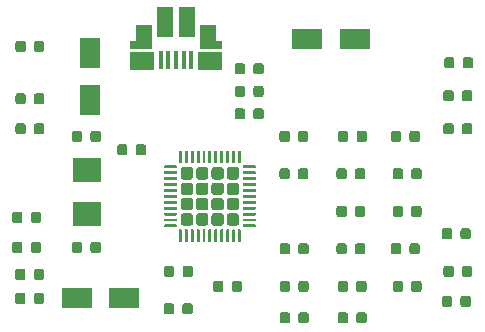
<source format=gbr>
G04 #@! TF.GenerationSoftware,KiCad,Pcbnew,5.1.4-e60b266~84~ubuntu18.04.1*
G04 #@! TF.CreationDate,2019-09-17T17:50:47+10:00*
G04 #@! TF.ProjectId,RC-Endpoint-Limiter,52432d45-6e64-4706-9f69-6e742d4c696d,rev?*
G04 #@! TF.SameCoordinates,Original*
G04 #@! TF.FileFunction,Paste,Top*
G04 #@! TF.FilePolarity,Positive*
%FSLAX46Y46*%
G04 Gerber Fmt 4.6, Leading zero omitted, Abs format (unit mm)*
G04 Created by KiCad (PCBNEW 5.1.4-e60b266~84~ubuntu18.04.1) date 2019-09-17 17:50:47*
%MOMM*%
%LPD*%
G04 APERTURE LIST*
%ADD10C,0.100000*%
%ADD11C,0.875000*%
%ADD12R,2.400000X2.000000*%
%ADD13R,1.800000X2.500000*%
%ADD14R,2.500000X1.800000*%
%ADD15R,1.430000X2.500000*%
%ADD16R,0.400000X1.650000*%
%ADD17R,2.000000X1.500000*%
%ADD18R,1.825000X0.700000*%
%ADD19R,1.350000X2.000000*%
%ADD20C,0.250000*%
%ADD21C,1.050000*%
G04 APERTURE END LIST*
D10*
G36*
X89648191Y-54644053D02*
G01*
X89669426Y-54647203D01*
X89690250Y-54652419D01*
X89710462Y-54659651D01*
X89729868Y-54668830D01*
X89748281Y-54679866D01*
X89765524Y-54692654D01*
X89781430Y-54707070D01*
X89795846Y-54722976D01*
X89808634Y-54740219D01*
X89819670Y-54758632D01*
X89828849Y-54778038D01*
X89836081Y-54798250D01*
X89841297Y-54819074D01*
X89844447Y-54840309D01*
X89845500Y-54861750D01*
X89845500Y-55374250D01*
X89844447Y-55395691D01*
X89841297Y-55416926D01*
X89836081Y-55437750D01*
X89828849Y-55457962D01*
X89819670Y-55477368D01*
X89808634Y-55495781D01*
X89795846Y-55513024D01*
X89781430Y-55528930D01*
X89765524Y-55543346D01*
X89748281Y-55556134D01*
X89729868Y-55567170D01*
X89710462Y-55576349D01*
X89690250Y-55583581D01*
X89669426Y-55588797D01*
X89648191Y-55591947D01*
X89626750Y-55593000D01*
X89189250Y-55593000D01*
X89167809Y-55591947D01*
X89146574Y-55588797D01*
X89125750Y-55583581D01*
X89105538Y-55576349D01*
X89086132Y-55567170D01*
X89067719Y-55556134D01*
X89050476Y-55543346D01*
X89034570Y-55528930D01*
X89020154Y-55513024D01*
X89007366Y-55495781D01*
X88996330Y-55477368D01*
X88987151Y-55457962D01*
X88979919Y-55437750D01*
X88974703Y-55416926D01*
X88971553Y-55395691D01*
X88970500Y-55374250D01*
X88970500Y-54861750D01*
X88971553Y-54840309D01*
X88974703Y-54819074D01*
X88979919Y-54798250D01*
X88987151Y-54778038D01*
X88996330Y-54758632D01*
X89007366Y-54740219D01*
X89020154Y-54722976D01*
X89034570Y-54707070D01*
X89050476Y-54692654D01*
X89067719Y-54679866D01*
X89086132Y-54668830D01*
X89105538Y-54659651D01*
X89125750Y-54652419D01*
X89146574Y-54647203D01*
X89167809Y-54644053D01*
X89189250Y-54643000D01*
X89626750Y-54643000D01*
X89648191Y-54644053D01*
X89648191Y-54644053D01*
G37*
D11*
X89408000Y-55118000D03*
D10*
G36*
X88073191Y-54644053D02*
G01*
X88094426Y-54647203D01*
X88115250Y-54652419D01*
X88135462Y-54659651D01*
X88154868Y-54668830D01*
X88173281Y-54679866D01*
X88190524Y-54692654D01*
X88206430Y-54707070D01*
X88220846Y-54722976D01*
X88233634Y-54740219D01*
X88244670Y-54758632D01*
X88253849Y-54778038D01*
X88261081Y-54798250D01*
X88266297Y-54819074D01*
X88269447Y-54840309D01*
X88270500Y-54861750D01*
X88270500Y-55374250D01*
X88269447Y-55395691D01*
X88266297Y-55416926D01*
X88261081Y-55437750D01*
X88253849Y-55457962D01*
X88244670Y-55477368D01*
X88233634Y-55495781D01*
X88220846Y-55513024D01*
X88206430Y-55528930D01*
X88190524Y-55543346D01*
X88173281Y-55556134D01*
X88154868Y-55567170D01*
X88135462Y-55576349D01*
X88115250Y-55583581D01*
X88094426Y-55588797D01*
X88073191Y-55591947D01*
X88051750Y-55593000D01*
X87614250Y-55593000D01*
X87592809Y-55591947D01*
X87571574Y-55588797D01*
X87550750Y-55583581D01*
X87530538Y-55576349D01*
X87511132Y-55567170D01*
X87492719Y-55556134D01*
X87475476Y-55543346D01*
X87459570Y-55528930D01*
X87445154Y-55513024D01*
X87432366Y-55495781D01*
X87421330Y-55477368D01*
X87412151Y-55457962D01*
X87404919Y-55437750D01*
X87399703Y-55416926D01*
X87396553Y-55395691D01*
X87395500Y-55374250D01*
X87395500Y-54861750D01*
X87396553Y-54840309D01*
X87399703Y-54819074D01*
X87404919Y-54798250D01*
X87412151Y-54778038D01*
X87421330Y-54758632D01*
X87432366Y-54740219D01*
X87445154Y-54722976D01*
X87459570Y-54707070D01*
X87475476Y-54692654D01*
X87492719Y-54679866D01*
X87511132Y-54668830D01*
X87530538Y-54659651D01*
X87550750Y-54652419D01*
X87571574Y-54647203D01*
X87592809Y-54644053D01*
X87614250Y-54643000D01*
X88051750Y-54643000D01*
X88073191Y-54644053D01*
X88073191Y-54644053D01*
G37*
D11*
X87833000Y-55118000D03*
D10*
G36*
X88073191Y-57184053D02*
G01*
X88094426Y-57187203D01*
X88115250Y-57192419D01*
X88135462Y-57199651D01*
X88154868Y-57208830D01*
X88173281Y-57219866D01*
X88190524Y-57232654D01*
X88206430Y-57247070D01*
X88220846Y-57262976D01*
X88233634Y-57280219D01*
X88244670Y-57298632D01*
X88253849Y-57318038D01*
X88261081Y-57338250D01*
X88266297Y-57359074D01*
X88269447Y-57380309D01*
X88270500Y-57401750D01*
X88270500Y-57914250D01*
X88269447Y-57935691D01*
X88266297Y-57956926D01*
X88261081Y-57977750D01*
X88253849Y-57997962D01*
X88244670Y-58017368D01*
X88233634Y-58035781D01*
X88220846Y-58053024D01*
X88206430Y-58068930D01*
X88190524Y-58083346D01*
X88173281Y-58096134D01*
X88154868Y-58107170D01*
X88135462Y-58116349D01*
X88115250Y-58123581D01*
X88094426Y-58128797D01*
X88073191Y-58131947D01*
X88051750Y-58133000D01*
X87614250Y-58133000D01*
X87592809Y-58131947D01*
X87571574Y-58128797D01*
X87550750Y-58123581D01*
X87530538Y-58116349D01*
X87511132Y-58107170D01*
X87492719Y-58096134D01*
X87475476Y-58083346D01*
X87459570Y-58068930D01*
X87445154Y-58053024D01*
X87432366Y-58035781D01*
X87421330Y-58017368D01*
X87412151Y-57997962D01*
X87404919Y-57977750D01*
X87399703Y-57956926D01*
X87396553Y-57935691D01*
X87395500Y-57914250D01*
X87395500Y-57401750D01*
X87396553Y-57380309D01*
X87399703Y-57359074D01*
X87404919Y-57338250D01*
X87412151Y-57318038D01*
X87421330Y-57298632D01*
X87432366Y-57280219D01*
X87445154Y-57262976D01*
X87459570Y-57247070D01*
X87475476Y-57232654D01*
X87492719Y-57219866D01*
X87511132Y-57208830D01*
X87530538Y-57199651D01*
X87550750Y-57192419D01*
X87571574Y-57187203D01*
X87592809Y-57184053D01*
X87614250Y-57183000D01*
X88051750Y-57183000D01*
X88073191Y-57184053D01*
X88073191Y-57184053D01*
G37*
D11*
X87833000Y-57658000D03*
D10*
G36*
X89648191Y-57184053D02*
G01*
X89669426Y-57187203D01*
X89690250Y-57192419D01*
X89710462Y-57199651D01*
X89729868Y-57208830D01*
X89748281Y-57219866D01*
X89765524Y-57232654D01*
X89781430Y-57247070D01*
X89795846Y-57262976D01*
X89808634Y-57280219D01*
X89819670Y-57298632D01*
X89828849Y-57318038D01*
X89836081Y-57338250D01*
X89841297Y-57359074D01*
X89844447Y-57380309D01*
X89845500Y-57401750D01*
X89845500Y-57914250D01*
X89844447Y-57935691D01*
X89841297Y-57956926D01*
X89836081Y-57977750D01*
X89828849Y-57997962D01*
X89819670Y-58017368D01*
X89808634Y-58035781D01*
X89795846Y-58053024D01*
X89781430Y-58068930D01*
X89765524Y-58083346D01*
X89748281Y-58096134D01*
X89729868Y-58107170D01*
X89710462Y-58116349D01*
X89690250Y-58123581D01*
X89669426Y-58128797D01*
X89648191Y-58131947D01*
X89626750Y-58133000D01*
X89189250Y-58133000D01*
X89167809Y-58131947D01*
X89146574Y-58128797D01*
X89125750Y-58123581D01*
X89105538Y-58116349D01*
X89086132Y-58107170D01*
X89067719Y-58096134D01*
X89050476Y-58083346D01*
X89034570Y-58068930D01*
X89020154Y-58053024D01*
X89007366Y-58035781D01*
X88996330Y-58017368D01*
X88987151Y-57997962D01*
X88979919Y-57977750D01*
X88974703Y-57956926D01*
X88971553Y-57935691D01*
X88970500Y-57914250D01*
X88970500Y-57401750D01*
X88971553Y-57380309D01*
X88974703Y-57359074D01*
X88979919Y-57338250D01*
X88987151Y-57318038D01*
X88996330Y-57298632D01*
X89007366Y-57280219D01*
X89020154Y-57262976D01*
X89034570Y-57247070D01*
X89050476Y-57232654D01*
X89067719Y-57219866D01*
X89086132Y-57208830D01*
X89105538Y-57199651D01*
X89125750Y-57192419D01*
X89146574Y-57187203D01*
X89167809Y-57184053D01*
X89189250Y-57183000D01*
X89626750Y-57183000D01*
X89648191Y-57184053D01*
X89648191Y-57184053D01*
G37*
D11*
X89408000Y-57658000D03*
D10*
G36*
X124582691Y-44357053D02*
G01*
X124603926Y-44360203D01*
X124624750Y-44365419D01*
X124644962Y-44372651D01*
X124664368Y-44381830D01*
X124682781Y-44392866D01*
X124700024Y-44405654D01*
X124715930Y-44420070D01*
X124730346Y-44435976D01*
X124743134Y-44453219D01*
X124754170Y-44471632D01*
X124763349Y-44491038D01*
X124770581Y-44511250D01*
X124775797Y-44532074D01*
X124778947Y-44553309D01*
X124780000Y-44574750D01*
X124780000Y-45087250D01*
X124778947Y-45108691D01*
X124775797Y-45129926D01*
X124770581Y-45150750D01*
X124763349Y-45170962D01*
X124754170Y-45190368D01*
X124743134Y-45208781D01*
X124730346Y-45226024D01*
X124715930Y-45241930D01*
X124700024Y-45256346D01*
X124682781Y-45269134D01*
X124664368Y-45280170D01*
X124644962Y-45289349D01*
X124624750Y-45296581D01*
X124603926Y-45301797D01*
X124582691Y-45304947D01*
X124561250Y-45306000D01*
X124123750Y-45306000D01*
X124102309Y-45304947D01*
X124081074Y-45301797D01*
X124060250Y-45296581D01*
X124040038Y-45289349D01*
X124020632Y-45280170D01*
X124002219Y-45269134D01*
X123984976Y-45256346D01*
X123969070Y-45241930D01*
X123954654Y-45226024D01*
X123941866Y-45208781D01*
X123930830Y-45190368D01*
X123921651Y-45170962D01*
X123914419Y-45150750D01*
X123909203Y-45129926D01*
X123906053Y-45108691D01*
X123905000Y-45087250D01*
X123905000Y-44574750D01*
X123906053Y-44553309D01*
X123909203Y-44532074D01*
X123914419Y-44511250D01*
X123921651Y-44491038D01*
X123930830Y-44471632D01*
X123941866Y-44453219D01*
X123954654Y-44435976D01*
X123969070Y-44420070D01*
X123984976Y-44405654D01*
X124002219Y-44392866D01*
X124020632Y-44381830D01*
X124040038Y-44372651D01*
X124060250Y-44365419D01*
X124081074Y-44360203D01*
X124102309Y-44357053D01*
X124123750Y-44356000D01*
X124561250Y-44356000D01*
X124582691Y-44357053D01*
X124582691Y-44357053D01*
G37*
D11*
X124342500Y-44831000D03*
D10*
G36*
X126157691Y-44357053D02*
G01*
X126178926Y-44360203D01*
X126199750Y-44365419D01*
X126219962Y-44372651D01*
X126239368Y-44381830D01*
X126257781Y-44392866D01*
X126275024Y-44405654D01*
X126290930Y-44420070D01*
X126305346Y-44435976D01*
X126318134Y-44453219D01*
X126329170Y-44471632D01*
X126338349Y-44491038D01*
X126345581Y-44511250D01*
X126350797Y-44532074D01*
X126353947Y-44553309D01*
X126355000Y-44574750D01*
X126355000Y-45087250D01*
X126353947Y-45108691D01*
X126350797Y-45129926D01*
X126345581Y-45150750D01*
X126338349Y-45170962D01*
X126329170Y-45190368D01*
X126318134Y-45208781D01*
X126305346Y-45226024D01*
X126290930Y-45241930D01*
X126275024Y-45256346D01*
X126257781Y-45269134D01*
X126239368Y-45280170D01*
X126219962Y-45289349D01*
X126199750Y-45296581D01*
X126178926Y-45301797D01*
X126157691Y-45304947D01*
X126136250Y-45306000D01*
X125698750Y-45306000D01*
X125677309Y-45304947D01*
X125656074Y-45301797D01*
X125635250Y-45296581D01*
X125615038Y-45289349D01*
X125595632Y-45280170D01*
X125577219Y-45269134D01*
X125559976Y-45256346D01*
X125544070Y-45241930D01*
X125529654Y-45226024D01*
X125516866Y-45208781D01*
X125505830Y-45190368D01*
X125496651Y-45170962D01*
X125489419Y-45150750D01*
X125484203Y-45129926D01*
X125481053Y-45108691D01*
X125480000Y-45087250D01*
X125480000Y-44574750D01*
X125481053Y-44553309D01*
X125484203Y-44532074D01*
X125489419Y-44511250D01*
X125496651Y-44491038D01*
X125505830Y-44471632D01*
X125516866Y-44453219D01*
X125529654Y-44435976D01*
X125544070Y-44420070D01*
X125559976Y-44405654D01*
X125577219Y-44392866D01*
X125595632Y-44381830D01*
X125615038Y-44372651D01*
X125635250Y-44365419D01*
X125656074Y-44360203D01*
X125677309Y-44357053D01*
X125698750Y-44356000D01*
X126136250Y-44356000D01*
X126157691Y-44357053D01*
X126157691Y-44357053D01*
G37*
D11*
X125917500Y-44831000D03*
D10*
G36*
X100900191Y-62391053D02*
G01*
X100921426Y-62394203D01*
X100942250Y-62399419D01*
X100962462Y-62406651D01*
X100981868Y-62415830D01*
X101000281Y-62426866D01*
X101017524Y-62439654D01*
X101033430Y-62454070D01*
X101047846Y-62469976D01*
X101060634Y-62487219D01*
X101071670Y-62505632D01*
X101080849Y-62525038D01*
X101088081Y-62545250D01*
X101093297Y-62566074D01*
X101096447Y-62587309D01*
X101097500Y-62608750D01*
X101097500Y-63121250D01*
X101096447Y-63142691D01*
X101093297Y-63163926D01*
X101088081Y-63184750D01*
X101080849Y-63204962D01*
X101071670Y-63224368D01*
X101060634Y-63242781D01*
X101047846Y-63260024D01*
X101033430Y-63275930D01*
X101017524Y-63290346D01*
X101000281Y-63303134D01*
X100981868Y-63314170D01*
X100962462Y-63323349D01*
X100942250Y-63330581D01*
X100921426Y-63335797D01*
X100900191Y-63338947D01*
X100878750Y-63340000D01*
X100441250Y-63340000D01*
X100419809Y-63338947D01*
X100398574Y-63335797D01*
X100377750Y-63330581D01*
X100357538Y-63323349D01*
X100338132Y-63314170D01*
X100319719Y-63303134D01*
X100302476Y-63290346D01*
X100286570Y-63275930D01*
X100272154Y-63260024D01*
X100259366Y-63242781D01*
X100248330Y-63224368D01*
X100239151Y-63204962D01*
X100231919Y-63184750D01*
X100226703Y-63163926D01*
X100223553Y-63142691D01*
X100222500Y-63121250D01*
X100222500Y-62608750D01*
X100223553Y-62587309D01*
X100226703Y-62566074D01*
X100231919Y-62545250D01*
X100239151Y-62525038D01*
X100248330Y-62505632D01*
X100259366Y-62487219D01*
X100272154Y-62469976D01*
X100286570Y-62454070D01*
X100302476Y-62439654D01*
X100319719Y-62426866D01*
X100338132Y-62415830D01*
X100357538Y-62406651D01*
X100377750Y-62399419D01*
X100398574Y-62394203D01*
X100419809Y-62391053D01*
X100441250Y-62390000D01*
X100878750Y-62390000D01*
X100900191Y-62391053D01*
X100900191Y-62391053D01*
G37*
D11*
X100660000Y-62865000D03*
D10*
G36*
X102475191Y-62391053D02*
G01*
X102496426Y-62394203D01*
X102517250Y-62399419D01*
X102537462Y-62406651D01*
X102556868Y-62415830D01*
X102575281Y-62426866D01*
X102592524Y-62439654D01*
X102608430Y-62454070D01*
X102622846Y-62469976D01*
X102635634Y-62487219D01*
X102646670Y-62505632D01*
X102655849Y-62525038D01*
X102663081Y-62545250D01*
X102668297Y-62566074D01*
X102671447Y-62587309D01*
X102672500Y-62608750D01*
X102672500Y-63121250D01*
X102671447Y-63142691D01*
X102668297Y-63163926D01*
X102663081Y-63184750D01*
X102655849Y-63204962D01*
X102646670Y-63224368D01*
X102635634Y-63242781D01*
X102622846Y-63260024D01*
X102608430Y-63275930D01*
X102592524Y-63290346D01*
X102575281Y-63303134D01*
X102556868Y-63314170D01*
X102537462Y-63323349D01*
X102517250Y-63330581D01*
X102496426Y-63335797D01*
X102475191Y-63338947D01*
X102453750Y-63340000D01*
X102016250Y-63340000D01*
X101994809Y-63338947D01*
X101973574Y-63335797D01*
X101952750Y-63330581D01*
X101932538Y-63323349D01*
X101913132Y-63314170D01*
X101894719Y-63303134D01*
X101877476Y-63290346D01*
X101861570Y-63275930D01*
X101847154Y-63260024D01*
X101834366Y-63242781D01*
X101823330Y-63224368D01*
X101814151Y-63204962D01*
X101806919Y-63184750D01*
X101801703Y-63163926D01*
X101798553Y-63142691D01*
X101797500Y-63121250D01*
X101797500Y-62608750D01*
X101798553Y-62587309D01*
X101801703Y-62566074D01*
X101806919Y-62545250D01*
X101814151Y-62525038D01*
X101823330Y-62505632D01*
X101834366Y-62487219D01*
X101847154Y-62469976D01*
X101861570Y-62454070D01*
X101877476Y-62439654D01*
X101894719Y-62426866D01*
X101913132Y-62415830D01*
X101932538Y-62406651D01*
X101952750Y-62399419D01*
X101973574Y-62394203D01*
X101994809Y-62391053D01*
X102016250Y-62390000D01*
X102453750Y-62390000D01*
X102475191Y-62391053D01*
X102475191Y-62391053D01*
G37*
D11*
X102235000Y-62865000D03*
D10*
G36*
X105091191Y-60486053D02*
G01*
X105112426Y-60489203D01*
X105133250Y-60494419D01*
X105153462Y-60501651D01*
X105172868Y-60510830D01*
X105191281Y-60521866D01*
X105208524Y-60534654D01*
X105224430Y-60549070D01*
X105238846Y-60564976D01*
X105251634Y-60582219D01*
X105262670Y-60600632D01*
X105271849Y-60620038D01*
X105279081Y-60640250D01*
X105284297Y-60661074D01*
X105287447Y-60682309D01*
X105288500Y-60703750D01*
X105288500Y-61216250D01*
X105287447Y-61237691D01*
X105284297Y-61258926D01*
X105279081Y-61279750D01*
X105271849Y-61299962D01*
X105262670Y-61319368D01*
X105251634Y-61337781D01*
X105238846Y-61355024D01*
X105224430Y-61370930D01*
X105208524Y-61385346D01*
X105191281Y-61398134D01*
X105172868Y-61409170D01*
X105153462Y-61418349D01*
X105133250Y-61425581D01*
X105112426Y-61430797D01*
X105091191Y-61433947D01*
X105069750Y-61435000D01*
X104632250Y-61435000D01*
X104610809Y-61433947D01*
X104589574Y-61430797D01*
X104568750Y-61425581D01*
X104548538Y-61418349D01*
X104529132Y-61409170D01*
X104510719Y-61398134D01*
X104493476Y-61385346D01*
X104477570Y-61370930D01*
X104463154Y-61355024D01*
X104450366Y-61337781D01*
X104439330Y-61319368D01*
X104430151Y-61299962D01*
X104422919Y-61279750D01*
X104417703Y-61258926D01*
X104414553Y-61237691D01*
X104413500Y-61216250D01*
X104413500Y-60703750D01*
X104414553Y-60682309D01*
X104417703Y-60661074D01*
X104422919Y-60640250D01*
X104430151Y-60620038D01*
X104439330Y-60600632D01*
X104450366Y-60582219D01*
X104463154Y-60564976D01*
X104477570Y-60549070D01*
X104493476Y-60534654D01*
X104510719Y-60521866D01*
X104529132Y-60510830D01*
X104548538Y-60501651D01*
X104568750Y-60494419D01*
X104589574Y-60489203D01*
X104610809Y-60486053D01*
X104632250Y-60485000D01*
X105069750Y-60485000D01*
X105091191Y-60486053D01*
X105091191Y-60486053D01*
G37*
D11*
X104851000Y-60960000D03*
D10*
G36*
X106666191Y-60486053D02*
G01*
X106687426Y-60489203D01*
X106708250Y-60494419D01*
X106728462Y-60501651D01*
X106747868Y-60510830D01*
X106766281Y-60521866D01*
X106783524Y-60534654D01*
X106799430Y-60549070D01*
X106813846Y-60564976D01*
X106826634Y-60582219D01*
X106837670Y-60600632D01*
X106846849Y-60620038D01*
X106854081Y-60640250D01*
X106859297Y-60661074D01*
X106862447Y-60682309D01*
X106863500Y-60703750D01*
X106863500Y-61216250D01*
X106862447Y-61237691D01*
X106859297Y-61258926D01*
X106854081Y-61279750D01*
X106846849Y-61299962D01*
X106837670Y-61319368D01*
X106826634Y-61337781D01*
X106813846Y-61355024D01*
X106799430Y-61370930D01*
X106783524Y-61385346D01*
X106766281Y-61398134D01*
X106747868Y-61409170D01*
X106728462Y-61418349D01*
X106708250Y-61425581D01*
X106687426Y-61430797D01*
X106666191Y-61433947D01*
X106644750Y-61435000D01*
X106207250Y-61435000D01*
X106185809Y-61433947D01*
X106164574Y-61430797D01*
X106143750Y-61425581D01*
X106123538Y-61418349D01*
X106104132Y-61409170D01*
X106085719Y-61398134D01*
X106068476Y-61385346D01*
X106052570Y-61370930D01*
X106038154Y-61355024D01*
X106025366Y-61337781D01*
X106014330Y-61319368D01*
X106005151Y-61299962D01*
X105997919Y-61279750D01*
X105992703Y-61258926D01*
X105989553Y-61237691D01*
X105988500Y-61216250D01*
X105988500Y-60703750D01*
X105989553Y-60682309D01*
X105992703Y-60661074D01*
X105997919Y-60640250D01*
X106005151Y-60620038D01*
X106014330Y-60600632D01*
X106025366Y-60582219D01*
X106038154Y-60564976D01*
X106052570Y-60549070D01*
X106068476Y-60534654D01*
X106085719Y-60521866D01*
X106104132Y-60510830D01*
X106123538Y-60501651D01*
X106143750Y-60494419D01*
X106164574Y-60489203D01*
X106185809Y-60486053D01*
X106207250Y-60485000D01*
X106644750Y-60485000D01*
X106666191Y-60486053D01*
X106666191Y-60486053D01*
G37*
D11*
X106426000Y-60960000D03*
D10*
G36*
X112305191Y-63153053D02*
G01*
X112326426Y-63156203D01*
X112347250Y-63161419D01*
X112367462Y-63168651D01*
X112386868Y-63177830D01*
X112405281Y-63188866D01*
X112422524Y-63201654D01*
X112438430Y-63216070D01*
X112452846Y-63231976D01*
X112465634Y-63249219D01*
X112476670Y-63267632D01*
X112485849Y-63287038D01*
X112493081Y-63307250D01*
X112498297Y-63328074D01*
X112501447Y-63349309D01*
X112502500Y-63370750D01*
X112502500Y-63883250D01*
X112501447Y-63904691D01*
X112498297Y-63925926D01*
X112493081Y-63946750D01*
X112485849Y-63966962D01*
X112476670Y-63986368D01*
X112465634Y-64004781D01*
X112452846Y-64022024D01*
X112438430Y-64037930D01*
X112422524Y-64052346D01*
X112405281Y-64065134D01*
X112386868Y-64076170D01*
X112367462Y-64085349D01*
X112347250Y-64092581D01*
X112326426Y-64097797D01*
X112305191Y-64100947D01*
X112283750Y-64102000D01*
X111846250Y-64102000D01*
X111824809Y-64100947D01*
X111803574Y-64097797D01*
X111782750Y-64092581D01*
X111762538Y-64085349D01*
X111743132Y-64076170D01*
X111724719Y-64065134D01*
X111707476Y-64052346D01*
X111691570Y-64037930D01*
X111677154Y-64022024D01*
X111664366Y-64004781D01*
X111653330Y-63986368D01*
X111644151Y-63966962D01*
X111636919Y-63946750D01*
X111631703Y-63925926D01*
X111628553Y-63904691D01*
X111627500Y-63883250D01*
X111627500Y-63370750D01*
X111628553Y-63349309D01*
X111631703Y-63328074D01*
X111636919Y-63307250D01*
X111644151Y-63287038D01*
X111653330Y-63267632D01*
X111664366Y-63249219D01*
X111677154Y-63231976D01*
X111691570Y-63216070D01*
X111707476Y-63201654D01*
X111724719Y-63188866D01*
X111743132Y-63177830D01*
X111762538Y-63168651D01*
X111782750Y-63161419D01*
X111803574Y-63156203D01*
X111824809Y-63153053D01*
X111846250Y-63152000D01*
X112283750Y-63152000D01*
X112305191Y-63153053D01*
X112305191Y-63153053D01*
G37*
D11*
X112065000Y-63627000D03*
D10*
G36*
X110730191Y-63153053D02*
G01*
X110751426Y-63156203D01*
X110772250Y-63161419D01*
X110792462Y-63168651D01*
X110811868Y-63177830D01*
X110830281Y-63188866D01*
X110847524Y-63201654D01*
X110863430Y-63216070D01*
X110877846Y-63231976D01*
X110890634Y-63249219D01*
X110901670Y-63267632D01*
X110910849Y-63287038D01*
X110918081Y-63307250D01*
X110923297Y-63328074D01*
X110926447Y-63349309D01*
X110927500Y-63370750D01*
X110927500Y-63883250D01*
X110926447Y-63904691D01*
X110923297Y-63925926D01*
X110918081Y-63946750D01*
X110910849Y-63966962D01*
X110901670Y-63986368D01*
X110890634Y-64004781D01*
X110877846Y-64022024D01*
X110863430Y-64037930D01*
X110847524Y-64052346D01*
X110830281Y-64065134D01*
X110811868Y-64076170D01*
X110792462Y-64085349D01*
X110772250Y-64092581D01*
X110751426Y-64097797D01*
X110730191Y-64100947D01*
X110708750Y-64102000D01*
X110271250Y-64102000D01*
X110249809Y-64100947D01*
X110228574Y-64097797D01*
X110207750Y-64092581D01*
X110187538Y-64085349D01*
X110168132Y-64076170D01*
X110149719Y-64065134D01*
X110132476Y-64052346D01*
X110116570Y-64037930D01*
X110102154Y-64022024D01*
X110089366Y-64004781D01*
X110078330Y-63986368D01*
X110069151Y-63966962D01*
X110061919Y-63946750D01*
X110056703Y-63925926D01*
X110053553Y-63904691D01*
X110052500Y-63883250D01*
X110052500Y-63370750D01*
X110053553Y-63349309D01*
X110056703Y-63328074D01*
X110061919Y-63307250D01*
X110069151Y-63287038D01*
X110078330Y-63267632D01*
X110089366Y-63249219D01*
X110102154Y-63231976D01*
X110116570Y-63216070D01*
X110132476Y-63201654D01*
X110149719Y-63188866D01*
X110168132Y-63177830D01*
X110187538Y-63168651D01*
X110207750Y-63161419D01*
X110228574Y-63156203D01*
X110249809Y-63153053D01*
X110271250Y-63152000D01*
X110708750Y-63152000D01*
X110730191Y-63153053D01*
X110730191Y-63153053D01*
G37*
D11*
X110490000Y-63627000D03*
D10*
G36*
X117207191Y-63153053D02*
G01*
X117228426Y-63156203D01*
X117249250Y-63161419D01*
X117269462Y-63168651D01*
X117288868Y-63177830D01*
X117307281Y-63188866D01*
X117324524Y-63201654D01*
X117340430Y-63216070D01*
X117354846Y-63231976D01*
X117367634Y-63249219D01*
X117378670Y-63267632D01*
X117387849Y-63287038D01*
X117395081Y-63307250D01*
X117400297Y-63328074D01*
X117403447Y-63349309D01*
X117404500Y-63370750D01*
X117404500Y-63883250D01*
X117403447Y-63904691D01*
X117400297Y-63925926D01*
X117395081Y-63946750D01*
X117387849Y-63966962D01*
X117378670Y-63986368D01*
X117367634Y-64004781D01*
X117354846Y-64022024D01*
X117340430Y-64037930D01*
X117324524Y-64052346D01*
X117307281Y-64065134D01*
X117288868Y-64076170D01*
X117269462Y-64085349D01*
X117249250Y-64092581D01*
X117228426Y-64097797D01*
X117207191Y-64100947D01*
X117185750Y-64102000D01*
X116748250Y-64102000D01*
X116726809Y-64100947D01*
X116705574Y-64097797D01*
X116684750Y-64092581D01*
X116664538Y-64085349D01*
X116645132Y-64076170D01*
X116626719Y-64065134D01*
X116609476Y-64052346D01*
X116593570Y-64037930D01*
X116579154Y-64022024D01*
X116566366Y-64004781D01*
X116555330Y-63986368D01*
X116546151Y-63966962D01*
X116538919Y-63946750D01*
X116533703Y-63925926D01*
X116530553Y-63904691D01*
X116529500Y-63883250D01*
X116529500Y-63370750D01*
X116530553Y-63349309D01*
X116533703Y-63328074D01*
X116538919Y-63307250D01*
X116546151Y-63287038D01*
X116555330Y-63267632D01*
X116566366Y-63249219D01*
X116579154Y-63231976D01*
X116593570Y-63216070D01*
X116609476Y-63201654D01*
X116626719Y-63188866D01*
X116645132Y-63177830D01*
X116664538Y-63168651D01*
X116684750Y-63161419D01*
X116705574Y-63156203D01*
X116726809Y-63153053D01*
X116748250Y-63152000D01*
X117185750Y-63152000D01*
X117207191Y-63153053D01*
X117207191Y-63153053D01*
G37*
D11*
X116967000Y-63627000D03*
D10*
G36*
X115632191Y-63153053D02*
G01*
X115653426Y-63156203D01*
X115674250Y-63161419D01*
X115694462Y-63168651D01*
X115713868Y-63177830D01*
X115732281Y-63188866D01*
X115749524Y-63201654D01*
X115765430Y-63216070D01*
X115779846Y-63231976D01*
X115792634Y-63249219D01*
X115803670Y-63267632D01*
X115812849Y-63287038D01*
X115820081Y-63307250D01*
X115825297Y-63328074D01*
X115828447Y-63349309D01*
X115829500Y-63370750D01*
X115829500Y-63883250D01*
X115828447Y-63904691D01*
X115825297Y-63925926D01*
X115820081Y-63946750D01*
X115812849Y-63966962D01*
X115803670Y-63986368D01*
X115792634Y-64004781D01*
X115779846Y-64022024D01*
X115765430Y-64037930D01*
X115749524Y-64052346D01*
X115732281Y-64065134D01*
X115713868Y-64076170D01*
X115694462Y-64085349D01*
X115674250Y-64092581D01*
X115653426Y-64097797D01*
X115632191Y-64100947D01*
X115610750Y-64102000D01*
X115173250Y-64102000D01*
X115151809Y-64100947D01*
X115130574Y-64097797D01*
X115109750Y-64092581D01*
X115089538Y-64085349D01*
X115070132Y-64076170D01*
X115051719Y-64065134D01*
X115034476Y-64052346D01*
X115018570Y-64037930D01*
X115004154Y-64022024D01*
X114991366Y-64004781D01*
X114980330Y-63986368D01*
X114971151Y-63966962D01*
X114963919Y-63946750D01*
X114958703Y-63925926D01*
X114955553Y-63904691D01*
X114954500Y-63883250D01*
X114954500Y-63370750D01*
X114955553Y-63349309D01*
X114958703Y-63328074D01*
X114963919Y-63307250D01*
X114971151Y-63287038D01*
X114980330Y-63267632D01*
X114991366Y-63249219D01*
X115004154Y-63231976D01*
X115018570Y-63216070D01*
X115034476Y-63201654D01*
X115051719Y-63188866D01*
X115070132Y-63177830D01*
X115089538Y-63168651D01*
X115109750Y-63161419D01*
X115130574Y-63156203D01*
X115151809Y-63153053D01*
X115173250Y-63152000D01*
X115610750Y-63152000D01*
X115632191Y-63153053D01*
X115632191Y-63153053D01*
G37*
D11*
X115392000Y-63627000D03*
D10*
G36*
X110730191Y-60486053D02*
G01*
X110751426Y-60489203D01*
X110772250Y-60494419D01*
X110792462Y-60501651D01*
X110811868Y-60510830D01*
X110830281Y-60521866D01*
X110847524Y-60534654D01*
X110863430Y-60549070D01*
X110877846Y-60564976D01*
X110890634Y-60582219D01*
X110901670Y-60600632D01*
X110910849Y-60620038D01*
X110918081Y-60640250D01*
X110923297Y-60661074D01*
X110926447Y-60682309D01*
X110927500Y-60703750D01*
X110927500Y-61216250D01*
X110926447Y-61237691D01*
X110923297Y-61258926D01*
X110918081Y-61279750D01*
X110910849Y-61299962D01*
X110901670Y-61319368D01*
X110890634Y-61337781D01*
X110877846Y-61355024D01*
X110863430Y-61370930D01*
X110847524Y-61385346D01*
X110830281Y-61398134D01*
X110811868Y-61409170D01*
X110792462Y-61418349D01*
X110772250Y-61425581D01*
X110751426Y-61430797D01*
X110730191Y-61433947D01*
X110708750Y-61435000D01*
X110271250Y-61435000D01*
X110249809Y-61433947D01*
X110228574Y-61430797D01*
X110207750Y-61425581D01*
X110187538Y-61418349D01*
X110168132Y-61409170D01*
X110149719Y-61398134D01*
X110132476Y-61385346D01*
X110116570Y-61370930D01*
X110102154Y-61355024D01*
X110089366Y-61337781D01*
X110078330Y-61319368D01*
X110069151Y-61299962D01*
X110061919Y-61279750D01*
X110056703Y-61258926D01*
X110053553Y-61237691D01*
X110052500Y-61216250D01*
X110052500Y-60703750D01*
X110053553Y-60682309D01*
X110056703Y-60661074D01*
X110061919Y-60640250D01*
X110069151Y-60620038D01*
X110078330Y-60600632D01*
X110089366Y-60582219D01*
X110102154Y-60564976D01*
X110116570Y-60549070D01*
X110132476Y-60534654D01*
X110149719Y-60521866D01*
X110168132Y-60510830D01*
X110187538Y-60501651D01*
X110207750Y-60494419D01*
X110228574Y-60489203D01*
X110249809Y-60486053D01*
X110271250Y-60485000D01*
X110708750Y-60485000D01*
X110730191Y-60486053D01*
X110730191Y-60486053D01*
G37*
D11*
X110490000Y-60960000D03*
D10*
G36*
X112305191Y-60486053D02*
G01*
X112326426Y-60489203D01*
X112347250Y-60494419D01*
X112367462Y-60501651D01*
X112386868Y-60510830D01*
X112405281Y-60521866D01*
X112422524Y-60534654D01*
X112438430Y-60549070D01*
X112452846Y-60564976D01*
X112465634Y-60582219D01*
X112476670Y-60600632D01*
X112485849Y-60620038D01*
X112493081Y-60640250D01*
X112498297Y-60661074D01*
X112501447Y-60682309D01*
X112502500Y-60703750D01*
X112502500Y-61216250D01*
X112501447Y-61237691D01*
X112498297Y-61258926D01*
X112493081Y-61279750D01*
X112485849Y-61299962D01*
X112476670Y-61319368D01*
X112465634Y-61337781D01*
X112452846Y-61355024D01*
X112438430Y-61370930D01*
X112422524Y-61385346D01*
X112405281Y-61398134D01*
X112386868Y-61409170D01*
X112367462Y-61418349D01*
X112347250Y-61425581D01*
X112326426Y-61430797D01*
X112305191Y-61433947D01*
X112283750Y-61435000D01*
X111846250Y-61435000D01*
X111824809Y-61433947D01*
X111803574Y-61430797D01*
X111782750Y-61425581D01*
X111762538Y-61418349D01*
X111743132Y-61409170D01*
X111724719Y-61398134D01*
X111707476Y-61385346D01*
X111691570Y-61370930D01*
X111677154Y-61355024D01*
X111664366Y-61337781D01*
X111653330Y-61319368D01*
X111644151Y-61299962D01*
X111636919Y-61279750D01*
X111631703Y-61258926D01*
X111628553Y-61237691D01*
X111627500Y-61216250D01*
X111627500Y-60703750D01*
X111628553Y-60682309D01*
X111631703Y-60661074D01*
X111636919Y-60640250D01*
X111644151Y-60620038D01*
X111653330Y-60600632D01*
X111664366Y-60582219D01*
X111677154Y-60564976D01*
X111691570Y-60549070D01*
X111707476Y-60534654D01*
X111724719Y-60521866D01*
X111743132Y-60510830D01*
X111762538Y-60501651D01*
X111782750Y-60494419D01*
X111803574Y-60489203D01*
X111824809Y-60486053D01*
X111846250Y-60485000D01*
X112283750Y-60485000D01*
X112305191Y-60486053D01*
X112305191Y-60486053D01*
G37*
D11*
X112065000Y-60960000D03*
D10*
G36*
X115632191Y-60486053D02*
G01*
X115653426Y-60489203D01*
X115674250Y-60494419D01*
X115694462Y-60501651D01*
X115713868Y-60510830D01*
X115732281Y-60521866D01*
X115749524Y-60534654D01*
X115765430Y-60549070D01*
X115779846Y-60564976D01*
X115792634Y-60582219D01*
X115803670Y-60600632D01*
X115812849Y-60620038D01*
X115820081Y-60640250D01*
X115825297Y-60661074D01*
X115828447Y-60682309D01*
X115829500Y-60703750D01*
X115829500Y-61216250D01*
X115828447Y-61237691D01*
X115825297Y-61258926D01*
X115820081Y-61279750D01*
X115812849Y-61299962D01*
X115803670Y-61319368D01*
X115792634Y-61337781D01*
X115779846Y-61355024D01*
X115765430Y-61370930D01*
X115749524Y-61385346D01*
X115732281Y-61398134D01*
X115713868Y-61409170D01*
X115694462Y-61418349D01*
X115674250Y-61425581D01*
X115653426Y-61430797D01*
X115632191Y-61433947D01*
X115610750Y-61435000D01*
X115173250Y-61435000D01*
X115151809Y-61433947D01*
X115130574Y-61430797D01*
X115109750Y-61425581D01*
X115089538Y-61418349D01*
X115070132Y-61409170D01*
X115051719Y-61398134D01*
X115034476Y-61385346D01*
X115018570Y-61370930D01*
X115004154Y-61355024D01*
X114991366Y-61337781D01*
X114980330Y-61319368D01*
X114971151Y-61299962D01*
X114963919Y-61279750D01*
X114958703Y-61258926D01*
X114955553Y-61237691D01*
X114954500Y-61216250D01*
X114954500Y-60703750D01*
X114955553Y-60682309D01*
X114958703Y-60661074D01*
X114963919Y-60640250D01*
X114971151Y-60620038D01*
X114980330Y-60600632D01*
X114991366Y-60582219D01*
X115004154Y-60564976D01*
X115018570Y-60549070D01*
X115034476Y-60534654D01*
X115051719Y-60521866D01*
X115070132Y-60510830D01*
X115089538Y-60501651D01*
X115109750Y-60494419D01*
X115130574Y-60489203D01*
X115151809Y-60486053D01*
X115173250Y-60485000D01*
X115610750Y-60485000D01*
X115632191Y-60486053D01*
X115632191Y-60486053D01*
G37*
D11*
X115392000Y-60960000D03*
D10*
G36*
X117207191Y-60486053D02*
G01*
X117228426Y-60489203D01*
X117249250Y-60494419D01*
X117269462Y-60501651D01*
X117288868Y-60510830D01*
X117307281Y-60521866D01*
X117324524Y-60534654D01*
X117340430Y-60549070D01*
X117354846Y-60564976D01*
X117367634Y-60582219D01*
X117378670Y-60600632D01*
X117387849Y-60620038D01*
X117395081Y-60640250D01*
X117400297Y-60661074D01*
X117403447Y-60682309D01*
X117404500Y-60703750D01*
X117404500Y-61216250D01*
X117403447Y-61237691D01*
X117400297Y-61258926D01*
X117395081Y-61279750D01*
X117387849Y-61299962D01*
X117378670Y-61319368D01*
X117367634Y-61337781D01*
X117354846Y-61355024D01*
X117340430Y-61370930D01*
X117324524Y-61385346D01*
X117307281Y-61398134D01*
X117288868Y-61409170D01*
X117269462Y-61418349D01*
X117249250Y-61425581D01*
X117228426Y-61430797D01*
X117207191Y-61433947D01*
X117185750Y-61435000D01*
X116748250Y-61435000D01*
X116726809Y-61433947D01*
X116705574Y-61430797D01*
X116684750Y-61425581D01*
X116664538Y-61418349D01*
X116645132Y-61409170D01*
X116626719Y-61398134D01*
X116609476Y-61385346D01*
X116593570Y-61370930D01*
X116579154Y-61355024D01*
X116566366Y-61337781D01*
X116555330Y-61319368D01*
X116546151Y-61299962D01*
X116538919Y-61279750D01*
X116533703Y-61258926D01*
X116530553Y-61237691D01*
X116529500Y-61216250D01*
X116529500Y-60703750D01*
X116530553Y-60682309D01*
X116533703Y-60661074D01*
X116538919Y-60640250D01*
X116546151Y-60620038D01*
X116555330Y-60600632D01*
X116566366Y-60582219D01*
X116579154Y-60564976D01*
X116593570Y-60549070D01*
X116609476Y-60534654D01*
X116626719Y-60521866D01*
X116645132Y-60510830D01*
X116664538Y-60501651D01*
X116684750Y-60494419D01*
X116705574Y-60489203D01*
X116726809Y-60486053D01*
X116748250Y-60485000D01*
X117185750Y-60485000D01*
X117207191Y-60486053D01*
X117207191Y-60486053D01*
G37*
D11*
X116967000Y-60960000D03*
D12*
X93710000Y-51110000D03*
X93710000Y-54810000D03*
D10*
G36*
X89927691Y-40166053D02*
G01*
X89948926Y-40169203D01*
X89969750Y-40174419D01*
X89989962Y-40181651D01*
X90009368Y-40190830D01*
X90027781Y-40201866D01*
X90045024Y-40214654D01*
X90060930Y-40229070D01*
X90075346Y-40244976D01*
X90088134Y-40262219D01*
X90099170Y-40280632D01*
X90108349Y-40300038D01*
X90115581Y-40320250D01*
X90120797Y-40341074D01*
X90123947Y-40362309D01*
X90125000Y-40383750D01*
X90125000Y-40896250D01*
X90123947Y-40917691D01*
X90120797Y-40938926D01*
X90115581Y-40959750D01*
X90108349Y-40979962D01*
X90099170Y-40999368D01*
X90088134Y-41017781D01*
X90075346Y-41035024D01*
X90060930Y-41050930D01*
X90045024Y-41065346D01*
X90027781Y-41078134D01*
X90009368Y-41089170D01*
X89989962Y-41098349D01*
X89969750Y-41105581D01*
X89948926Y-41110797D01*
X89927691Y-41113947D01*
X89906250Y-41115000D01*
X89468750Y-41115000D01*
X89447309Y-41113947D01*
X89426074Y-41110797D01*
X89405250Y-41105581D01*
X89385038Y-41098349D01*
X89365632Y-41089170D01*
X89347219Y-41078134D01*
X89329976Y-41065346D01*
X89314070Y-41050930D01*
X89299654Y-41035024D01*
X89286866Y-41017781D01*
X89275830Y-40999368D01*
X89266651Y-40979962D01*
X89259419Y-40959750D01*
X89254203Y-40938926D01*
X89251053Y-40917691D01*
X89250000Y-40896250D01*
X89250000Y-40383750D01*
X89251053Y-40362309D01*
X89254203Y-40341074D01*
X89259419Y-40320250D01*
X89266651Y-40300038D01*
X89275830Y-40280632D01*
X89286866Y-40262219D01*
X89299654Y-40244976D01*
X89314070Y-40229070D01*
X89329976Y-40214654D01*
X89347219Y-40201866D01*
X89365632Y-40190830D01*
X89385038Y-40181651D01*
X89405250Y-40174419D01*
X89426074Y-40169203D01*
X89447309Y-40166053D01*
X89468750Y-40165000D01*
X89906250Y-40165000D01*
X89927691Y-40166053D01*
X89927691Y-40166053D01*
G37*
D11*
X89687500Y-40640000D03*
D10*
G36*
X88352691Y-40166053D02*
G01*
X88373926Y-40169203D01*
X88394750Y-40174419D01*
X88414962Y-40181651D01*
X88434368Y-40190830D01*
X88452781Y-40201866D01*
X88470024Y-40214654D01*
X88485930Y-40229070D01*
X88500346Y-40244976D01*
X88513134Y-40262219D01*
X88524170Y-40280632D01*
X88533349Y-40300038D01*
X88540581Y-40320250D01*
X88545797Y-40341074D01*
X88548947Y-40362309D01*
X88550000Y-40383750D01*
X88550000Y-40896250D01*
X88548947Y-40917691D01*
X88545797Y-40938926D01*
X88540581Y-40959750D01*
X88533349Y-40979962D01*
X88524170Y-40999368D01*
X88513134Y-41017781D01*
X88500346Y-41035024D01*
X88485930Y-41050930D01*
X88470024Y-41065346D01*
X88452781Y-41078134D01*
X88434368Y-41089170D01*
X88414962Y-41098349D01*
X88394750Y-41105581D01*
X88373926Y-41110797D01*
X88352691Y-41113947D01*
X88331250Y-41115000D01*
X87893750Y-41115000D01*
X87872309Y-41113947D01*
X87851074Y-41110797D01*
X87830250Y-41105581D01*
X87810038Y-41098349D01*
X87790632Y-41089170D01*
X87772219Y-41078134D01*
X87754976Y-41065346D01*
X87739070Y-41050930D01*
X87724654Y-41035024D01*
X87711866Y-41017781D01*
X87700830Y-40999368D01*
X87691651Y-40979962D01*
X87684419Y-40959750D01*
X87679203Y-40938926D01*
X87676053Y-40917691D01*
X87675000Y-40896250D01*
X87675000Y-40383750D01*
X87676053Y-40362309D01*
X87679203Y-40341074D01*
X87684419Y-40320250D01*
X87691651Y-40300038D01*
X87700830Y-40280632D01*
X87711866Y-40262219D01*
X87724654Y-40244976D01*
X87739070Y-40229070D01*
X87754976Y-40214654D01*
X87772219Y-40201866D01*
X87790632Y-40190830D01*
X87810038Y-40181651D01*
X87830250Y-40174419D01*
X87851074Y-40169203D01*
X87872309Y-40166053D01*
X87893750Y-40165000D01*
X88331250Y-40165000D01*
X88352691Y-40166053D01*
X88352691Y-40166053D01*
G37*
D11*
X88112500Y-40640000D03*
D10*
G36*
X126157691Y-47151053D02*
G01*
X126178926Y-47154203D01*
X126199750Y-47159419D01*
X126219962Y-47166651D01*
X126239368Y-47175830D01*
X126257781Y-47186866D01*
X126275024Y-47199654D01*
X126290930Y-47214070D01*
X126305346Y-47229976D01*
X126318134Y-47247219D01*
X126329170Y-47265632D01*
X126338349Y-47285038D01*
X126345581Y-47305250D01*
X126350797Y-47326074D01*
X126353947Y-47347309D01*
X126355000Y-47368750D01*
X126355000Y-47881250D01*
X126353947Y-47902691D01*
X126350797Y-47923926D01*
X126345581Y-47944750D01*
X126338349Y-47964962D01*
X126329170Y-47984368D01*
X126318134Y-48002781D01*
X126305346Y-48020024D01*
X126290930Y-48035930D01*
X126275024Y-48050346D01*
X126257781Y-48063134D01*
X126239368Y-48074170D01*
X126219962Y-48083349D01*
X126199750Y-48090581D01*
X126178926Y-48095797D01*
X126157691Y-48098947D01*
X126136250Y-48100000D01*
X125698750Y-48100000D01*
X125677309Y-48098947D01*
X125656074Y-48095797D01*
X125635250Y-48090581D01*
X125615038Y-48083349D01*
X125595632Y-48074170D01*
X125577219Y-48063134D01*
X125559976Y-48050346D01*
X125544070Y-48035930D01*
X125529654Y-48020024D01*
X125516866Y-48002781D01*
X125505830Y-47984368D01*
X125496651Y-47964962D01*
X125489419Y-47944750D01*
X125484203Y-47923926D01*
X125481053Y-47902691D01*
X125480000Y-47881250D01*
X125480000Y-47368750D01*
X125481053Y-47347309D01*
X125484203Y-47326074D01*
X125489419Y-47305250D01*
X125496651Y-47285038D01*
X125505830Y-47265632D01*
X125516866Y-47247219D01*
X125529654Y-47229976D01*
X125544070Y-47214070D01*
X125559976Y-47199654D01*
X125577219Y-47186866D01*
X125595632Y-47175830D01*
X125615038Y-47166651D01*
X125635250Y-47159419D01*
X125656074Y-47154203D01*
X125677309Y-47151053D01*
X125698750Y-47150000D01*
X126136250Y-47150000D01*
X126157691Y-47151053D01*
X126157691Y-47151053D01*
G37*
D11*
X125917500Y-47625000D03*
D10*
G36*
X124582691Y-47151053D02*
G01*
X124603926Y-47154203D01*
X124624750Y-47159419D01*
X124644962Y-47166651D01*
X124664368Y-47175830D01*
X124682781Y-47186866D01*
X124700024Y-47199654D01*
X124715930Y-47214070D01*
X124730346Y-47229976D01*
X124743134Y-47247219D01*
X124754170Y-47265632D01*
X124763349Y-47285038D01*
X124770581Y-47305250D01*
X124775797Y-47326074D01*
X124778947Y-47347309D01*
X124780000Y-47368750D01*
X124780000Y-47881250D01*
X124778947Y-47902691D01*
X124775797Y-47923926D01*
X124770581Y-47944750D01*
X124763349Y-47964962D01*
X124754170Y-47984368D01*
X124743134Y-48002781D01*
X124730346Y-48020024D01*
X124715930Y-48035930D01*
X124700024Y-48050346D01*
X124682781Y-48063134D01*
X124664368Y-48074170D01*
X124644962Y-48083349D01*
X124624750Y-48090581D01*
X124603926Y-48095797D01*
X124582691Y-48098947D01*
X124561250Y-48100000D01*
X124123750Y-48100000D01*
X124102309Y-48098947D01*
X124081074Y-48095797D01*
X124060250Y-48090581D01*
X124040038Y-48083349D01*
X124020632Y-48074170D01*
X124002219Y-48063134D01*
X123984976Y-48050346D01*
X123969070Y-48035930D01*
X123954654Y-48020024D01*
X123941866Y-48002781D01*
X123930830Y-47984368D01*
X123921651Y-47964962D01*
X123914419Y-47944750D01*
X123909203Y-47923926D01*
X123906053Y-47902691D01*
X123905000Y-47881250D01*
X123905000Y-47368750D01*
X123906053Y-47347309D01*
X123909203Y-47326074D01*
X123914419Y-47305250D01*
X123921651Y-47285038D01*
X123930830Y-47265632D01*
X123941866Y-47247219D01*
X123954654Y-47229976D01*
X123969070Y-47214070D01*
X123984976Y-47199654D01*
X124002219Y-47186866D01*
X124020632Y-47175830D01*
X124040038Y-47166651D01*
X124060250Y-47159419D01*
X124081074Y-47154203D01*
X124102309Y-47151053D01*
X124123750Y-47150000D01*
X124561250Y-47150000D01*
X124582691Y-47151053D01*
X124582691Y-47151053D01*
G37*
D11*
X124342500Y-47625000D03*
D10*
G36*
X124649191Y-41563053D02*
G01*
X124670426Y-41566203D01*
X124691250Y-41571419D01*
X124711462Y-41578651D01*
X124730868Y-41587830D01*
X124749281Y-41598866D01*
X124766524Y-41611654D01*
X124782430Y-41626070D01*
X124796846Y-41641976D01*
X124809634Y-41659219D01*
X124820670Y-41677632D01*
X124829849Y-41697038D01*
X124837081Y-41717250D01*
X124842297Y-41738074D01*
X124845447Y-41759309D01*
X124846500Y-41780750D01*
X124846500Y-42293250D01*
X124845447Y-42314691D01*
X124842297Y-42335926D01*
X124837081Y-42356750D01*
X124829849Y-42376962D01*
X124820670Y-42396368D01*
X124809634Y-42414781D01*
X124796846Y-42432024D01*
X124782430Y-42447930D01*
X124766524Y-42462346D01*
X124749281Y-42475134D01*
X124730868Y-42486170D01*
X124711462Y-42495349D01*
X124691250Y-42502581D01*
X124670426Y-42507797D01*
X124649191Y-42510947D01*
X124627750Y-42512000D01*
X124190250Y-42512000D01*
X124168809Y-42510947D01*
X124147574Y-42507797D01*
X124126750Y-42502581D01*
X124106538Y-42495349D01*
X124087132Y-42486170D01*
X124068719Y-42475134D01*
X124051476Y-42462346D01*
X124035570Y-42447930D01*
X124021154Y-42432024D01*
X124008366Y-42414781D01*
X123997330Y-42396368D01*
X123988151Y-42376962D01*
X123980919Y-42356750D01*
X123975703Y-42335926D01*
X123972553Y-42314691D01*
X123971500Y-42293250D01*
X123971500Y-41780750D01*
X123972553Y-41759309D01*
X123975703Y-41738074D01*
X123980919Y-41717250D01*
X123988151Y-41697038D01*
X123997330Y-41677632D01*
X124008366Y-41659219D01*
X124021154Y-41641976D01*
X124035570Y-41626070D01*
X124051476Y-41611654D01*
X124068719Y-41598866D01*
X124087132Y-41587830D01*
X124106538Y-41578651D01*
X124126750Y-41571419D01*
X124147574Y-41566203D01*
X124168809Y-41563053D01*
X124190250Y-41562000D01*
X124627750Y-41562000D01*
X124649191Y-41563053D01*
X124649191Y-41563053D01*
G37*
D11*
X124409000Y-42037000D03*
D10*
G36*
X126224191Y-41563053D02*
G01*
X126245426Y-41566203D01*
X126266250Y-41571419D01*
X126286462Y-41578651D01*
X126305868Y-41587830D01*
X126324281Y-41598866D01*
X126341524Y-41611654D01*
X126357430Y-41626070D01*
X126371846Y-41641976D01*
X126384634Y-41659219D01*
X126395670Y-41677632D01*
X126404849Y-41697038D01*
X126412081Y-41717250D01*
X126417297Y-41738074D01*
X126420447Y-41759309D01*
X126421500Y-41780750D01*
X126421500Y-42293250D01*
X126420447Y-42314691D01*
X126417297Y-42335926D01*
X126412081Y-42356750D01*
X126404849Y-42376962D01*
X126395670Y-42396368D01*
X126384634Y-42414781D01*
X126371846Y-42432024D01*
X126357430Y-42447930D01*
X126341524Y-42462346D01*
X126324281Y-42475134D01*
X126305868Y-42486170D01*
X126286462Y-42495349D01*
X126266250Y-42502581D01*
X126245426Y-42507797D01*
X126224191Y-42510947D01*
X126202750Y-42512000D01*
X125765250Y-42512000D01*
X125743809Y-42510947D01*
X125722574Y-42507797D01*
X125701750Y-42502581D01*
X125681538Y-42495349D01*
X125662132Y-42486170D01*
X125643719Y-42475134D01*
X125626476Y-42462346D01*
X125610570Y-42447930D01*
X125596154Y-42432024D01*
X125583366Y-42414781D01*
X125572330Y-42396368D01*
X125563151Y-42376962D01*
X125555919Y-42356750D01*
X125550703Y-42335926D01*
X125547553Y-42314691D01*
X125546500Y-42293250D01*
X125546500Y-41780750D01*
X125547553Y-41759309D01*
X125550703Y-41738074D01*
X125555919Y-41717250D01*
X125563151Y-41697038D01*
X125572330Y-41677632D01*
X125583366Y-41659219D01*
X125596154Y-41641976D01*
X125610570Y-41626070D01*
X125626476Y-41611654D01*
X125643719Y-41598866D01*
X125662132Y-41587830D01*
X125681538Y-41578651D01*
X125701750Y-41571419D01*
X125722574Y-41566203D01*
X125743809Y-41563053D01*
X125765250Y-41562000D01*
X126202750Y-41562000D01*
X126224191Y-41563053D01*
X126224191Y-41563053D01*
G37*
D11*
X125984000Y-42037000D03*
D10*
G36*
X126157691Y-59216053D02*
G01*
X126178926Y-59219203D01*
X126199750Y-59224419D01*
X126219962Y-59231651D01*
X126239368Y-59240830D01*
X126257781Y-59251866D01*
X126275024Y-59264654D01*
X126290930Y-59279070D01*
X126305346Y-59294976D01*
X126318134Y-59312219D01*
X126329170Y-59330632D01*
X126338349Y-59350038D01*
X126345581Y-59370250D01*
X126350797Y-59391074D01*
X126353947Y-59412309D01*
X126355000Y-59433750D01*
X126355000Y-59946250D01*
X126353947Y-59967691D01*
X126350797Y-59988926D01*
X126345581Y-60009750D01*
X126338349Y-60029962D01*
X126329170Y-60049368D01*
X126318134Y-60067781D01*
X126305346Y-60085024D01*
X126290930Y-60100930D01*
X126275024Y-60115346D01*
X126257781Y-60128134D01*
X126239368Y-60139170D01*
X126219962Y-60148349D01*
X126199750Y-60155581D01*
X126178926Y-60160797D01*
X126157691Y-60163947D01*
X126136250Y-60165000D01*
X125698750Y-60165000D01*
X125677309Y-60163947D01*
X125656074Y-60160797D01*
X125635250Y-60155581D01*
X125615038Y-60148349D01*
X125595632Y-60139170D01*
X125577219Y-60128134D01*
X125559976Y-60115346D01*
X125544070Y-60100930D01*
X125529654Y-60085024D01*
X125516866Y-60067781D01*
X125505830Y-60049368D01*
X125496651Y-60029962D01*
X125489419Y-60009750D01*
X125484203Y-59988926D01*
X125481053Y-59967691D01*
X125480000Y-59946250D01*
X125480000Y-59433750D01*
X125481053Y-59412309D01*
X125484203Y-59391074D01*
X125489419Y-59370250D01*
X125496651Y-59350038D01*
X125505830Y-59330632D01*
X125516866Y-59312219D01*
X125529654Y-59294976D01*
X125544070Y-59279070D01*
X125559976Y-59264654D01*
X125577219Y-59251866D01*
X125595632Y-59240830D01*
X125615038Y-59231651D01*
X125635250Y-59224419D01*
X125656074Y-59219203D01*
X125677309Y-59216053D01*
X125698750Y-59215000D01*
X126136250Y-59215000D01*
X126157691Y-59216053D01*
X126157691Y-59216053D01*
G37*
D11*
X125917500Y-59690000D03*
D10*
G36*
X124582691Y-59216053D02*
G01*
X124603926Y-59219203D01*
X124624750Y-59224419D01*
X124644962Y-59231651D01*
X124664368Y-59240830D01*
X124682781Y-59251866D01*
X124700024Y-59264654D01*
X124715930Y-59279070D01*
X124730346Y-59294976D01*
X124743134Y-59312219D01*
X124754170Y-59330632D01*
X124763349Y-59350038D01*
X124770581Y-59370250D01*
X124775797Y-59391074D01*
X124778947Y-59412309D01*
X124780000Y-59433750D01*
X124780000Y-59946250D01*
X124778947Y-59967691D01*
X124775797Y-59988926D01*
X124770581Y-60009750D01*
X124763349Y-60029962D01*
X124754170Y-60049368D01*
X124743134Y-60067781D01*
X124730346Y-60085024D01*
X124715930Y-60100930D01*
X124700024Y-60115346D01*
X124682781Y-60128134D01*
X124664368Y-60139170D01*
X124644962Y-60148349D01*
X124624750Y-60155581D01*
X124603926Y-60160797D01*
X124582691Y-60163947D01*
X124561250Y-60165000D01*
X124123750Y-60165000D01*
X124102309Y-60163947D01*
X124081074Y-60160797D01*
X124060250Y-60155581D01*
X124040038Y-60148349D01*
X124020632Y-60139170D01*
X124002219Y-60128134D01*
X123984976Y-60115346D01*
X123969070Y-60100930D01*
X123954654Y-60085024D01*
X123941866Y-60067781D01*
X123930830Y-60049368D01*
X123921651Y-60029962D01*
X123914419Y-60009750D01*
X123909203Y-59988926D01*
X123906053Y-59967691D01*
X123905000Y-59946250D01*
X123905000Y-59433750D01*
X123906053Y-59412309D01*
X123909203Y-59391074D01*
X123914419Y-59370250D01*
X123921651Y-59350038D01*
X123930830Y-59330632D01*
X123941866Y-59312219D01*
X123954654Y-59294976D01*
X123969070Y-59279070D01*
X123984976Y-59264654D01*
X124002219Y-59251866D01*
X124020632Y-59240830D01*
X124040038Y-59231651D01*
X124060250Y-59224419D01*
X124081074Y-59219203D01*
X124102309Y-59216053D01*
X124123750Y-59215000D01*
X124561250Y-59215000D01*
X124582691Y-59216053D01*
X124582691Y-59216053D01*
G37*
D11*
X124342500Y-59690000D03*
D10*
G36*
X124455691Y-56041053D02*
G01*
X124476926Y-56044203D01*
X124497750Y-56049419D01*
X124517962Y-56056651D01*
X124537368Y-56065830D01*
X124555781Y-56076866D01*
X124573024Y-56089654D01*
X124588930Y-56104070D01*
X124603346Y-56119976D01*
X124616134Y-56137219D01*
X124627170Y-56155632D01*
X124636349Y-56175038D01*
X124643581Y-56195250D01*
X124648797Y-56216074D01*
X124651947Y-56237309D01*
X124653000Y-56258750D01*
X124653000Y-56771250D01*
X124651947Y-56792691D01*
X124648797Y-56813926D01*
X124643581Y-56834750D01*
X124636349Y-56854962D01*
X124627170Y-56874368D01*
X124616134Y-56892781D01*
X124603346Y-56910024D01*
X124588930Y-56925930D01*
X124573024Y-56940346D01*
X124555781Y-56953134D01*
X124537368Y-56964170D01*
X124517962Y-56973349D01*
X124497750Y-56980581D01*
X124476926Y-56985797D01*
X124455691Y-56988947D01*
X124434250Y-56990000D01*
X123996750Y-56990000D01*
X123975309Y-56988947D01*
X123954074Y-56985797D01*
X123933250Y-56980581D01*
X123913038Y-56973349D01*
X123893632Y-56964170D01*
X123875219Y-56953134D01*
X123857976Y-56940346D01*
X123842070Y-56925930D01*
X123827654Y-56910024D01*
X123814866Y-56892781D01*
X123803830Y-56874368D01*
X123794651Y-56854962D01*
X123787419Y-56834750D01*
X123782203Y-56813926D01*
X123779053Y-56792691D01*
X123778000Y-56771250D01*
X123778000Y-56258750D01*
X123779053Y-56237309D01*
X123782203Y-56216074D01*
X123787419Y-56195250D01*
X123794651Y-56175038D01*
X123803830Y-56155632D01*
X123814866Y-56137219D01*
X123827654Y-56119976D01*
X123842070Y-56104070D01*
X123857976Y-56089654D01*
X123875219Y-56076866D01*
X123893632Y-56065830D01*
X123913038Y-56056651D01*
X123933250Y-56049419D01*
X123954074Y-56044203D01*
X123975309Y-56041053D01*
X123996750Y-56040000D01*
X124434250Y-56040000D01*
X124455691Y-56041053D01*
X124455691Y-56041053D01*
G37*
D11*
X124215500Y-56515000D03*
D10*
G36*
X126030691Y-56041053D02*
G01*
X126051926Y-56044203D01*
X126072750Y-56049419D01*
X126092962Y-56056651D01*
X126112368Y-56065830D01*
X126130781Y-56076866D01*
X126148024Y-56089654D01*
X126163930Y-56104070D01*
X126178346Y-56119976D01*
X126191134Y-56137219D01*
X126202170Y-56155632D01*
X126211349Y-56175038D01*
X126218581Y-56195250D01*
X126223797Y-56216074D01*
X126226947Y-56237309D01*
X126228000Y-56258750D01*
X126228000Y-56771250D01*
X126226947Y-56792691D01*
X126223797Y-56813926D01*
X126218581Y-56834750D01*
X126211349Y-56854962D01*
X126202170Y-56874368D01*
X126191134Y-56892781D01*
X126178346Y-56910024D01*
X126163930Y-56925930D01*
X126148024Y-56940346D01*
X126130781Y-56953134D01*
X126112368Y-56964170D01*
X126092962Y-56973349D01*
X126072750Y-56980581D01*
X126051926Y-56985797D01*
X126030691Y-56988947D01*
X126009250Y-56990000D01*
X125571750Y-56990000D01*
X125550309Y-56988947D01*
X125529074Y-56985797D01*
X125508250Y-56980581D01*
X125488038Y-56973349D01*
X125468632Y-56964170D01*
X125450219Y-56953134D01*
X125432976Y-56940346D01*
X125417070Y-56925930D01*
X125402654Y-56910024D01*
X125389866Y-56892781D01*
X125378830Y-56874368D01*
X125369651Y-56854962D01*
X125362419Y-56834750D01*
X125357203Y-56813926D01*
X125354053Y-56792691D01*
X125353000Y-56771250D01*
X125353000Y-56258750D01*
X125354053Y-56237309D01*
X125357203Y-56216074D01*
X125362419Y-56195250D01*
X125369651Y-56175038D01*
X125378830Y-56155632D01*
X125389866Y-56137219D01*
X125402654Y-56119976D01*
X125417070Y-56104070D01*
X125432976Y-56089654D01*
X125450219Y-56076866D01*
X125468632Y-56065830D01*
X125488038Y-56056651D01*
X125508250Y-56049419D01*
X125529074Y-56044203D01*
X125550309Y-56041053D01*
X125571750Y-56040000D01*
X126009250Y-56040000D01*
X126030691Y-56041053D01*
X126030691Y-56041053D01*
G37*
D11*
X125790500Y-56515000D03*
D10*
G36*
X115530691Y-57311053D02*
G01*
X115551926Y-57314203D01*
X115572750Y-57319419D01*
X115592962Y-57326651D01*
X115612368Y-57335830D01*
X115630781Y-57346866D01*
X115648024Y-57359654D01*
X115663930Y-57374070D01*
X115678346Y-57389976D01*
X115691134Y-57407219D01*
X115702170Y-57425632D01*
X115711349Y-57445038D01*
X115718581Y-57465250D01*
X115723797Y-57486074D01*
X115726947Y-57507309D01*
X115728000Y-57528750D01*
X115728000Y-58041250D01*
X115726947Y-58062691D01*
X115723797Y-58083926D01*
X115718581Y-58104750D01*
X115711349Y-58124962D01*
X115702170Y-58144368D01*
X115691134Y-58162781D01*
X115678346Y-58180024D01*
X115663930Y-58195930D01*
X115648024Y-58210346D01*
X115630781Y-58223134D01*
X115612368Y-58234170D01*
X115592962Y-58243349D01*
X115572750Y-58250581D01*
X115551926Y-58255797D01*
X115530691Y-58258947D01*
X115509250Y-58260000D01*
X115071750Y-58260000D01*
X115050309Y-58258947D01*
X115029074Y-58255797D01*
X115008250Y-58250581D01*
X114988038Y-58243349D01*
X114968632Y-58234170D01*
X114950219Y-58223134D01*
X114932976Y-58210346D01*
X114917070Y-58195930D01*
X114902654Y-58180024D01*
X114889866Y-58162781D01*
X114878830Y-58144368D01*
X114869651Y-58124962D01*
X114862419Y-58104750D01*
X114857203Y-58083926D01*
X114854053Y-58062691D01*
X114853000Y-58041250D01*
X114853000Y-57528750D01*
X114854053Y-57507309D01*
X114857203Y-57486074D01*
X114862419Y-57465250D01*
X114869651Y-57445038D01*
X114878830Y-57425632D01*
X114889866Y-57407219D01*
X114902654Y-57389976D01*
X114917070Y-57374070D01*
X114932976Y-57359654D01*
X114950219Y-57346866D01*
X114968632Y-57335830D01*
X114988038Y-57326651D01*
X115008250Y-57319419D01*
X115029074Y-57314203D01*
X115050309Y-57311053D01*
X115071750Y-57310000D01*
X115509250Y-57310000D01*
X115530691Y-57311053D01*
X115530691Y-57311053D01*
G37*
D11*
X115290500Y-57785000D03*
D10*
G36*
X117105691Y-57311053D02*
G01*
X117126926Y-57314203D01*
X117147750Y-57319419D01*
X117167962Y-57326651D01*
X117187368Y-57335830D01*
X117205781Y-57346866D01*
X117223024Y-57359654D01*
X117238930Y-57374070D01*
X117253346Y-57389976D01*
X117266134Y-57407219D01*
X117277170Y-57425632D01*
X117286349Y-57445038D01*
X117293581Y-57465250D01*
X117298797Y-57486074D01*
X117301947Y-57507309D01*
X117303000Y-57528750D01*
X117303000Y-58041250D01*
X117301947Y-58062691D01*
X117298797Y-58083926D01*
X117293581Y-58104750D01*
X117286349Y-58124962D01*
X117277170Y-58144368D01*
X117266134Y-58162781D01*
X117253346Y-58180024D01*
X117238930Y-58195930D01*
X117223024Y-58210346D01*
X117205781Y-58223134D01*
X117187368Y-58234170D01*
X117167962Y-58243349D01*
X117147750Y-58250581D01*
X117126926Y-58255797D01*
X117105691Y-58258947D01*
X117084250Y-58260000D01*
X116646750Y-58260000D01*
X116625309Y-58258947D01*
X116604074Y-58255797D01*
X116583250Y-58250581D01*
X116563038Y-58243349D01*
X116543632Y-58234170D01*
X116525219Y-58223134D01*
X116507976Y-58210346D01*
X116492070Y-58195930D01*
X116477654Y-58180024D01*
X116464866Y-58162781D01*
X116453830Y-58144368D01*
X116444651Y-58124962D01*
X116437419Y-58104750D01*
X116432203Y-58083926D01*
X116429053Y-58062691D01*
X116428000Y-58041250D01*
X116428000Y-57528750D01*
X116429053Y-57507309D01*
X116432203Y-57486074D01*
X116437419Y-57465250D01*
X116444651Y-57445038D01*
X116453830Y-57425632D01*
X116464866Y-57407219D01*
X116477654Y-57389976D01*
X116492070Y-57374070D01*
X116507976Y-57359654D01*
X116525219Y-57346866D01*
X116543632Y-57335830D01*
X116563038Y-57326651D01*
X116583250Y-57319419D01*
X116604074Y-57314203D01*
X116625309Y-57311053D01*
X116646750Y-57310000D01*
X117084250Y-57310000D01*
X117105691Y-57311053D01*
X117105691Y-57311053D01*
G37*
D11*
X116865500Y-57785000D03*
D10*
G36*
X115530691Y-54136053D02*
G01*
X115551926Y-54139203D01*
X115572750Y-54144419D01*
X115592962Y-54151651D01*
X115612368Y-54160830D01*
X115630781Y-54171866D01*
X115648024Y-54184654D01*
X115663930Y-54199070D01*
X115678346Y-54214976D01*
X115691134Y-54232219D01*
X115702170Y-54250632D01*
X115711349Y-54270038D01*
X115718581Y-54290250D01*
X115723797Y-54311074D01*
X115726947Y-54332309D01*
X115728000Y-54353750D01*
X115728000Y-54866250D01*
X115726947Y-54887691D01*
X115723797Y-54908926D01*
X115718581Y-54929750D01*
X115711349Y-54949962D01*
X115702170Y-54969368D01*
X115691134Y-54987781D01*
X115678346Y-55005024D01*
X115663930Y-55020930D01*
X115648024Y-55035346D01*
X115630781Y-55048134D01*
X115612368Y-55059170D01*
X115592962Y-55068349D01*
X115572750Y-55075581D01*
X115551926Y-55080797D01*
X115530691Y-55083947D01*
X115509250Y-55085000D01*
X115071750Y-55085000D01*
X115050309Y-55083947D01*
X115029074Y-55080797D01*
X115008250Y-55075581D01*
X114988038Y-55068349D01*
X114968632Y-55059170D01*
X114950219Y-55048134D01*
X114932976Y-55035346D01*
X114917070Y-55020930D01*
X114902654Y-55005024D01*
X114889866Y-54987781D01*
X114878830Y-54969368D01*
X114869651Y-54949962D01*
X114862419Y-54929750D01*
X114857203Y-54908926D01*
X114854053Y-54887691D01*
X114853000Y-54866250D01*
X114853000Y-54353750D01*
X114854053Y-54332309D01*
X114857203Y-54311074D01*
X114862419Y-54290250D01*
X114869651Y-54270038D01*
X114878830Y-54250632D01*
X114889866Y-54232219D01*
X114902654Y-54214976D01*
X114917070Y-54199070D01*
X114932976Y-54184654D01*
X114950219Y-54171866D01*
X114968632Y-54160830D01*
X114988038Y-54151651D01*
X115008250Y-54144419D01*
X115029074Y-54139203D01*
X115050309Y-54136053D01*
X115071750Y-54135000D01*
X115509250Y-54135000D01*
X115530691Y-54136053D01*
X115530691Y-54136053D01*
G37*
D11*
X115290500Y-54610000D03*
D10*
G36*
X117105691Y-54136053D02*
G01*
X117126926Y-54139203D01*
X117147750Y-54144419D01*
X117167962Y-54151651D01*
X117187368Y-54160830D01*
X117205781Y-54171866D01*
X117223024Y-54184654D01*
X117238930Y-54199070D01*
X117253346Y-54214976D01*
X117266134Y-54232219D01*
X117277170Y-54250632D01*
X117286349Y-54270038D01*
X117293581Y-54290250D01*
X117298797Y-54311074D01*
X117301947Y-54332309D01*
X117303000Y-54353750D01*
X117303000Y-54866250D01*
X117301947Y-54887691D01*
X117298797Y-54908926D01*
X117293581Y-54929750D01*
X117286349Y-54949962D01*
X117277170Y-54969368D01*
X117266134Y-54987781D01*
X117253346Y-55005024D01*
X117238930Y-55020930D01*
X117223024Y-55035346D01*
X117205781Y-55048134D01*
X117187368Y-55059170D01*
X117167962Y-55068349D01*
X117147750Y-55075581D01*
X117126926Y-55080797D01*
X117105691Y-55083947D01*
X117084250Y-55085000D01*
X116646750Y-55085000D01*
X116625309Y-55083947D01*
X116604074Y-55080797D01*
X116583250Y-55075581D01*
X116563038Y-55068349D01*
X116543632Y-55059170D01*
X116525219Y-55048134D01*
X116507976Y-55035346D01*
X116492070Y-55020930D01*
X116477654Y-55005024D01*
X116464866Y-54987781D01*
X116453830Y-54969368D01*
X116444651Y-54949962D01*
X116437419Y-54929750D01*
X116432203Y-54908926D01*
X116429053Y-54887691D01*
X116428000Y-54866250D01*
X116428000Y-54353750D01*
X116429053Y-54332309D01*
X116432203Y-54311074D01*
X116437419Y-54290250D01*
X116444651Y-54270038D01*
X116453830Y-54250632D01*
X116464866Y-54232219D01*
X116477654Y-54214976D01*
X116492070Y-54199070D01*
X116507976Y-54184654D01*
X116525219Y-54171866D01*
X116543632Y-54160830D01*
X116563038Y-54151651D01*
X116583250Y-54144419D01*
X116604074Y-54139203D01*
X116625309Y-54136053D01*
X116646750Y-54135000D01*
X117084250Y-54135000D01*
X117105691Y-54136053D01*
X117105691Y-54136053D01*
G37*
D11*
X116865500Y-54610000D03*
D10*
G36*
X115530691Y-50961053D02*
G01*
X115551926Y-50964203D01*
X115572750Y-50969419D01*
X115592962Y-50976651D01*
X115612368Y-50985830D01*
X115630781Y-50996866D01*
X115648024Y-51009654D01*
X115663930Y-51024070D01*
X115678346Y-51039976D01*
X115691134Y-51057219D01*
X115702170Y-51075632D01*
X115711349Y-51095038D01*
X115718581Y-51115250D01*
X115723797Y-51136074D01*
X115726947Y-51157309D01*
X115728000Y-51178750D01*
X115728000Y-51691250D01*
X115726947Y-51712691D01*
X115723797Y-51733926D01*
X115718581Y-51754750D01*
X115711349Y-51774962D01*
X115702170Y-51794368D01*
X115691134Y-51812781D01*
X115678346Y-51830024D01*
X115663930Y-51845930D01*
X115648024Y-51860346D01*
X115630781Y-51873134D01*
X115612368Y-51884170D01*
X115592962Y-51893349D01*
X115572750Y-51900581D01*
X115551926Y-51905797D01*
X115530691Y-51908947D01*
X115509250Y-51910000D01*
X115071750Y-51910000D01*
X115050309Y-51908947D01*
X115029074Y-51905797D01*
X115008250Y-51900581D01*
X114988038Y-51893349D01*
X114968632Y-51884170D01*
X114950219Y-51873134D01*
X114932976Y-51860346D01*
X114917070Y-51845930D01*
X114902654Y-51830024D01*
X114889866Y-51812781D01*
X114878830Y-51794368D01*
X114869651Y-51774962D01*
X114862419Y-51754750D01*
X114857203Y-51733926D01*
X114854053Y-51712691D01*
X114853000Y-51691250D01*
X114853000Y-51178750D01*
X114854053Y-51157309D01*
X114857203Y-51136074D01*
X114862419Y-51115250D01*
X114869651Y-51095038D01*
X114878830Y-51075632D01*
X114889866Y-51057219D01*
X114902654Y-51039976D01*
X114917070Y-51024070D01*
X114932976Y-51009654D01*
X114950219Y-50996866D01*
X114968632Y-50985830D01*
X114988038Y-50976651D01*
X115008250Y-50969419D01*
X115029074Y-50964203D01*
X115050309Y-50961053D01*
X115071750Y-50960000D01*
X115509250Y-50960000D01*
X115530691Y-50961053D01*
X115530691Y-50961053D01*
G37*
D11*
X115290500Y-51435000D03*
D10*
G36*
X117105691Y-50961053D02*
G01*
X117126926Y-50964203D01*
X117147750Y-50969419D01*
X117167962Y-50976651D01*
X117187368Y-50985830D01*
X117205781Y-50996866D01*
X117223024Y-51009654D01*
X117238930Y-51024070D01*
X117253346Y-51039976D01*
X117266134Y-51057219D01*
X117277170Y-51075632D01*
X117286349Y-51095038D01*
X117293581Y-51115250D01*
X117298797Y-51136074D01*
X117301947Y-51157309D01*
X117303000Y-51178750D01*
X117303000Y-51691250D01*
X117301947Y-51712691D01*
X117298797Y-51733926D01*
X117293581Y-51754750D01*
X117286349Y-51774962D01*
X117277170Y-51794368D01*
X117266134Y-51812781D01*
X117253346Y-51830024D01*
X117238930Y-51845930D01*
X117223024Y-51860346D01*
X117205781Y-51873134D01*
X117187368Y-51884170D01*
X117167962Y-51893349D01*
X117147750Y-51900581D01*
X117126926Y-51905797D01*
X117105691Y-51908947D01*
X117084250Y-51910000D01*
X116646750Y-51910000D01*
X116625309Y-51908947D01*
X116604074Y-51905797D01*
X116583250Y-51900581D01*
X116563038Y-51893349D01*
X116543632Y-51884170D01*
X116525219Y-51873134D01*
X116507976Y-51860346D01*
X116492070Y-51845930D01*
X116477654Y-51830024D01*
X116464866Y-51812781D01*
X116453830Y-51794368D01*
X116444651Y-51774962D01*
X116437419Y-51754750D01*
X116432203Y-51733926D01*
X116429053Y-51712691D01*
X116428000Y-51691250D01*
X116428000Y-51178750D01*
X116429053Y-51157309D01*
X116432203Y-51136074D01*
X116437419Y-51115250D01*
X116444651Y-51095038D01*
X116453830Y-51075632D01*
X116464866Y-51057219D01*
X116477654Y-51039976D01*
X116492070Y-51024070D01*
X116507976Y-51009654D01*
X116525219Y-50996866D01*
X116543632Y-50985830D01*
X116563038Y-50976651D01*
X116583250Y-50969419D01*
X116604074Y-50964203D01*
X116625309Y-50961053D01*
X116646750Y-50960000D01*
X117084250Y-50960000D01*
X117105691Y-50961053D01*
X117105691Y-50961053D01*
G37*
D11*
X116865500Y-51435000D03*
D10*
G36*
X115657691Y-47786053D02*
G01*
X115678926Y-47789203D01*
X115699750Y-47794419D01*
X115719962Y-47801651D01*
X115739368Y-47810830D01*
X115757781Y-47821866D01*
X115775024Y-47834654D01*
X115790930Y-47849070D01*
X115805346Y-47864976D01*
X115818134Y-47882219D01*
X115829170Y-47900632D01*
X115838349Y-47920038D01*
X115845581Y-47940250D01*
X115850797Y-47961074D01*
X115853947Y-47982309D01*
X115855000Y-48003750D01*
X115855000Y-48516250D01*
X115853947Y-48537691D01*
X115850797Y-48558926D01*
X115845581Y-48579750D01*
X115838349Y-48599962D01*
X115829170Y-48619368D01*
X115818134Y-48637781D01*
X115805346Y-48655024D01*
X115790930Y-48670930D01*
X115775024Y-48685346D01*
X115757781Y-48698134D01*
X115739368Y-48709170D01*
X115719962Y-48718349D01*
X115699750Y-48725581D01*
X115678926Y-48730797D01*
X115657691Y-48733947D01*
X115636250Y-48735000D01*
X115198750Y-48735000D01*
X115177309Y-48733947D01*
X115156074Y-48730797D01*
X115135250Y-48725581D01*
X115115038Y-48718349D01*
X115095632Y-48709170D01*
X115077219Y-48698134D01*
X115059976Y-48685346D01*
X115044070Y-48670930D01*
X115029654Y-48655024D01*
X115016866Y-48637781D01*
X115005830Y-48619368D01*
X114996651Y-48599962D01*
X114989419Y-48579750D01*
X114984203Y-48558926D01*
X114981053Y-48537691D01*
X114980000Y-48516250D01*
X114980000Y-48003750D01*
X114981053Y-47982309D01*
X114984203Y-47961074D01*
X114989419Y-47940250D01*
X114996651Y-47920038D01*
X115005830Y-47900632D01*
X115016866Y-47882219D01*
X115029654Y-47864976D01*
X115044070Y-47849070D01*
X115059976Y-47834654D01*
X115077219Y-47821866D01*
X115095632Y-47810830D01*
X115115038Y-47801651D01*
X115135250Y-47794419D01*
X115156074Y-47789203D01*
X115177309Y-47786053D01*
X115198750Y-47785000D01*
X115636250Y-47785000D01*
X115657691Y-47786053D01*
X115657691Y-47786053D01*
G37*
D11*
X115417500Y-48260000D03*
D10*
G36*
X117232691Y-47786053D02*
G01*
X117253926Y-47789203D01*
X117274750Y-47794419D01*
X117294962Y-47801651D01*
X117314368Y-47810830D01*
X117332781Y-47821866D01*
X117350024Y-47834654D01*
X117365930Y-47849070D01*
X117380346Y-47864976D01*
X117393134Y-47882219D01*
X117404170Y-47900632D01*
X117413349Y-47920038D01*
X117420581Y-47940250D01*
X117425797Y-47961074D01*
X117428947Y-47982309D01*
X117430000Y-48003750D01*
X117430000Y-48516250D01*
X117428947Y-48537691D01*
X117425797Y-48558926D01*
X117420581Y-48579750D01*
X117413349Y-48599962D01*
X117404170Y-48619368D01*
X117393134Y-48637781D01*
X117380346Y-48655024D01*
X117365930Y-48670930D01*
X117350024Y-48685346D01*
X117332781Y-48698134D01*
X117314368Y-48709170D01*
X117294962Y-48718349D01*
X117274750Y-48725581D01*
X117253926Y-48730797D01*
X117232691Y-48733947D01*
X117211250Y-48735000D01*
X116773750Y-48735000D01*
X116752309Y-48733947D01*
X116731074Y-48730797D01*
X116710250Y-48725581D01*
X116690038Y-48718349D01*
X116670632Y-48709170D01*
X116652219Y-48698134D01*
X116634976Y-48685346D01*
X116619070Y-48670930D01*
X116604654Y-48655024D01*
X116591866Y-48637781D01*
X116580830Y-48619368D01*
X116571651Y-48599962D01*
X116564419Y-48579750D01*
X116559203Y-48558926D01*
X116556053Y-48537691D01*
X116555000Y-48516250D01*
X116555000Y-48003750D01*
X116556053Y-47982309D01*
X116559203Y-47961074D01*
X116564419Y-47940250D01*
X116571651Y-47920038D01*
X116580830Y-47900632D01*
X116591866Y-47882219D01*
X116604654Y-47864976D01*
X116619070Y-47849070D01*
X116634976Y-47834654D01*
X116652219Y-47821866D01*
X116670632Y-47810830D01*
X116690038Y-47801651D01*
X116710250Y-47794419D01*
X116731074Y-47789203D01*
X116752309Y-47786053D01*
X116773750Y-47785000D01*
X117211250Y-47785000D01*
X117232691Y-47786053D01*
X117232691Y-47786053D01*
G37*
D11*
X116992500Y-48260000D03*
D10*
G36*
X120290191Y-60486053D02*
G01*
X120311426Y-60489203D01*
X120332250Y-60494419D01*
X120352462Y-60501651D01*
X120371868Y-60510830D01*
X120390281Y-60521866D01*
X120407524Y-60534654D01*
X120423430Y-60549070D01*
X120437846Y-60564976D01*
X120450634Y-60582219D01*
X120461670Y-60600632D01*
X120470849Y-60620038D01*
X120478081Y-60640250D01*
X120483297Y-60661074D01*
X120486447Y-60682309D01*
X120487500Y-60703750D01*
X120487500Y-61216250D01*
X120486447Y-61237691D01*
X120483297Y-61258926D01*
X120478081Y-61279750D01*
X120470849Y-61299962D01*
X120461670Y-61319368D01*
X120450634Y-61337781D01*
X120437846Y-61355024D01*
X120423430Y-61370930D01*
X120407524Y-61385346D01*
X120390281Y-61398134D01*
X120371868Y-61409170D01*
X120352462Y-61418349D01*
X120332250Y-61425581D01*
X120311426Y-61430797D01*
X120290191Y-61433947D01*
X120268750Y-61435000D01*
X119831250Y-61435000D01*
X119809809Y-61433947D01*
X119788574Y-61430797D01*
X119767750Y-61425581D01*
X119747538Y-61418349D01*
X119728132Y-61409170D01*
X119709719Y-61398134D01*
X119692476Y-61385346D01*
X119676570Y-61370930D01*
X119662154Y-61355024D01*
X119649366Y-61337781D01*
X119638330Y-61319368D01*
X119629151Y-61299962D01*
X119621919Y-61279750D01*
X119616703Y-61258926D01*
X119613553Y-61237691D01*
X119612500Y-61216250D01*
X119612500Y-60703750D01*
X119613553Y-60682309D01*
X119616703Y-60661074D01*
X119621919Y-60640250D01*
X119629151Y-60620038D01*
X119638330Y-60600632D01*
X119649366Y-60582219D01*
X119662154Y-60564976D01*
X119676570Y-60549070D01*
X119692476Y-60534654D01*
X119709719Y-60521866D01*
X119728132Y-60510830D01*
X119747538Y-60501651D01*
X119767750Y-60494419D01*
X119788574Y-60489203D01*
X119809809Y-60486053D01*
X119831250Y-60485000D01*
X120268750Y-60485000D01*
X120290191Y-60486053D01*
X120290191Y-60486053D01*
G37*
D11*
X120050000Y-60960000D03*
D10*
G36*
X121865191Y-60486053D02*
G01*
X121886426Y-60489203D01*
X121907250Y-60494419D01*
X121927462Y-60501651D01*
X121946868Y-60510830D01*
X121965281Y-60521866D01*
X121982524Y-60534654D01*
X121998430Y-60549070D01*
X122012846Y-60564976D01*
X122025634Y-60582219D01*
X122036670Y-60600632D01*
X122045849Y-60620038D01*
X122053081Y-60640250D01*
X122058297Y-60661074D01*
X122061447Y-60682309D01*
X122062500Y-60703750D01*
X122062500Y-61216250D01*
X122061447Y-61237691D01*
X122058297Y-61258926D01*
X122053081Y-61279750D01*
X122045849Y-61299962D01*
X122036670Y-61319368D01*
X122025634Y-61337781D01*
X122012846Y-61355024D01*
X121998430Y-61370930D01*
X121982524Y-61385346D01*
X121965281Y-61398134D01*
X121946868Y-61409170D01*
X121927462Y-61418349D01*
X121907250Y-61425581D01*
X121886426Y-61430797D01*
X121865191Y-61433947D01*
X121843750Y-61435000D01*
X121406250Y-61435000D01*
X121384809Y-61433947D01*
X121363574Y-61430797D01*
X121342750Y-61425581D01*
X121322538Y-61418349D01*
X121303132Y-61409170D01*
X121284719Y-61398134D01*
X121267476Y-61385346D01*
X121251570Y-61370930D01*
X121237154Y-61355024D01*
X121224366Y-61337781D01*
X121213330Y-61319368D01*
X121204151Y-61299962D01*
X121196919Y-61279750D01*
X121191703Y-61258926D01*
X121188553Y-61237691D01*
X121187500Y-61216250D01*
X121187500Y-60703750D01*
X121188553Y-60682309D01*
X121191703Y-60661074D01*
X121196919Y-60640250D01*
X121204151Y-60620038D01*
X121213330Y-60600632D01*
X121224366Y-60582219D01*
X121237154Y-60564976D01*
X121251570Y-60549070D01*
X121267476Y-60534654D01*
X121284719Y-60521866D01*
X121303132Y-60510830D01*
X121322538Y-60501651D01*
X121342750Y-60494419D01*
X121363574Y-60489203D01*
X121384809Y-60486053D01*
X121406250Y-60485000D01*
X121843750Y-60485000D01*
X121865191Y-60486053D01*
X121865191Y-60486053D01*
G37*
D11*
X121625000Y-60960000D03*
D10*
G36*
X89902191Y-61502053D02*
G01*
X89923426Y-61505203D01*
X89944250Y-61510419D01*
X89964462Y-61517651D01*
X89983868Y-61526830D01*
X90002281Y-61537866D01*
X90019524Y-61550654D01*
X90035430Y-61565070D01*
X90049846Y-61580976D01*
X90062634Y-61598219D01*
X90073670Y-61616632D01*
X90082849Y-61636038D01*
X90090081Y-61656250D01*
X90095297Y-61677074D01*
X90098447Y-61698309D01*
X90099500Y-61719750D01*
X90099500Y-62232250D01*
X90098447Y-62253691D01*
X90095297Y-62274926D01*
X90090081Y-62295750D01*
X90082849Y-62315962D01*
X90073670Y-62335368D01*
X90062634Y-62353781D01*
X90049846Y-62371024D01*
X90035430Y-62386930D01*
X90019524Y-62401346D01*
X90002281Y-62414134D01*
X89983868Y-62425170D01*
X89964462Y-62434349D01*
X89944250Y-62441581D01*
X89923426Y-62446797D01*
X89902191Y-62449947D01*
X89880750Y-62451000D01*
X89443250Y-62451000D01*
X89421809Y-62449947D01*
X89400574Y-62446797D01*
X89379750Y-62441581D01*
X89359538Y-62434349D01*
X89340132Y-62425170D01*
X89321719Y-62414134D01*
X89304476Y-62401346D01*
X89288570Y-62386930D01*
X89274154Y-62371024D01*
X89261366Y-62353781D01*
X89250330Y-62335368D01*
X89241151Y-62315962D01*
X89233919Y-62295750D01*
X89228703Y-62274926D01*
X89225553Y-62253691D01*
X89224500Y-62232250D01*
X89224500Y-61719750D01*
X89225553Y-61698309D01*
X89228703Y-61677074D01*
X89233919Y-61656250D01*
X89241151Y-61636038D01*
X89250330Y-61616632D01*
X89261366Y-61598219D01*
X89274154Y-61580976D01*
X89288570Y-61565070D01*
X89304476Y-61550654D01*
X89321719Y-61537866D01*
X89340132Y-61526830D01*
X89359538Y-61517651D01*
X89379750Y-61510419D01*
X89400574Y-61505203D01*
X89421809Y-61502053D01*
X89443250Y-61501000D01*
X89880750Y-61501000D01*
X89902191Y-61502053D01*
X89902191Y-61502053D01*
G37*
D11*
X89662000Y-61976000D03*
D10*
G36*
X88327191Y-61502053D02*
G01*
X88348426Y-61505203D01*
X88369250Y-61510419D01*
X88389462Y-61517651D01*
X88408868Y-61526830D01*
X88427281Y-61537866D01*
X88444524Y-61550654D01*
X88460430Y-61565070D01*
X88474846Y-61580976D01*
X88487634Y-61598219D01*
X88498670Y-61616632D01*
X88507849Y-61636038D01*
X88515081Y-61656250D01*
X88520297Y-61677074D01*
X88523447Y-61698309D01*
X88524500Y-61719750D01*
X88524500Y-62232250D01*
X88523447Y-62253691D01*
X88520297Y-62274926D01*
X88515081Y-62295750D01*
X88507849Y-62315962D01*
X88498670Y-62335368D01*
X88487634Y-62353781D01*
X88474846Y-62371024D01*
X88460430Y-62386930D01*
X88444524Y-62401346D01*
X88427281Y-62414134D01*
X88408868Y-62425170D01*
X88389462Y-62434349D01*
X88369250Y-62441581D01*
X88348426Y-62446797D01*
X88327191Y-62449947D01*
X88305750Y-62451000D01*
X87868250Y-62451000D01*
X87846809Y-62449947D01*
X87825574Y-62446797D01*
X87804750Y-62441581D01*
X87784538Y-62434349D01*
X87765132Y-62425170D01*
X87746719Y-62414134D01*
X87729476Y-62401346D01*
X87713570Y-62386930D01*
X87699154Y-62371024D01*
X87686366Y-62353781D01*
X87675330Y-62335368D01*
X87666151Y-62315962D01*
X87658919Y-62295750D01*
X87653703Y-62274926D01*
X87650553Y-62253691D01*
X87649500Y-62232250D01*
X87649500Y-61719750D01*
X87650553Y-61698309D01*
X87653703Y-61677074D01*
X87658919Y-61656250D01*
X87666151Y-61636038D01*
X87675330Y-61616632D01*
X87686366Y-61598219D01*
X87699154Y-61580976D01*
X87713570Y-61565070D01*
X87729476Y-61550654D01*
X87746719Y-61537866D01*
X87765132Y-61526830D01*
X87784538Y-61517651D01*
X87804750Y-61510419D01*
X87825574Y-61505203D01*
X87846809Y-61502053D01*
X87868250Y-61501000D01*
X88305750Y-61501000D01*
X88327191Y-61502053D01*
X88327191Y-61502053D01*
G37*
D11*
X88087000Y-61976000D03*
D10*
G36*
X89927691Y-47151053D02*
G01*
X89948926Y-47154203D01*
X89969750Y-47159419D01*
X89989962Y-47166651D01*
X90009368Y-47175830D01*
X90027781Y-47186866D01*
X90045024Y-47199654D01*
X90060930Y-47214070D01*
X90075346Y-47229976D01*
X90088134Y-47247219D01*
X90099170Y-47265632D01*
X90108349Y-47285038D01*
X90115581Y-47305250D01*
X90120797Y-47326074D01*
X90123947Y-47347309D01*
X90125000Y-47368750D01*
X90125000Y-47881250D01*
X90123947Y-47902691D01*
X90120797Y-47923926D01*
X90115581Y-47944750D01*
X90108349Y-47964962D01*
X90099170Y-47984368D01*
X90088134Y-48002781D01*
X90075346Y-48020024D01*
X90060930Y-48035930D01*
X90045024Y-48050346D01*
X90027781Y-48063134D01*
X90009368Y-48074170D01*
X89989962Y-48083349D01*
X89969750Y-48090581D01*
X89948926Y-48095797D01*
X89927691Y-48098947D01*
X89906250Y-48100000D01*
X89468750Y-48100000D01*
X89447309Y-48098947D01*
X89426074Y-48095797D01*
X89405250Y-48090581D01*
X89385038Y-48083349D01*
X89365632Y-48074170D01*
X89347219Y-48063134D01*
X89329976Y-48050346D01*
X89314070Y-48035930D01*
X89299654Y-48020024D01*
X89286866Y-48002781D01*
X89275830Y-47984368D01*
X89266651Y-47964962D01*
X89259419Y-47944750D01*
X89254203Y-47923926D01*
X89251053Y-47902691D01*
X89250000Y-47881250D01*
X89250000Y-47368750D01*
X89251053Y-47347309D01*
X89254203Y-47326074D01*
X89259419Y-47305250D01*
X89266651Y-47285038D01*
X89275830Y-47265632D01*
X89286866Y-47247219D01*
X89299654Y-47229976D01*
X89314070Y-47214070D01*
X89329976Y-47199654D01*
X89347219Y-47186866D01*
X89365632Y-47175830D01*
X89385038Y-47166651D01*
X89405250Y-47159419D01*
X89426074Y-47154203D01*
X89447309Y-47151053D01*
X89468750Y-47150000D01*
X89906250Y-47150000D01*
X89927691Y-47151053D01*
X89927691Y-47151053D01*
G37*
D11*
X89687500Y-47625000D03*
D10*
G36*
X88352691Y-47151053D02*
G01*
X88373926Y-47154203D01*
X88394750Y-47159419D01*
X88414962Y-47166651D01*
X88434368Y-47175830D01*
X88452781Y-47186866D01*
X88470024Y-47199654D01*
X88485930Y-47214070D01*
X88500346Y-47229976D01*
X88513134Y-47247219D01*
X88524170Y-47265632D01*
X88533349Y-47285038D01*
X88540581Y-47305250D01*
X88545797Y-47326074D01*
X88548947Y-47347309D01*
X88550000Y-47368750D01*
X88550000Y-47881250D01*
X88548947Y-47902691D01*
X88545797Y-47923926D01*
X88540581Y-47944750D01*
X88533349Y-47964962D01*
X88524170Y-47984368D01*
X88513134Y-48002781D01*
X88500346Y-48020024D01*
X88485930Y-48035930D01*
X88470024Y-48050346D01*
X88452781Y-48063134D01*
X88434368Y-48074170D01*
X88414962Y-48083349D01*
X88394750Y-48090581D01*
X88373926Y-48095797D01*
X88352691Y-48098947D01*
X88331250Y-48100000D01*
X87893750Y-48100000D01*
X87872309Y-48098947D01*
X87851074Y-48095797D01*
X87830250Y-48090581D01*
X87810038Y-48083349D01*
X87790632Y-48074170D01*
X87772219Y-48063134D01*
X87754976Y-48050346D01*
X87739070Y-48035930D01*
X87724654Y-48020024D01*
X87711866Y-48002781D01*
X87700830Y-47984368D01*
X87691651Y-47964962D01*
X87684419Y-47944750D01*
X87679203Y-47923926D01*
X87676053Y-47902691D01*
X87675000Y-47881250D01*
X87675000Y-47368750D01*
X87676053Y-47347309D01*
X87679203Y-47326074D01*
X87684419Y-47305250D01*
X87691651Y-47285038D01*
X87700830Y-47265632D01*
X87711866Y-47247219D01*
X87724654Y-47229976D01*
X87739070Y-47214070D01*
X87754976Y-47199654D01*
X87772219Y-47186866D01*
X87790632Y-47175830D01*
X87810038Y-47166651D01*
X87830250Y-47159419D01*
X87851074Y-47154203D01*
X87872309Y-47151053D01*
X87893750Y-47150000D01*
X88331250Y-47150000D01*
X88352691Y-47151053D01*
X88352691Y-47151053D01*
G37*
D11*
X88112500Y-47625000D03*
D10*
G36*
X89902191Y-59470053D02*
G01*
X89923426Y-59473203D01*
X89944250Y-59478419D01*
X89964462Y-59485651D01*
X89983868Y-59494830D01*
X90002281Y-59505866D01*
X90019524Y-59518654D01*
X90035430Y-59533070D01*
X90049846Y-59548976D01*
X90062634Y-59566219D01*
X90073670Y-59584632D01*
X90082849Y-59604038D01*
X90090081Y-59624250D01*
X90095297Y-59645074D01*
X90098447Y-59666309D01*
X90099500Y-59687750D01*
X90099500Y-60200250D01*
X90098447Y-60221691D01*
X90095297Y-60242926D01*
X90090081Y-60263750D01*
X90082849Y-60283962D01*
X90073670Y-60303368D01*
X90062634Y-60321781D01*
X90049846Y-60339024D01*
X90035430Y-60354930D01*
X90019524Y-60369346D01*
X90002281Y-60382134D01*
X89983868Y-60393170D01*
X89964462Y-60402349D01*
X89944250Y-60409581D01*
X89923426Y-60414797D01*
X89902191Y-60417947D01*
X89880750Y-60419000D01*
X89443250Y-60419000D01*
X89421809Y-60417947D01*
X89400574Y-60414797D01*
X89379750Y-60409581D01*
X89359538Y-60402349D01*
X89340132Y-60393170D01*
X89321719Y-60382134D01*
X89304476Y-60369346D01*
X89288570Y-60354930D01*
X89274154Y-60339024D01*
X89261366Y-60321781D01*
X89250330Y-60303368D01*
X89241151Y-60283962D01*
X89233919Y-60263750D01*
X89228703Y-60242926D01*
X89225553Y-60221691D01*
X89224500Y-60200250D01*
X89224500Y-59687750D01*
X89225553Y-59666309D01*
X89228703Y-59645074D01*
X89233919Y-59624250D01*
X89241151Y-59604038D01*
X89250330Y-59584632D01*
X89261366Y-59566219D01*
X89274154Y-59548976D01*
X89288570Y-59533070D01*
X89304476Y-59518654D01*
X89321719Y-59505866D01*
X89340132Y-59494830D01*
X89359538Y-59485651D01*
X89379750Y-59478419D01*
X89400574Y-59473203D01*
X89421809Y-59470053D01*
X89443250Y-59469000D01*
X89880750Y-59469000D01*
X89902191Y-59470053D01*
X89902191Y-59470053D01*
G37*
D11*
X89662000Y-59944000D03*
D10*
G36*
X88327191Y-59470053D02*
G01*
X88348426Y-59473203D01*
X88369250Y-59478419D01*
X88389462Y-59485651D01*
X88408868Y-59494830D01*
X88427281Y-59505866D01*
X88444524Y-59518654D01*
X88460430Y-59533070D01*
X88474846Y-59548976D01*
X88487634Y-59566219D01*
X88498670Y-59584632D01*
X88507849Y-59604038D01*
X88515081Y-59624250D01*
X88520297Y-59645074D01*
X88523447Y-59666309D01*
X88524500Y-59687750D01*
X88524500Y-60200250D01*
X88523447Y-60221691D01*
X88520297Y-60242926D01*
X88515081Y-60263750D01*
X88507849Y-60283962D01*
X88498670Y-60303368D01*
X88487634Y-60321781D01*
X88474846Y-60339024D01*
X88460430Y-60354930D01*
X88444524Y-60369346D01*
X88427281Y-60382134D01*
X88408868Y-60393170D01*
X88389462Y-60402349D01*
X88369250Y-60409581D01*
X88348426Y-60414797D01*
X88327191Y-60417947D01*
X88305750Y-60419000D01*
X87868250Y-60419000D01*
X87846809Y-60417947D01*
X87825574Y-60414797D01*
X87804750Y-60409581D01*
X87784538Y-60402349D01*
X87765132Y-60393170D01*
X87746719Y-60382134D01*
X87729476Y-60369346D01*
X87713570Y-60354930D01*
X87699154Y-60339024D01*
X87686366Y-60321781D01*
X87675330Y-60303368D01*
X87666151Y-60283962D01*
X87658919Y-60263750D01*
X87653703Y-60242926D01*
X87650553Y-60221691D01*
X87649500Y-60200250D01*
X87649500Y-59687750D01*
X87650553Y-59666309D01*
X87653703Y-59645074D01*
X87658919Y-59624250D01*
X87666151Y-59604038D01*
X87675330Y-59584632D01*
X87686366Y-59566219D01*
X87699154Y-59548976D01*
X87713570Y-59533070D01*
X87729476Y-59518654D01*
X87746719Y-59505866D01*
X87765132Y-59494830D01*
X87784538Y-59485651D01*
X87804750Y-59478419D01*
X87825574Y-59473203D01*
X87846809Y-59470053D01*
X87868250Y-59469000D01*
X88305750Y-59469000D01*
X88327191Y-59470053D01*
X88327191Y-59470053D01*
G37*
D11*
X88087000Y-59944000D03*
D10*
G36*
X89927691Y-44611053D02*
G01*
X89948926Y-44614203D01*
X89969750Y-44619419D01*
X89989962Y-44626651D01*
X90009368Y-44635830D01*
X90027781Y-44646866D01*
X90045024Y-44659654D01*
X90060930Y-44674070D01*
X90075346Y-44689976D01*
X90088134Y-44707219D01*
X90099170Y-44725632D01*
X90108349Y-44745038D01*
X90115581Y-44765250D01*
X90120797Y-44786074D01*
X90123947Y-44807309D01*
X90125000Y-44828750D01*
X90125000Y-45341250D01*
X90123947Y-45362691D01*
X90120797Y-45383926D01*
X90115581Y-45404750D01*
X90108349Y-45424962D01*
X90099170Y-45444368D01*
X90088134Y-45462781D01*
X90075346Y-45480024D01*
X90060930Y-45495930D01*
X90045024Y-45510346D01*
X90027781Y-45523134D01*
X90009368Y-45534170D01*
X89989962Y-45543349D01*
X89969750Y-45550581D01*
X89948926Y-45555797D01*
X89927691Y-45558947D01*
X89906250Y-45560000D01*
X89468750Y-45560000D01*
X89447309Y-45558947D01*
X89426074Y-45555797D01*
X89405250Y-45550581D01*
X89385038Y-45543349D01*
X89365632Y-45534170D01*
X89347219Y-45523134D01*
X89329976Y-45510346D01*
X89314070Y-45495930D01*
X89299654Y-45480024D01*
X89286866Y-45462781D01*
X89275830Y-45444368D01*
X89266651Y-45424962D01*
X89259419Y-45404750D01*
X89254203Y-45383926D01*
X89251053Y-45362691D01*
X89250000Y-45341250D01*
X89250000Y-44828750D01*
X89251053Y-44807309D01*
X89254203Y-44786074D01*
X89259419Y-44765250D01*
X89266651Y-44745038D01*
X89275830Y-44725632D01*
X89286866Y-44707219D01*
X89299654Y-44689976D01*
X89314070Y-44674070D01*
X89329976Y-44659654D01*
X89347219Y-44646866D01*
X89365632Y-44635830D01*
X89385038Y-44626651D01*
X89405250Y-44619419D01*
X89426074Y-44614203D01*
X89447309Y-44611053D01*
X89468750Y-44610000D01*
X89906250Y-44610000D01*
X89927691Y-44611053D01*
X89927691Y-44611053D01*
G37*
D11*
X89687500Y-45085000D03*
D10*
G36*
X88352691Y-44611053D02*
G01*
X88373926Y-44614203D01*
X88394750Y-44619419D01*
X88414962Y-44626651D01*
X88434368Y-44635830D01*
X88452781Y-44646866D01*
X88470024Y-44659654D01*
X88485930Y-44674070D01*
X88500346Y-44689976D01*
X88513134Y-44707219D01*
X88524170Y-44725632D01*
X88533349Y-44745038D01*
X88540581Y-44765250D01*
X88545797Y-44786074D01*
X88548947Y-44807309D01*
X88550000Y-44828750D01*
X88550000Y-45341250D01*
X88548947Y-45362691D01*
X88545797Y-45383926D01*
X88540581Y-45404750D01*
X88533349Y-45424962D01*
X88524170Y-45444368D01*
X88513134Y-45462781D01*
X88500346Y-45480024D01*
X88485930Y-45495930D01*
X88470024Y-45510346D01*
X88452781Y-45523134D01*
X88434368Y-45534170D01*
X88414962Y-45543349D01*
X88394750Y-45550581D01*
X88373926Y-45555797D01*
X88352691Y-45558947D01*
X88331250Y-45560000D01*
X87893750Y-45560000D01*
X87872309Y-45558947D01*
X87851074Y-45555797D01*
X87830250Y-45550581D01*
X87810038Y-45543349D01*
X87790632Y-45534170D01*
X87772219Y-45523134D01*
X87754976Y-45510346D01*
X87739070Y-45495930D01*
X87724654Y-45480024D01*
X87711866Y-45462781D01*
X87700830Y-45444368D01*
X87691651Y-45424962D01*
X87684419Y-45404750D01*
X87679203Y-45383926D01*
X87676053Y-45362691D01*
X87675000Y-45341250D01*
X87675000Y-44828750D01*
X87676053Y-44807309D01*
X87679203Y-44786074D01*
X87684419Y-44765250D01*
X87691651Y-44745038D01*
X87700830Y-44725632D01*
X87711866Y-44707219D01*
X87724654Y-44689976D01*
X87739070Y-44674070D01*
X87754976Y-44659654D01*
X87772219Y-44646866D01*
X87790632Y-44635830D01*
X87810038Y-44626651D01*
X87830250Y-44619419D01*
X87851074Y-44614203D01*
X87872309Y-44611053D01*
X87893750Y-44610000D01*
X88331250Y-44610000D01*
X88352691Y-44611053D01*
X88352691Y-44611053D01*
G37*
D11*
X88112500Y-45085000D03*
D10*
G36*
X124455691Y-61756053D02*
G01*
X124476926Y-61759203D01*
X124497750Y-61764419D01*
X124517962Y-61771651D01*
X124537368Y-61780830D01*
X124555781Y-61791866D01*
X124573024Y-61804654D01*
X124588930Y-61819070D01*
X124603346Y-61834976D01*
X124616134Y-61852219D01*
X124627170Y-61870632D01*
X124636349Y-61890038D01*
X124643581Y-61910250D01*
X124648797Y-61931074D01*
X124651947Y-61952309D01*
X124653000Y-61973750D01*
X124653000Y-62486250D01*
X124651947Y-62507691D01*
X124648797Y-62528926D01*
X124643581Y-62549750D01*
X124636349Y-62569962D01*
X124627170Y-62589368D01*
X124616134Y-62607781D01*
X124603346Y-62625024D01*
X124588930Y-62640930D01*
X124573024Y-62655346D01*
X124555781Y-62668134D01*
X124537368Y-62679170D01*
X124517962Y-62688349D01*
X124497750Y-62695581D01*
X124476926Y-62700797D01*
X124455691Y-62703947D01*
X124434250Y-62705000D01*
X123996750Y-62705000D01*
X123975309Y-62703947D01*
X123954074Y-62700797D01*
X123933250Y-62695581D01*
X123913038Y-62688349D01*
X123893632Y-62679170D01*
X123875219Y-62668134D01*
X123857976Y-62655346D01*
X123842070Y-62640930D01*
X123827654Y-62625024D01*
X123814866Y-62607781D01*
X123803830Y-62589368D01*
X123794651Y-62569962D01*
X123787419Y-62549750D01*
X123782203Y-62528926D01*
X123779053Y-62507691D01*
X123778000Y-62486250D01*
X123778000Y-61973750D01*
X123779053Y-61952309D01*
X123782203Y-61931074D01*
X123787419Y-61910250D01*
X123794651Y-61890038D01*
X123803830Y-61870632D01*
X123814866Y-61852219D01*
X123827654Y-61834976D01*
X123842070Y-61819070D01*
X123857976Y-61804654D01*
X123875219Y-61791866D01*
X123893632Y-61780830D01*
X123913038Y-61771651D01*
X123933250Y-61764419D01*
X123954074Y-61759203D01*
X123975309Y-61756053D01*
X123996750Y-61755000D01*
X124434250Y-61755000D01*
X124455691Y-61756053D01*
X124455691Y-61756053D01*
G37*
D11*
X124215500Y-62230000D03*
D10*
G36*
X126030691Y-61756053D02*
G01*
X126051926Y-61759203D01*
X126072750Y-61764419D01*
X126092962Y-61771651D01*
X126112368Y-61780830D01*
X126130781Y-61791866D01*
X126148024Y-61804654D01*
X126163930Y-61819070D01*
X126178346Y-61834976D01*
X126191134Y-61852219D01*
X126202170Y-61870632D01*
X126211349Y-61890038D01*
X126218581Y-61910250D01*
X126223797Y-61931074D01*
X126226947Y-61952309D01*
X126228000Y-61973750D01*
X126228000Y-62486250D01*
X126226947Y-62507691D01*
X126223797Y-62528926D01*
X126218581Y-62549750D01*
X126211349Y-62569962D01*
X126202170Y-62589368D01*
X126191134Y-62607781D01*
X126178346Y-62625024D01*
X126163930Y-62640930D01*
X126148024Y-62655346D01*
X126130781Y-62668134D01*
X126112368Y-62679170D01*
X126092962Y-62688349D01*
X126072750Y-62695581D01*
X126051926Y-62700797D01*
X126030691Y-62703947D01*
X126009250Y-62705000D01*
X125571750Y-62705000D01*
X125550309Y-62703947D01*
X125529074Y-62700797D01*
X125508250Y-62695581D01*
X125488038Y-62688349D01*
X125468632Y-62679170D01*
X125450219Y-62668134D01*
X125432976Y-62655346D01*
X125417070Y-62640930D01*
X125402654Y-62625024D01*
X125389866Y-62607781D01*
X125378830Y-62589368D01*
X125369651Y-62569962D01*
X125362419Y-62549750D01*
X125357203Y-62528926D01*
X125354053Y-62507691D01*
X125353000Y-62486250D01*
X125353000Y-61973750D01*
X125354053Y-61952309D01*
X125357203Y-61931074D01*
X125362419Y-61910250D01*
X125369651Y-61890038D01*
X125378830Y-61870632D01*
X125389866Y-61852219D01*
X125402654Y-61834976D01*
X125417070Y-61819070D01*
X125432976Y-61804654D01*
X125450219Y-61791866D01*
X125468632Y-61780830D01*
X125488038Y-61771651D01*
X125508250Y-61764419D01*
X125529074Y-61759203D01*
X125550309Y-61756053D01*
X125571750Y-61755000D01*
X126009250Y-61755000D01*
X126030691Y-61756053D01*
X126030691Y-61756053D01*
G37*
D11*
X125790500Y-62230000D03*
D10*
G36*
X96963191Y-48929053D02*
G01*
X96984426Y-48932203D01*
X97005250Y-48937419D01*
X97025462Y-48944651D01*
X97044868Y-48953830D01*
X97063281Y-48964866D01*
X97080524Y-48977654D01*
X97096430Y-48992070D01*
X97110846Y-49007976D01*
X97123634Y-49025219D01*
X97134670Y-49043632D01*
X97143849Y-49063038D01*
X97151081Y-49083250D01*
X97156297Y-49104074D01*
X97159447Y-49125309D01*
X97160500Y-49146750D01*
X97160500Y-49659250D01*
X97159447Y-49680691D01*
X97156297Y-49701926D01*
X97151081Y-49722750D01*
X97143849Y-49742962D01*
X97134670Y-49762368D01*
X97123634Y-49780781D01*
X97110846Y-49798024D01*
X97096430Y-49813930D01*
X97080524Y-49828346D01*
X97063281Y-49841134D01*
X97044868Y-49852170D01*
X97025462Y-49861349D01*
X97005250Y-49868581D01*
X96984426Y-49873797D01*
X96963191Y-49876947D01*
X96941750Y-49878000D01*
X96504250Y-49878000D01*
X96482809Y-49876947D01*
X96461574Y-49873797D01*
X96440750Y-49868581D01*
X96420538Y-49861349D01*
X96401132Y-49852170D01*
X96382719Y-49841134D01*
X96365476Y-49828346D01*
X96349570Y-49813930D01*
X96335154Y-49798024D01*
X96322366Y-49780781D01*
X96311330Y-49762368D01*
X96302151Y-49742962D01*
X96294919Y-49722750D01*
X96289703Y-49701926D01*
X96286553Y-49680691D01*
X96285500Y-49659250D01*
X96285500Y-49146750D01*
X96286553Y-49125309D01*
X96289703Y-49104074D01*
X96294919Y-49083250D01*
X96302151Y-49063038D01*
X96311330Y-49043632D01*
X96322366Y-49025219D01*
X96335154Y-49007976D01*
X96349570Y-48992070D01*
X96365476Y-48977654D01*
X96382719Y-48964866D01*
X96401132Y-48953830D01*
X96420538Y-48944651D01*
X96440750Y-48937419D01*
X96461574Y-48932203D01*
X96482809Y-48929053D01*
X96504250Y-48928000D01*
X96941750Y-48928000D01*
X96963191Y-48929053D01*
X96963191Y-48929053D01*
G37*
D11*
X96723000Y-49403000D03*
D10*
G36*
X98538191Y-48929053D02*
G01*
X98559426Y-48932203D01*
X98580250Y-48937419D01*
X98600462Y-48944651D01*
X98619868Y-48953830D01*
X98638281Y-48964866D01*
X98655524Y-48977654D01*
X98671430Y-48992070D01*
X98685846Y-49007976D01*
X98698634Y-49025219D01*
X98709670Y-49043632D01*
X98718849Y-49063038D01*
X98726081Y-49083250D01*
X98731297Y-49104074D01*
X98734447Y-49125309D01*
X98735500Y-49146750D01*
X98735500Y-49659250D01*
X98734447Y-49680691D01*
X98731297Y-49701926D01*
X98726081Y-49722750D01*
X98718849Y-49742962D01*
X98709670Y-49762368D01*
X98698634Y-49780781D01*
X98685846Y-49798024D01*
X98671430Y-49813930D01*
X98655524Y-49828346D01*
X98638281Y-49841134D01*
X98619868Y-49852170D01*
X98600462Y-49861349D01*
X98580250Y-49868581D01*
X98559426Y-49873797D01*
X98538191Y-49876947D01*
X98516750Y-49878000D01*
X98079250Y-49878000D01*
X98057809Y-49876947D01*
X98036574Y-49873797D01*
X98015750Y-49868581D01*
X97995538Y-49861349D01*
X97976132Y-49852170D01*
X97957719Y-49841134D01*
X97940476Y-49828346D01*
X97924570Y-49813930D01*
X97910154Y-49798024D01*
X97897366Y-49780781D01*
X97886330Y-49762368D01*
X97877151Y-49742962D01*
X97869919Y-49722750D01*
X97864703Y-49701926D01*
X97861553Y-49680691D01*
X97860500Y-49659250D01*
X97860500Y-49146750D01*
X97861553Y-49125309D01*
X97864703Y-49104074D01*
X97869919Y-49083250D01*
X97877151Y-49063038D01*
X97886330Y-49043632D01*
X97897366Y-49025219D01*
X97910154Y-49007976D01*
X97924570Y-48992070D01*
X97940476Y-48977654D01*
X97957719Y-48964866D01*
X97976132Y-48953830D01*
X97995538Y-48944651D01*
X98015750Y-48937419D01*
X98036574Y-48932203D01*
X98057809Y-48929053D01*
X98079250Y-48928000D01*
X98516750Y-48928000D01*
X98538191Y-48929053D01*
X98538191Y-48929053D01*
G37*
D11*
X98298000Y-49403000D03*
D10*
G36*
X106920191Y-42071053D02*
G01*
X106941426Y-42074203D01*
X106962250Y-42079419D01*
X106982462Y-42086651D01*
X107001868Y-42095830D01*
X107020281Y-42106866D01*
X107037524Y-42119654D01*
X107053430Y-42134070D01*
X107067846Y-42149976D01*
X107080634Y-42167219D01*
X107091670Y-42185632D01*
X107100849Y-42205038D01*
X107108081Y-42225250D01*
X107113297Y-42246074D01*
X107116447Y-42267309D01*
X107117500Y-42288750D01*
X107117500Y-42801250D01*
X107116447Y-42822691D01*
X107113297Y-42843926D01*
X107108081Y-42864750D01*
X107100849Y-42884962D01*
X107091670Y-42904368D01*
X107080634Y-42922781D01*
X107067846Y-42940024D01*
X107053430Y-42955930D01*
X107037524Y-42970346D01*
X107020281Y-42983134D01*
X107001868Y-42994170D01*
X106982462Y-43003349D01*
X106962250Y-43010581D01*
X106941426Y-43015797D01*
X106920191Y-43018947D01*
X106898750Y-43020000D01*
X106461250Y-43020000D01*
X106439809Y-43018947D01*
X106418574Y-43015797D01*
X106397750Y-43010581D01*
X106377538Y-43003349D01*
X106358132Y-42994170D01*
X106339719Y-42983134D01*
X106322476Y-42970346D01*
X106306570Y-42955930D01*
X106292154Y-42940024D01*
X106279366Y-42922781D01*
X106268330Y-42904368D01*
X106259151Y-42884962D01*
X106251919Y-42864750D01*
X106246703Y-42843926D01*
X106243553Y-42822691D01*
X106242500Y-42801250D01*
X106242500Y-42288750D01*
X106243553Y-42267309D01*
X106246703Y-42246074D01*
X106251919Y-42225250D01*
X106259151Y-42205038D01*
X106268330Y-42185632D01*
X106279366Y-42167219D01*
X106292154Y-42149976D01*
X106306570Y-42134070D01*
X106322476Y-42119654D01*
X106339719Y-42106866D01*
X106358132Y-42095830D01*
X106377538Y-42086651D01*
X106397750Y-42079419D01*
X106418574Y-42074203D01*
X106439809Y-42071053D01*
X106461250Y-42070000D01*
X106898750Y-42070000D01*
X106920191Y-42071053D01*
X106920191Y-42071053D01*
G37*
D11*
X106680000Y-42545000D03*
D10*
G36*
X108495191Y-42071053D02*
G01*
X108516426Y-42074203D01*
X108537250Y-42079419D01*
X108557462Y-42086651D01*
X108576868Y-42095830D01*
X108595281Y-42106866D01*
X108612524Y-42119654D01*
X108628430Y-42134070D01*
X108642846Y-42149976D01*
X108655634Y-42167219D01*
X108666670Y-42185632D01*
X108675849Y-42205038D01*
X108683081Y-42225250D01*
X108688297Y-42246074D01*
X108691447Y-42267309D01*
X108692500Y-42288750D01*
X108692500Y-42801250D01*
X108691447Y-42822691D01*
X108688297Y-42843926D01*
X108683081Y-42864750D01*
X108675849Y-42884962D01*
X108666670Y-42904368D01*
X108655634Y-42922781D01*
X108642846Y-42940024D01*
X108628430Y-42955930D01*
X108612524Y-42970346D01*
X108595281Y-42983134D01*
X108576868Y-42994170D01*
X108557462Y-43003349D01*
X108537250Y-43010581D01*
X108516426Y-43015797D01*
X108495191Y-43018947D01*
X108473750Y-43020000D01*
X108036250Y-43020000D01*
X108014809Y-43018947D01*
X107993574Y-43015797D01*
X107972750Y-43010581D01*
X107952538Y-43003349D01*
X107933132Y-42994170D01*
X107914719Y-42983134D01*
X107897476Y-42970346D01*
X107881570Y-42955930D01*
X107867154Y-42940024D01*
X107854366Y-42922781D01*
X107843330Y-42904368D01*
X107834151Y-42884962D01*
X107826919Y-42864750D01*
X107821703Y-42843926D01*
X107818553Y-42822691D01*
X107817500Y-42801250D01*
X107817500Y-42288750D01*
X107818553Y-42267309D01*
X107821703Y-42246074D01*
X107826919Y-42225250D01*
X107834151Y-42205038D01*
X107843330Y-42185632D01*
X107854366Y-42167219D01*
X107867154Y-42149976D01*
X107881570Y-42134070D01*
X107897476Y-42119654D01*
X107914719Y-42106866D01*
X107933132Y-42095830D01*
X107952538Y-42086651D01*
X107972750Y-42079419D01*
X107993574Y-42074203D01*
X108014809Y-42071053D01*
X108036250Y-42070000D01*
X108473750Y-42070000D01*
X108495191Y-42071053D01*
X108495191Y-42071053D01*
G37*
D11*
X108255000Y-42545000D03*
D10*
G36*
X106920191Y-43976053D02*
G01*
X106941426Y-43979203D01*
X106962250Y-43984419D01*
X106982462Y-43991651D01*
X107001868Y-44000830D01*
X107020281Y-44011866D01*
X107037524Y-44024654D01*
X107053430Y-44039070D01*
X107067846Y-44054976D01*
X107080634Y-44072219D01*
X107091670Y-44090632D01*
X107100849Y-44110038D01*
X107108081Y-44130250D01*
X107113297Y-44151074D01*
X107116447Y-44172309D01*
X107117500Y-44193750D01*
X107117500Y-44706250D01*
X107116447Y-44727691D01*
X107113297Y-44748926D01*
X107108081Y-44769750D01*
X107100849Y-44789962D01*
X107091670Y-44809368D01*
X107080634Y-44827781D01*
X107067846Y-44845024D01*
X107053430Y-44860930D01*
X107037524Y-44875346D01*
X107020281Y-44888134D01*
X107001868Y-44899170D01*
X106982462Y-44908349D01*
X106962250Y-44915581D01*
X106941426Y-44920797D01*
X106920191Y-44923947D01*
X106898750Y-44925000D01*
X106461250Y-44925000D01*
X106439809Y-44923947D01*
X106418574Y-44920797D01*
X106397750Y-44915581D01*
X106377538Y-44908349D01*
X106358132Y-44899170D01*
X106339719Y-44888134D01*
X106322476Y-44875346D01*
X106306570Y-44860930D01*
X106292154Y-44845024D01*
X106279366Y-44827781D01*
X106268330Y-44809368D01*
X106259151Y-44789962D01*
X106251919Y-44769750D01*
X106246703Y-44748926D01*
X106243553Y-44727691D01*
X106242500Y-44706250D01*
X106242500Y-44193750D01*
X106243553Y-44172309D01*
X106246703Y-44151074D01*
X106251919Y-44130250D01*
X106259151Y-44110038D01*
X106268330Y-44090632D01*
X106279366Y-44072219D01*
X106292154Y-44054976D01*
X106306570Y-44039070D01*
X106322476Y-44024654D01*
X106339719Y-44011866D01*
X106358132Y-44000830D01*
X106377538Y-43991651D01*
X106397750Y-43984419D01*
X106418574Y-43979203D01*
X106439809Y-43976053D01*
X106461250Y-43975000D01*
X106898750Y-43975000D01*
X106920191Y-43976053D01*
X106920191Y-43976053D01*
G37*
D11*
X106680000Y-44450000D03*
D10*
G36*
X108495191Y-43976053D02*
G01*
X108516426Y-43979203D01*
X108537250Y-43984419D01*
X108557462Y-43991651D01*
X108576868Y-44000830D01*
X108595281Y-44011866D01*
X108612524Y-44024654D01*
X108628430Y-44039070D01*
X108642846Y-44054976D01*
X108655634Y-44072219D01*
X108666670Y-44090632D01*
X108675849Y-44110038D01*
X108683081Y-44130250D01*
X108688297Y-44151074D01*
X108691447Y-44172309D01*
X108692500Y-44193750D01*
X108692500Y-44706250D01*
X108691447Y-44727691D01*
X108688297Y-44748926D01*
X108683081Y-44769750D01*
X108675849Y-44789962D01*
X108666670Y-44809368D01*
X108655634Y-44827781D01*
X108642846Y-44845024D01*
X108628430Y-44860930D01*
X108612524Y-44875346D01*
X108595281Y-44888134D01*
X108576868Y-44899170D01*
X108557462Y-44908349D01*
X108537250Y-44915581D01*
X108516426Y-44920797D01*
X108495191Y-44923947D01*
X108473750Y-44925000D01*
X108036250Y-44925000D01*
X108014809Y-44923947D01*
X107993574Y-44920797D01*
X107972750Y-44915581D01*
X107952538Y-44908349D01*
X107933132Y-44899170D01*
X107914719Y-44888134D01*
X107897476Y-44875346D01*
X107881570Y-44860930D01*
X107867154Y-44845024D01*
X107854366Y-44827781D01*
X107843330Y-44809368D01*
X107834151Y-44789962D01*
X107826919Y-44769750D01*
X107821703Y-44748926D01*
X107818553Y-44727691D01*
X107817500Y-44706250D01*
X107817500Y-44193750D01*
X107818553Y-44172309D01*
X107821703Y-44151074D01*
X107826919Y-44130250D01*
X107834151Y-44110038D01*
X107843330Y-44090632D01*
X107854366Y-44072219D01*
X107867154Y-44054976D01*
X107881570Y-44039070D01*
X107897476Y-44024654D01*
X107914719Y-44011866D01*
X107933132Y-44000830D01*
X107952538Y-43991651D01*
X107972750Y-43984419D01*
X107993574Y-43979203D01*
X108014809Y-43976053D01*
X108036250Y-43975000D01*
X108473750Y-43975000D01*
X108495191Y-43976053D01*
X108495191Y-43976053D01*
G37*
D11*
X108255000Y-44450000D03*
D10*
G36*
X120137691Y-57311053D02*
G01*
X120158926Y-57314203D01*
X120179750Y-57319419D01*
X120199962Y-57326651D01*
X120219368Y-57335830D01*
X120237781Y-57346866D01*
X120255024Y-57359654D01*
X120270930Y-57374070D01*
X120285346Y-57389976D01*
X120298134Y-57407219D01*
X120309170Y-57425632D01*
X120318349Y-57445038D01*
X120325581Y-57465250D01*
X120330797Y-57486074D01*
X120333947Y-57507309D01*
X120335000Y-57528750D01*
X120335000Y-58041250D01*
X120333947Y-58062691D01*
X120330797Y-58083926D01*
X120325581Y-58104750D01*
X120318349Y-58124962D01*
X120309170Y-58144368D01*
X120298134Y-58162781D01*
X120285346Y-58180024D01*
X120270930Y-58195930D01*
X120255024Y-58210346D01*
X120237781Y-58223134D01*
X120219368Y-58234170D01*
X120199962Y-58243349D01*
X120179750Y-58250581D01*
X120158926Y-58255797D01*
X120137691Y-58258947D01*
X120116250Y-58260000D01*
X119678750Y-58260000D01*
X119657309Y-58258947D01*
X119636074Y-58255797D01*
X119615250Y-58250581D01*
X119595038Y-58243349D01*
X119575632Y-58234170D01*
X119557219Y-58223134D01*
X119539976Y-58210346D01*
X119524070Y-58195930D01*
X119509654Y-58180024D01*
X119496866Y-58162781D01*
X119485830Y-58144368D01*
X119476651Y-58124962D01*
X119469419Y-58104750D01*
X119464203Y-58083926D01*
X119461053Y-58062691D01*
X119460000Y-58041250D01*
X119460000Y-57528750D01*
X119461053Y-57507309D01*
X119464203Y-57486074D01*
X119469419Y-57465250D01*
X119476651Y-57445038D01*
X119485830Y-57425632D01*
X119496866Y-57407219D01*
X119509654Y-57389976D01*
X119524070Y-57374070D01*
X119539976Y-57359654D01*
X119557219Y-57346866D01*
X119575632Y-57335830D01*
X119595038Y-57326651D01*
X119615250Y-57319419D01*
X119636074Y-57314203D01*
X119657309Y-57311053D01*
X119678750Y-57310000D01*
X120116250Y-57310000D01*
X120137691Y-57311053D01*
X120137691Y-57311053D01*
G37*
D11*
X119897500Y-57785000D03*
D10*
G36*
X121712691Y-57311053D02*
G01*
X121733926Y-57314203D01*
X121754750Y-57319419D01*
X121774962Y-57326651D01*
X121794368Y-57335830D01*
X121812781Y-57346866D01*
X121830024Y-57359654D01*
X121845930Y-57374070D01*
X121860346Y-57389976D01*
X121873134Y-57407219D01*
X121884170Y-57425632D01*
X121893349Y-57445038D01*
X121900581Y-57465250D01*
X121905797Y-57486074D01*
X121908947Y-57507309D01*
X121910000Y-57528750D01*
X121910000Y-58041250D01*
X121908947Y-58062691D01*
X121905797Y-58083926D01*
X121900581Y-58104750D01*
X121893349Y-58124962D01*
X121884170Y-58144368D01*
X121873134Y-58162781D01*
X121860346Y-58180024D01*
X121845930Y-58195930D01*
X121830024Y-58210346D01*
X121812781Y-58223134D01*
X121794368Y-58234170D01*
X121774962Y-58243349D01*
X121754750Y-58250581D01*
X121733926Y-58255797D01*
X121712691Y-58258947D01*
X121691250Y-58260000D01*
X121253750Y-58260000D01*
X121232309Y-58258947D01*
X121211074Y-58255797D01*
X121190250Y-58250581D01*
X121170038Y-58243349D01*
X121150632Y-58234170D01*
X121132219Y-58223134D01*
X121114976Y-58210346D01*
X121099070Y-58195930D01*
X121084654Y-58180024D01*
X121071866Y-58162781D01*
X121060830Y-58144368D01*
X121051651Y-58124962D01*
X121044419Y-58104750D01*
X121039203Y-58083926D01*
X121036053Y-58062691D01*
X121035000Y-58041250D01*
X121035000Y-57528750D01*
X121036053Y-57507309D01*
X121039203Y-57486074D01*
X121044419Y-57465250D01*
X121051651Y-57445038D01*
X121060830Y-57425632D01*
X121071866Y-57407219D01*
X121084654Y-57389976D01*
X121099070Y-57374070D01*
X121114976Y-57359654D01*
X121132219Y-57346866D01*
X121150632Y-57335830D01*
X121170038Y-57326651D01*
X121190250Y-57319419D01*
X121211074Y-57314203D01*
X121232309Y-57311053D01*
X121253750Y-57310000D01*
X121691250Y-57310000D01*
X121712691Y-57311053D01*
X121712691Y-57311053D01*
G37*
D11*
X121472500Y-57785000D03*
D10*
G36*
X120290191Y-54136053D02*
G01*
X120311426Y-54139203D01*
X120332250Y-54144419D01*
X120352462Y-54151651D01*
X120371868Y-54160830D01*
X120390281Y-54171866D01*
X120407524Y-54184654D01*
X120423430Y-54199070D01*
X120437846Y-54214976D01*
X120450634Y-54232219D01*
X120461670Y-54250632D01*
X120470849Y-54270038D01*
X120478081Y-54290250D01*
X120483297Y-54311074D01*
X120486447Y-54332309D01*
X120487500Y-54353750D01*
X120487500Y-54866250D01*
X120486447Y-54887691D01*
X120483297Y-54908926D01*
X120478081Y-54929750D01*
X120470849Y-54949962D01*
X120461670Y-54969368D01*
X120450634Y-54987781D01*
X120437846Y-55005024D01*
X120423430Y-55020930D01*
X120407524Y-55035346D01*
X120390281Y-55048134D01*
X120371868Y-55059170D01*
X120352462Y-55068349D01*
X120332250Y-55075581D01*
X120311426Y-55080797D01*
X120290191Y-55083947D01*
X120268750Y-55085000D01*
X119831250Y-55085000D01*
X119809809Y-55083947D01*
X119788574Y-55080797D01*
X119767750Y-55075581D01*
X119747538Y-55068349D01*
X119728132Y-55059170D01*
X119709719Y-55048134D01*
X119692476Y-55035346D01*
X119676570Y-55020930D01*
X119662154Y-55005024D01*
X119649366Y-54987781D01*
X119638330Y-54969368D01*
X119629151Y-54949962D01*
X119621919Y-54929750D01*
X119616703Y-54908926D01*
X119613553Y-54887691D01*
X119612500Y-54866250D01*
X119612500Y-54353750D01*
X119613553Y-54332309D01*
X119616703Y-54311074D01*
X119621919Y-54290250D01*
X119629151Y-54270038D01*
X119638330Y-54250632D01*
X119649366Y-54232219D01*
X119662154Y-54214976D01*
X119676570Y-54199070D01*
X119692476Y-54184654D01*
X119709719Y-54171866D01*
X119728132Y-54160830D01*
X119747538Y-54151651D01*
X119767750Y-54144419D01*
X119788574Y-54139203D01*
X119809809Y-54136053D01*
X119831250Y-54135000D01*
X120268750Y-54135000D01*
X120290191Y-54136053D01*
X120290191Y-54136053D01*
G37*
D11*
X120050000Y-54610000D03*
D10*
G36*
X121865191Y-54136053D02*
G01*
X121886426Y-54139203D01*
X121907250Y-54144419D01*
X121927462Y-54151651D01*
X121946868Y-54160830D01*
X121965281Y-54171866D01*
X121982524Y-54184654D01*
X121998430Y-54199070D01*
X122012846Y-54214976D01*
X122025634Y-54232219D01*
X122036670Y-54250632D01*
X122045849Y-54270038D01*
X122053081Y-54290250D01*
X122058297Y-54311074D01*
X122061447Y-54332309D01*
X122062500Y-54353750D01*
X122062500Y-54866250D01*
X122061447Y-54887691D01*
X122058297Y-54908926D01*
X122053081Y-54929750D01*
X122045849Y-54949962D01*
X122036670Y-54969368D01*
X122025634Y-54987781D01*
X122012846Y-55005024D01*
X121998430Y-55020930D01*
X121982524Y-55035346D01*
X121965281Y-55048134D01*
X121946868Y-55059170D01*
X121927462Y-55068349D01*
X121907250Y-55075581D01*
X121886426Y-55080797D01*
X121865191Y-55083947D01*
X121843750Y-55085000D01*
X121406250Y-55085000D01*
X121384809Y-55083947D01*
X121363574Y-55080797D01*
X121342750Y-55075581D01*
X121322538Y-55068349D01*
X121303132Y-55059170D01*
X121284719Y-55048134D01*
X121267476Y-55035346D01*
X121251570Y-55020930D01*
X121237154Y-55005024D01*
X121224366Y-54987781D01*
X121213330Y-54969368D01*
X121204151Y-54949962D01*
X121196919Y-54929750D01*
X121191703Y-54908926D01*
X121188553Y-54887691D01*
X121187500Y-54866250D01*
X121187500Y-54353750D01*
X121188553Y-54332309D01*
X121191703Y-54311074D01*
X121196919Y-54290250D01*
X121204151Y-54270038D01*
X121213330Y-54250632D01*
X121224366Y-54232219D01*
X121237154Y-54214976D01*
X121251570Y-54199070D01*
X121267476Y-54184654D01*
X121284719Y-54171866D01*
X121303132Y-54160830D01*
X121322538Y-54151651D01*
X121342750Y-54144419D01*
X121363574Y-54139203D01*
X121384809Y-54136053D01*
X121406250Y-54135000D01*
X121843750Y-54135000D01*
X121865191Y-54136053D01*
X121865191Y-54136053D01*
G37*
D11*
X121625000Y-54610000D03*
D10*
G36*
X120290191Y-50961053D02*
G01*
X120311426Y-50964203D01*
X120332250Y-50969419D01*
X120352462Y-50976651D01*
X120371868Y-50985830D01*
X120390281Y-50996866D01*
X120407524Y-51009654D01*
X120423430Y-51024070D01*
X120437846Y-51039976D01*
X120450634Y-51057219D01*
X120461670Y-51075632D01*
X120470849Y-51095038D01*
X120478081Y-51115250D01*
X120483297Y-51136074D01*
X120486447Y-51157309D01*
X120487500Y-51178750D01*
X120487500Y-51691250D01*
X120486447Y-51712691D01*
X120483297Y-51733926D01*
X120478081Y-51754750D01*
X120470849Y-51774962D01*
X120461670Y-51794368D01*
X120450634Y-51812781D01*
X120437846Y-51830024D01*
X120423430Y-51845930D01*
X120407524Y-51860346D01*
X120390281Y-51873134D01*
X120371868Y-51884170D01*
X120352462Y-51893349D01*
X120332250Y-51900581D01*
X120311426Y-51905797D01*
X120290191Y-51908947D01*
X120268750Y-51910000D01*
X119831250Y-51910000D01*
X119809809Y-51908947D01*
X119788574Y-51905797D01*
X119767750Y-51900581D01*
X119747538Y-51893349D01*
X119728132Y-51884170D01*
X119709719Y-51873134D01*
X119692476Y-51860346D01*
X119676570Y-51845930D01*
X119662154Y-51830024D01*
X119649366Y-51812781D01*
X119638330Y-51794368D01*
X119629151Y-51774962D01*
X119621919Y-51754750D01*
X119616703Y-51733926D01*
X119613553Y-51712691D01*
X119612500Y-51691250D01*
X119612500Y-51178750D01*
X119613553Y-51157309D01*
X119616703Y-51136074D01*
X119621919Y-51115250D01*
X119629151Y-51095038D01*
X119638330Y-51075632D01*
X119649366Y-51057219D01*
X119662154Y-51039976D01*
X119676570Y-51024070D01*
X119692476Y-51009654D01*
X119709719Y-50996866D01*
X119728132Y-50985830D01*
X119747538Y-50976651D01*
X119767750Y-50969419D01*
X119788574Y-50964203D01*
X119809809Y-50961053D01*
X119831250Y-50960000D01*
X120268750Y-50960000D01*
X120290191Y-50961053D01*
X120290191Y-50961053D01*
G37*
D11*
X120050000Y-51435000D03*
D10*
G36*
X121865191Y-50961053D02*
G01*
X121886426Y-50964203D01*
X121907250Y-50969419D01*
X121927462Y-50976651D01*
X121946868Y-50985830D01*
X121965281Y-50996866D01*
X121982524Y-51009654D01*
X121998430Y-51024070D01*
X122012846Y-51039976D01*
X122025634Y-51057219D01*
X122036670Y-51075632D01*
X122045849Y-51095038D01*
X122053081Y-51115250D01*
X122058297Y-51136074D01*
X122061447Y-51157309D01*
X122062500Y-51178750D01*
X122062500Y-51691250D01*
X122061447Y-51712691D01*
X122058297Y-51733926D01*
X122053081Y-51754750D01*
X122045849Y-51774962D01*
X122036670Y-51794368D01*
X122025634Y-51812781D01*
X122012846Y-51830024D01*
X121998430Y-51845930D01*
X121982524Y-51860346D01*
X121965281Y-51873134D01*
X121946868Y-51884170D01*
X121927462Y-51893349D01*
X121907250Y-51900581D01*
X121886426Y-51905797D01*
X121865191Y-51908947D01*
X121843750Y-51910000D01*
X121406250Y-51910000D01*
X121384809Y-51908947D01*
X121363574Y-51905797D01*
X121342750Y-51900581D01*
X121322538Y-51893349D01*
X121303132Y-51884170D01*
X121284719Y-51873134D01*
X121267476Y-51860346D01*
X121251570Y-51845930D01*
X121237154Y-51830024D01*
X121224366Y-51812781D01*
X121213330Y-51794368D01*
X121204151Y-51774962D01*
X121196919Y-51754750D01*
X121191703Y-51733926D01*
X121188553Y-51712691D01*
X121187500Y-51691250D01*
X121187500Y-51178750D01*
X121188553Y-51157309D01*
X121191703Y-51136074D01*
X121196919Y-51115250D01*
X121204151Y-51095038D01*
X121213330Y-51075632D01*
X121224366Y-51057219D01*
X121237154Y-51039976D01*
X121251570Y-51024070D01*
X121267476Y-51009654D01*
X121284719Y-50996866D01*
X121303132Y-50985830D01*
X121322538Y-50976651D01*
X121342750Y-50969419D01*
X121363574Y-50964203D01*
X121384809Y-50961053D01*
X121406250Y-50960000D01*
X121843750Y-50960000D01*
X121865191Y-50961053D01*
X121865191Y-50961053D01*
G37*
D11*
X121625000Y-51435000D03*
D10*
G36*
X120137691Y-47786053D02*
G01*
X120158926Y-47789203D01*
X120179750Y-47794419D01*
X120199962Y-47801651D01*
X120219368Y-47810830D01*
X120237781Y-47821866D01*
X120255024Y-47834654D01*
X120270930Y-47849070D01*
X120285346Y-47864976D01*
X120298134Y-47882219D01*
X120309170Y-47900632D01*
X120318349Y-47920038D01*
X120325581Y-47940250D01*
X120330797Y-47961074D01*
X120333947Y-47982309D01*
X120335000Y-48003750D01*
X120335000Y-48516250D01*
X120333947Y-48537691D01*
X120330797Y-48558926D01*
X120325581Y-48579750D01*
X120318349Y-48599962D01*
X120309170Y-48619368D01*
X120298134Y-48637781D01*
X120285346Y-48655024D01*
X120270930Y-48670930D01*
X120255024Y-48685346D01*
X120237781Y-48698134D01*
X120219368Y-48709170D01*
X120199962Y-48718349D01*
X120179750Y-48725581D01*
X120158926Y-48730797D01*
X120137691Y-48733947D01*
X120116250Y-48735000D01*
X119678750Y-48735000D01*
X119657309Y-48733947D01*
X119636074Y-48730797D01*
X119615250Y-48725581D01*
X119595038Y-48718349D01*
X119575632Y-48709170D01*
X119557219Y-48698134D01*
X119539976Y-48685346D01*
X119524070Y-48670930D01*
X119509654Y-48655024D01*
X119496866Y-48637781D01*
X119485830Y-48619368D01*
X119476651Y-48599962D01*
X119469419Y-48579750D01*
X119464203Y-48558926D01*
X119461053Y-48537691D01*
X119460000Y-48516250D01*
X119460000Y-48003750D01*
X119461053Y-47982309D01*
X119464203Y-47961074D01*
X119469419Y-47940250D01*
X119476651Y-47920038D01*
X119485830Y-47900632D01*
X119496866Y-47882219D01*
X119509654Y-47864976D01*
X119524070Y-47849070D01*
X119539976Y-47834654D01*
X119557219Y-47821866D01*
X119575632Y-47810830D01*
X119595038Y-47801651D01*
X119615250Y-47794419D01*
X119636074Y-47789203D01*
X119657309Y-47786053D01*
X119678750Y-47785000D01*
X120116250Y-47785000D01*
X120137691Y-47786053D01*
X120137691Y-47786053D01*
G37*
D11*
X119897500Y-48260000D03*
D10*
G36*
X121712691Y-47786053D02*
G01*
X121733926Y-47789203D01*
X121754750Y-47794419D01*
X121774962Y-47801651D01*
X121794368Y-47810830D01*
X121812781Y-47821866D01*
X121830024Y-47834654D01*
X121845930Y-47849070D01*
X121860346Y-47864976D01*
X121873134Y-47882219D01*
X121884170Y-47900632D01*
X121893349Y-47920038D01*
X121900581Y-47940250D01*
X121905797Y-47961074D01*
X121908947Y-47982309D01*
X121910000Y-48003750D01*
X121910000Y-48516250D01*
X121908947Y-48537691D01*
X121905797Y-48558926D01*
X121900581Y-48579750D01*
X121893349Y-48599962D01*
X121884170Y-48619368D01*
X121873134Y-48637781D01*
X121860346Y-48655024D01*
X121845930Y-48670930D01*
X121830024Y-48685346D01*
X121812781Y-48698134D01*
X121794368Y-48709170D01*
X121774962Y-48718349D01*
X121754750Y-48725581D01*
X121733926Y-48730797D01*
X121712691Y-48733947D01*
X121691250Y-48735000D01*
X121253750Y-48735000D01*
X121232309Y-48733947D01*
X121211074Y-48730797D01*
X121190250Y-48725581D01*
X121170038Y-48718349D01*
X121150632Y-48709170D01*
X121132219Y-48698134D01*
X121114976Y-48685346D01*
X121099070Y-48670930D01*
X121084654Y-48655024D01*
X121071866Y-48637781D01*
X121060830Y-48619368D01*
X121051651Y-48599962D01*
X121044419Y-48579750D01*
X121039203Y-48558926D01*
X121036053Y-48537691D01*
X121035000Y-48516250D01*
X121035000Y-48003750D01*
X121036053Y-47982309D01*
X121039203Y-47961074D01*
X121044419Y-47940250D01*
X121051651Y-47920038D01*
X121060830Y-47900632D01*
X121071866Y-47882219D01*
X121084654Y-47864976D01*
X121099070Y-47849070D01*
X121114976Y-47834654D01*
X121132219Y-47821866D01*
X121150632Y-47810830D01*
X121170038Y-47801651D01*
X121190250Y-47794419D01*
X121211074Y-47789203D01*
X121232309Y-47786053D01*
X121253750Y-47785000D01*
X121691250Y-47785000D01*
X121712691Y-47786053D01*
X121712691Y-47786053D01*
G37*
D11*
X121472500Y-48260000D03*
D10*
G36*
X110704691Y-47786053D02*
G01*
X110725926Y-47789203D01*
X110746750Y-47794419D01*
X110766962Y-47801651D01*
X110786368Y-47810830D01*
X110804781Y-47821866D01*
X110822024Y-47834654D01*
X110837930Y-47849070D01*
X110852346Y-47864976D01*
X110865134Y-47882219D01*
X110876170Y-47900632D01*
X110885349Y-47920038D01*
X110892581Y-47940250D01*
X110897797Y-47961074D01*
X110900947Y-47982309D01*
X110902000Y-48003750D01*
X110902000Y-48516250D01*
X110900947Y-48537691D01*
X110897797Y-48558926D01*
X110892581Y-48579750D01*
X110885349Y-48599962D01*
X110876170Y-48619368D01*
X110865134Y-48637781D01*
X110852346Y-48655024D01*
X110837930Y-48670930D01*
X110822024Y-48685346D01*
X110804781Y-48698134D01*
X110786368Y-48709170D01*
X110766962Y-48718349D01*
X110746750Y-48725581D01*
X110725926Y-48730797D01*
X110704691Y-48733947D01*
X110683250Y-48735000D01*
X110245750Y-48735000D01*
X110224309Y-48733947D01*
X110203074Y-48730797D01*
X110182250Y-48725581D01*
X110162038Y-48718349D01*
X110142632Y-48709170D01*
X110124219Y-48698134D01*
X110106976Y-48685346D01*
X110091070Y-48670930D01*
X110076654Y-48655024D01*
X110063866Y-48637781D01*
X110052830Y-48619368D01*
X110043651Y-48599962D01*
X110036419Y-48579750D01*
X110031203Y-48558926D01*
X110028053Y-48537691D01*
X110027000Y-48516250D01*
X110027000Y-48003750D01*
X110028053Y-47982309D01*
X110031203Y-47961074D01*
X110036419Y-47940250D01*
X110043651Y-47920038D01*
X110052830Y-47900632D01*
X110063866Y-47882219D01*
X110076654Y-47864976D01*
X110091070Y-47849070D01*
X110106976Y-47834654D01*
X110124219Y-47821866D01*
X110142632Y-47810830D01*
X110162038Y-47801651D01*
X110182250Y-47794419D01*
X110203074Y-47789203D01*
X110224309Y-47786053D01*
X110245750Y-47785000D01*
X110683250Y-47785000D01*
X110704691Y-47786053D01*
X110704691Y-47786053D01*
G37*
D11*
X110464500Y-48260000D03*
D10*
G36*
X112279691Y-47786053D02*
G01*
X112300926Y-47789203D01*
X112321750Y-47794419D01*
X112341962Y-47801651D01*
X112361368Y-47810830D01*
X112379781Y-47821866D01*
X112397024Y-47834654D01*
X112412930Y-47849070D01*
X112427346Y-47864976D01*
X112440134Y-47882219D01*
X112451170Y-47900632D01*
X112460349Y-47920038D01*
X112467581Y-47940250D01*
X112472797Y-47961074D01*
X112475947Y-47982309D01*
X112477000Y-48003750D01*
X112477000Y-48516250D01*
X112475947Y-48537691D01*
X112472797Y-48558926D01*
X112467581Y-48579750D01*
X112460349Y-48599962D01*
X112451170Y-48619368D01*
X112440134Y-48637781D01*
X112427346Y-48655024D01*
X112412930Y-48670930D01*
X112397024Y-48685346D01*
X112379781Y-48698134D01*
X112361368Y-48709170D01*
X112341962Y-48718349D01*
X112321750Y-48725581D01*
X112300926Y-48730797D01*
X112279691Y-48733947D01*
X112258250Y-48735000D01*
X111820750Y-48735000D01*
X111799309Y-48733947D01*
X111778074Y-48730797D01*
X111757250Y-48725581D01*
X111737038Y-48718349D01*
X111717632Y-48709170D01*
X111699219Y-48698134D01*
X111681976Y-48685346D01*
X111666070Y-48670930D01*
X111651654Y-48655024D01*
X111638866Y-48637781D01*
X111627830Y-48619368D01*
X111618651Y-48599962D01*
X111611419Y-48579750D01*
X111606203Y-48558926D01*
X111603053Y-48537691D01*
X111602000Y-48516250D01*
X111602000Y-48003750D01*
X111603053Y-47982309D01*
X111606203Y-47961074D01*
X111611419Y-47940250D01*
X111618651Y-47920038D01*
X111627830Y-47900632D01*
X111638866Y-47882219D01*
X111651654Y-47864976D01*
X111666070Y-47849070D01*
X111681976Y-47834654D01*
X111699219Y-47821866D01*
X111717632Y-47810830D01*
X111737038Y-47801651D01*
X111757250Y-47794419D01*
X111778074Y-47789203D01*
X111799309Y-47786053D01*
X111820750Y-47785000D01*
X112258250Y-47785000D01*
X112279691Y-47786053D01*
X112279691Y-47786053D01*
G37*
D11*
X112039500Y-48260000D03*
D10*
G36*
X102500691Y-59216053D02*
G01*
X102521926Y-59219203D01*
X102542750Y-59224419D01*
X102562962Y-59231651D01*
X102582368Y-59240830D01*
X102600781Y-59251866D01*
X102618024Y-59264654D01*
X102633930Y-59279070D01*
X102648346Y-59294976D01*
X102661134Y-59312219D01*
X102672170Y-59330632D01*
X102681349Y-59350038D01*
X102688581Y-59370250D01*
X102693797Y-59391074D01*
X102696947Y-59412309D01*
X102698000Y-59433750D01*
X102698000Y-59946250D01*
X102696947Y-59967691D01*
X102693797Y-59988926D01*
X102688581Y-60009750D01*
X102681349Y-60029962D01*
X102672170Y-60049368D01*
X102661134Y-60067781D01*
X102648346Y-60085024D01*
X102633930Y-60100930D01*
X102618024Y-60115346D01*
X102600781Y-60128134D01*
X102582368Y-60139170D01*
X102562962Y-60148349D01*
X102542750Y-60155581D01*
X102521926Y-60160797D01*
X102500691Y-60163947D01*
X102479250Y-60165000D01*
X102041750Y-60165000D01*
X102020309Y-60163947D01*
X101999074Y-60160797D01*
X101978250Y-60155581D01*
X101958038Y-60148349D01*
X101938632Y-60139170D01*
X101920219Y-60128134D01*
X101902976Y-60115346D01*
X101887070Y-60100930D01*
X101872654Y-60085024D01*
X101859866Y-60067781D01*
X101848830Y-60049368D01*
X101839651Y-60029962D01*
X101832419Y-60009750D01*
X101827203Y-59988926D01*
X101824053Y-59967691D01*
X101823000Y-59946250D01*
X101823000Y-59433750D01*
X101824053Y-59412309D01*
X101827203Y-59391074D01*
X101832419Y-59370250D01*
X101839651Y-59350038D01*
X101848830Y-59330632D01*
X101859866Y-59312219D01*
X101872654Y-59294976D01*
X101887070Y-59279070D01*
X101902976Y-59264654D01*
X101920219Y-59251866D01*
X101938632Y-59240830D01*
X101958038Y-59231651D01*
X101978250Y-59224419D01*
X101999074Y-59219203D01*
X102020309Y-59216053D01*
X102041750Y-59215000D01*
X102479250Y-59215000D01*
X102500691Y-59216053D01*
X102500691Y-59216053D01*
G37*
D11*
X102260500Y-59690000D03*
D10*
G36*
X100925691Y-59216053D02*
G01*
X100946926Y-59219203D01*
X100967750Y-59224419D01*
X100987962Y-59231651D01*
X101007368Y-59240830D01*
X101025781Y-59251866D01*
X101043024Y-59264654D01*
X101058930Y-59279070D01*
X101073346Y-59294976D01*
X101086134Y-59312219D01*
X101097170Y-59330632D01*
X101106349Y-59350038D01*
X101113581Y-59370250D01*
X101118797Y-59391074D01*
X101121947Y-59412309D01*
X101123000Y-59433750D01*
X101123000Y-59946250D01*
X101121947Y-59967691D01*
X101118797Y-59988926D01*
X101113581Y-60009750D01*
X101106349Y-60029962D01*
X101097170Y-60049368D01*
X101086134Y-60067781D01*
X101073346Y-60085024D01*
X101058930Y-60100930D01*
X101043024Y-60115346D01*
X101025781Y-60128134D01*
X101007368Y-60139170D01*
X100987962Y-60148349D01*
X100967750Y-60155581D01*
X100946926Y-60160797D01*
X100925691Y-60163947D01*
X100904250Y-60165000D01*
X100466750Y-60165000D01*
X100445309Y-60163947D01*
X100424074Y-60160797D01*
X100403250Y-60155581D01*
X100383038Y-60148349D01*
X100363632Y-60139170D01*
X100345219Y-60128134D01*
X100327976Y-60115346D01*
X100312070Y-60100930D01*
X100297654Y-60085024D01*
X100284866Y-60067781D01*
X100273830Y-60049368D01*
X100264651Y-60029962D01*
X100257419Y-60009750D01*
X100252203Y-59988926D01*
X100249053Y-59967691D01*
X100248000Y-59946250D01*
X100248000Y-59433750D01*
X100249053Y-59412309D01*
X100252203Y-59391074D01*
X100257419Y-59370250D01*
X100264651Y-59350038D01*
X100273830Y-59330632D01*
X100284866Y-59312219D01*
X100297654Y-59294976D01*
X100312070Y-59279070D01*
X100327976Y-59264654D01*
X100345219Y-59251866D01*
X100363632Y-59240830D01*
X100383038Y-59231651D01*
X100403250Y-59224419D01*
X100424074Y-59219203D01*
X100445309Y-59216053D01*
X100466750Y-59215000D01*
X100904250Y-59215000D01*
X100925691Y-59216053D01*
X100925691Y-59216053D01*
G37*
D11*
X100685500Y-59690000D03*
D10*
G36*
X110730191Y-57311053D02*
G01*
X110751426Y-57314203D01*
X110772250Y-57319419D01*
X110792462Y-57326651D01*
X110811868Y-57335830D01*
X110830281Y-57346866D01*
X110847524Y-57359654D01*
X110863430Y-57374070D01*
X110877846Y-57389976D01*
X110890634Y-57407219D01*
X110901670Y-57425632D01*
X110910849Y-57445038D01*
X110918081Y-57465250D01*
X110923297Y-57486074D01*
X110926447Y-57507309D01*
X110927500Y-57528750D01*
X110927500Y-58041250D01*
X110926447Y-58062691D01*
X110923297Y-58083926D01*
X110918081Y-58104750D01*
X110910849Y-58124962D01*
X110901670Y-58144368D01*
X110890634Y-58162781D01*
X110877846Y-58180024D01*
X110863430Y-58195930D01*
X110847524Y-58210346D01*
X110830281Y-58223134D01*
X110811868Y-58234170D01*
X110792462Y-58243349D01*
X110772250Y-58250581D01*
X110751426Y-58255797D01*
X110730191Y-58258947D01*
X110708750Y-58260000D01*
X110271250Y-58260000D01*
X110249809Y-58258947D01*
X110228574Y-58255797D01*
X110207750Y-58250581D01*
X110187538Y-58243349D01*
X110168132Y-58234170D01*
X110149719Y-58223134D01*
X110132476Y-58210346D01*
X110116570Y-58195930D01*
X110102154Y-58180024D01*
X110089366Y-58162781D01*
X110078330Y-58144368D01*
X110069151Y-58124962D01*
X110061919Y-58104750D01*
X110056703Y-58083926D01*
X110053553Y-58062691D01*
X110052500Y-58041250D01*
X110052500Y-57528750D01*
X110053553Y-57507309D01*
X110056703Y-57486074D01*
X110061919Y-57465250D01*
X110069151Y-57445038D01*
X110078330Y-57425632D01*
X110089366Y-57407219D01*
X110102154Y-57389976D01*
X110116570Y-57374070D01*
X110132476Y-57359654D01*
X110149719Y-57346866D01*
X110168132Y-57335830D01*
X110187538Y-57326651D01*
X110207750Y-57319419D01*
X110228574Y-57314203D01*
X110249809Y-57311053D01*
X110271250Y-57310000D01*
X110708750Y-57310000D01*
X110730191Y-57311053D01*
X110730191Y-57311053D01*
G37*
D11*
X110490000Y-57785000D03*
D10*
G36*
X112305191Y-57311053D02*
G01*
X112326426Y-57314203D01*
X112347250Y-57319419D01*
X112367462Y-57326651D01*
X112386868Y-57335830D01*
X112405281Y-57346866D01*
X112422524Y-57359654D01*
X112438430Y-57374070D01*
X112452846Y-57389976D01*
X112465634Y-57407219D01*
X112476670Y-57425632D01*
X112485849Y-57445038D01*
X112493081Y-57465250D01*
X112498297Y-57486074D01*
X112501447Y-57507309D01*
X112502500Y-57528750D01*
X112502500Y-58041250D01*
X112501447Y-58062691D01*
X112498297Y-58083926D01*
X112493081Y-58104750D01*
X112485849Y-58124962D01*
X112476670Y-58144368D01*
X112465634Y-58162781D01*
X112452846Y-58180024D01*
X112438430Y-58195930D01*
X112422524Y-58210346D01*
X112405281Y-58223134D01*
X112386868Y-58234170D01*
X112367462Y-58243349D01*
X112347250Y-58250581D01*
X112326426Y-58255797D01*
X112305191Y-58258947D01*
X112283750Y-58260000D01*
X111846250Y-58260000D01*
X111824809Y-58258947D01*
X111803574Y-58255797D01*
X111782750Y-58250581D01*
X111762538Y-58243349D01*
X111743132Y-58234170D01*
X111724719Y-58223134D01*
X111707476Y-58210346D01*
X111691570Y-58195930D01*
X111677154Y-58180024D01*
X111664366Y-58162781D01*
X111653330Y-58144368D01*
X111644151Y-58124962D01*
X111636919Y-58104750D01*
X111631703Y-58083926D01*
X111628553Y-58062691D01*
X111627500Y-58041250D01*
X111627500Y-57528750D01*
X111628553Y-57507309D01*
X111631703Y-57486074D01*
X111636919Y-57465250D01*
X111644151Y-57445038D01*
X111653330Y-57425632D01*
X111664366Y-57407219D01*
X111677154Y-57389976D01*
X111691570Y-57374070D01*
X111707476Y-57359654D01*
X111724719Y-57346866D01*
X111743132Y-57335830D01*
X111762538Y-57326651D01*
X111782750Y-57319419D01*
X111803574Y-57314203D01*
X111824809Y-57311053D01*
X111846250Y-57310000D01*
X112283750Y-57310000D01*
X112305191Y-57311053D01*
X112305191Y-57311053D01*
G37*
D11*
X112065000Y-57785000D03*
D10*
G36*
X108495191Y-45881053D02*
G01*
X108516426Y-45884203D01*
X108537250Y-45889419D01*
X108557462Y-45896651D01*
X108576868Y-45905830D01*
X108595281Y-45916866D01*
X108612524Y-45929654D01*
X108628430Y-45944070D01*
X108642846Y-45959976D01*
X108655634Y-45977219D01*
X108666670Y-45995632D01*
X108675849Y-46015038D01*
X108683081Y-46035250D01*
X108688297Y-46056074D01*
X108691447Y-46077309D01*
X108692500Y-46098750D01*
X108692500Y-46611250D01*
X108691447Y-46632691D01*
X108688297Y-46653926D01*
X108683081Y-46674750D01*
X108675849Y-46694962D01*
X108666670Y-46714368D01*
X108655634Y-46732781D01*
X108642846Y-46750024D01*
X108628430Y-46765930D01*
X108612524Y-46780346D01*
X108595281Y-46793134D01*
X108576868Y-46804170D01*
X108557462Y-46813349D01*
X108537250Y-46820581D01*
X108516426Y-46825797D01*
X108495191Y-46828947D01*
X108473750Y-46830000D01*
X108036250Y-46830000D01*
X108014809Y-46828947D01*
X107993574Y-46825797D01*
X107972750Y-46820581D01*
X107952538Y-46813349D01*
X107933132Y-46804170D01*
X107914719Y-46793134D01*
X107897476Y-46780346D01*
X107881570Y-46765930D01*
X107867154Y-46750024D01*
X107854366Y-46732781D01*
X107843330Y-46714368D01*
X107834151Y-46694962D01*
X107826919Y-46674750D01*
X107821703Y-46653926D01*
X107818553Y-46632691D01*
X107817500Y-46611250D01*
X107817500Y-46098750D01*
X107818553Y-46077309D01*
X107821703Y-46056074D01*
X107826919Y-46035250D01*
X107834151Y-46015038D01*
X107843330Y-45995632D01*
X107854366Y-45977219D01*
X107867154Y-45959976D01*
X107881570Y-45944070D01*
X107897476Y-45929654D01*
X107914719Y-45916866D01*
X107933132Y-45905830D01*
X107952538Y-45896651D01*
X107972750Y-45889419D01*
X107993574Y-45884203D01*
X108014809Y-45881053D01*
X108036250Y-45880000D01*
X108473750Y-45880000D01*
X108495191Y-45881053D01*
X108495191Y-45881053D01*
G37*
D11*
X108255000Y-46355000D03*
D10*
G36*
X106920191Y-45881053D02*
G01*
X106941426Y-45884203D01*
X106962250Y-45889419D01*
X106982462Y-45896651D01*
X107001868Y-45905830D01*
X107020281Y-45916866D01*
X107037524Y-45929654D01*
X107053430Y-45944070D01*
X107067846Y-45959976D01*
X107080634Y-45977219D01*
X107091670Y-45995632D01*
X107100849Y-46015038D01*
X107108081Y-46035250D01*
X107113297Y-46056074D01*
X107116447Y-46077309D01*
X107117500Y-46098750D01*
X107117500Y-46611250D01*
X107116447Y-46632691D01*
X107113297Y-46653926D01*
X107108081Y-46674750D01*
X107100849Y-46694962D01*
X107091670Y-46714368D01*
X107080634Y-46732781D01*
X107067846Y-46750024D01*
X107053430Y-46765930D01*
X107037524Y-46780346D01*
X107020281Y-46793134D01*
X107001868Y-46804170D01*
X106982462Y-46813349D01*
X106962250Y-46820581D01*
X106941426Y-46825797D01*
X106920191Y-46828947D01*
X106898750Y-46830000D01*
X106461250Y-46830000D01*
X106439809Y-46828947D01*
X106418574Y-46825797D01*
X106397750Y-46820581D01*
X106377538Y-46813349D01*
X106358132Y-46804170D01*
X106339719Y-46793134D01*
X106322476Y-46780346D01*
X106306570Y-46765930D01*
X106292154Y-46750024D01*
X106279366Y-46732781D01*
X106268330Y-46714368D01*
X106259151Y-46694962D01*
X106251919Y-46674750D01*
X106246703Y-46653926D01*
X106243553Y-46632691D01*
X106242500Y-46611250D01*
X106242500Y-46098750D01*
X106243553Y-46077309D01*
X106246703Y-46056074D01*
X106251919Y-46035250D01*
X106259151Y-46015038D01*
X106268330Y-45995632D01*
X106279366Y-45977219D01*
X106292154Y-45959976D01*
X106306570Y-45944070D01*
X106322476Y-45929654D01*
X106339719Y-45916866D01*
X106358132Y-45905830D01*
X106377538Y-45896651D01*
X106397750Y-45889419D01*
X106418574Y-45884203D01*
X106439809Y-45881053D01*
X106461250Y-45880000D01*
X106898750Y-45880000D01*
X106920191Y-45881053D01*
X106920191Y-45881053D01*
G37*
D11*
X106680000Y-46355000D03*
D10*
G36*
X112279691Y-50961053D02*
G01*
X112300926Y-50964203D01*
X112321750Y-50969419D01*
X112341962Y-50976651D01*
X112361368Y-50985830D01*
X112379781Y-50996866D01*
X112397024Y-51009654D01*
X112412930Y-51024070D01*
X112427346Y-51039976D01*
X112440134Y-51057219D01*
X112451170Y-51075632D01*
X112460349Y-51095038D01*
X112467581Y-51115250D01*
X112472797Y-51136074D01*
X112475947Y-51157309D01*
X112477000Y-51178750D01*
X112477000Y-51691250D01*
X112475947Y-51712691D01*
X112472797Y-51733926D01*
X112467581Y-51754750D01*
X112460349Y-51774962D01*
X112451170Y-51794368D01*
X112440134Y-51812781D01*
X112427346Y-51830024D01*
X112412930Y-51845930D01*
X112397024Y-51860346D01*
X112379781Y-51873134D01*
X112361368Y-51884170D01*
X112341962Y-51893349D01*
X112321750Y-51900581D01*
X112300926Y-51905797D01*
X112279691Y-51908947D01*
X112258250Y-51910000D01*
X111820750Y-51910000D01*
X111799309Y-51908947D01*
X111778074Y-51905797D01*
X111757250Y-51900581D01*
X111737038Y-51893349D01*
X111717632Y-51884170D01*
X111699219Y-51873134D01*
X111681976Y-51860346D01*
X111666070Y-51845930D01*
X111651654Y-51830024D01*
X111638866Y-51812781D01*
X111627830Y-51794368D01*
X111618651Y-51774962D01*
X111611419Y-51754750D01*
X111606203Y-51733926D01*
X111603053Y-51712691D01*
X111602000Y-51691250D01*
X111602000Y-51178750D01*
X111603053Y-51157309D01*
X111606203Y-51136074D01*
X111611419Y-51115250D01*
X111618651Y-51095038D01*
X111627830Y-51075632D01*
X111638866Y-51057219D01*
X111651654Y-51039976D01*
X111666070Y-51024070D01*
X111681976Y-51009654D01*
X111699219Y-50996866D01*
X111717632Y-50985830D01*
X111737038Y-50976651D01*
X111757250Y-50969419D01*
X111778074Y-50964203D01*
X111799309Y-50961053D01*
X111820750Y-50960000D01*
X112258250Y-50960000D01*
X112279691Y-50961053D01*
X112279691Y-50961053D01*
G37*
D11*
X112039500Y-51435000D03*
D10*
G36*
X110704691Y-50961053D02*
G01*
X110725926Y-50964203D01*
X110746750Y-50969419D01*
X110766962Y-50976651D01*
X110786368Y-50985830D01*
X110804781Y-50996866D01*
X110822024Y-51009654D01*
X110837930Y-51024070D01*
X110852346Y-51039976D01*
X110865134Y-51057219D01*
X110876170Y-51075632D01*
X110885349Y-51095038D01*
X110892581Y-51115250D01*
X110897797Y-51136074D01*
X110900947Y-51157309D01*
X110902000Y-51178750D01*
X110902000Y-51691250D01*
X110900947Y-51712691D01*
X110897797Y-51733926D01*
X110892581Y-51754750D01*
X110885349Y-51774962D01*
X110876170Y-51794368D01*
X110865134Y-51812781D01*
X110852346Y-51830024D01*
X110837930Y-51845930D01*
X110822024Y-51860346D01*
X110804781Y-51873134D01*
X110786368Y-51884170D01*
X110766962Y-51893349D01*
X110746750Y-51900581D01*
X110725926Y-51905797D01*
X110704691Y-51908947D01*
X110683250Y-51910000D01*
X110245750Y-51910000D01*
X110224309Y-51908947D01*
X110203074Y-51905797D01*
X110182250Y-51900581D01*
X110162038Y-51893349D01*
X110142632Y-51884170D01*
X110124219Y-51873134D01*
X110106976Y-51860346D01*
X110091070Y-51845930D01*
X110076654Y-51830024D01*
X110063866Y-51812781D01*
X110052830Y-51794368D01*
X110043651Y-51774962D01*
X110036419Y-51754750D01*
X110031203Y-51733926D01*
X110028053Y-51712691D01*
X110027000Y-51691250D01*
X110027000Y-51178750D01*
X110028053Y-51157309D01*
X110031203Y-51136074D01*
X110036419Y-51115250D01*
X110043651Y-51095038D01*
X110052830Y-51075632D01*
X110063866Y-51057219D01*
X110076654Y-51039976D01*
X110091070Y-51024070D01*
X110106976Y-51009654D01*
X110124219Y-50996866D01*
X110142632Y-50985830D01*
X110162038Y-50976651D01*
X110182250Y-50969419D01*
X110203074Y-50964203D01*
X110224309Y-50961053D01*
X110245750Y-50960000D01*
X110683250Y-50960000D01*
X110704691Y-50961053D01*
X110704691Y-50961053D01*
G37*
D11*
X110464500Y-51435000D03*
D10*
G36*
X94705191Y-47786053D02*
G01*
X94726426Y-47789203D01*
X94747250Y-47794419D01*
X94767462Y-47801651D01*
X94786868Y-47810830D01*
X94805281Y-47821866D01*
X94822524Y-47834654D01*
X94838430Y-47849070D01*
X94852846Y-47864976D01*
X94865634Y-47882219D01*
X94876670Y-47900632D01*
X94885849Y-47920038D01*
X94893081Y-47940250D01*
X94898297Y-47961074D01*
X94901447Y-47982309D01*
X94902500Y-48003750D01*
X94902500Y-48516250D01*
X94901447Y-48537691D01*
X94898297Y-48558926D01*
X94893081Y-48579750D01*
X94885849Y-48599962D01*
X94876670Y-48619368D01*
X94865634Y-48637781D01*
X94852846Y-48655024D01*
X94838430Y-48670930D01*
X94822524Y-48685346D01*
X94805281Y-48698134D01*
X94786868Y-48709170D01*
X94767462Y-48718349D01*
X94747250Y-48725581D01*
X94726426Y-48730797D01*
X94705191Y-48733947D01*
X94683750Y-48735000D01*
X94246250Y-48735000D01*
X94224809Y-48733947D01*
X94203574Y-48730797D01*
X94182750Y-48725581D01*
X94162538Y-48718349D01*
X94143132Y-48709170D01*
X94124719Y-48698134D01*
X94107476Y-48685346D01*
X94091570Y-48670930D01*
X94077154Y-48655024D01*
X94064366Y-48637781D01*
X94053330Y-48619368D01*
X94044151Y-48599962D01*
X94036919Y-48579750D01*
X94031703Y-48558926D01*
X94028553Y-48537691D01*
X94027500Y-48516250D01*
X94027500Y-48003750D01*
X94028553Y-47982309D01*
X94031703Y-47961074D01*
X94036919Y-47940250D01*
X94044151Y-47920038D01*
X94053330Y-47900632D01*
X94064366Y-47882219D01*
X94077154Y-47864976D01*
X94091570Y-47849070D01*
X94107476Y-47834654D01*
X94124719Y-47821866D01*
X94143132Y-47810830D01*
X94162538Y-47801651D01*
X94182750Y-47794419D01*
X94203574Y-47789203D01*
X94224809Y-47786053D01*
X94246250Y-47785000D01*
X94683750Y-47785000D01*
X94705191Y-47786053D01*
X94705191Y-47786053D01*
G37*
D11*
X94465000Y-48260000D03*
D10*
G36*
X93130191Y-47786053D02*
G01*
X93151426Y-47789203D01*
X93172250Y-47794419D01*
X93192462Y-47801651D01*
X93211868Y-47810830D01*
X93230281Y-47821866D01*
X93247524Y-47834654D01*
X93263430Y-47849070D01*
X93277846Y-47864976D01*
X93290634Y-47882219D01*
X93301670Y-47900632D01*
X93310849Y-47920038D01*
X93318081Y-47940250D01*
X93323297Y-47961074D01*
X93326447Y-47982309D01*
X93327500Y-48003750D01*
X93327500Y-48516250D01*
X93326447Y-48537691D01*
X93323297Y-48558926D01*
X93318081Y-48579750D01*
X93310849Y-48599962D01*
X93301670Y-48619368D01*
X93290634Y-48637781D01*
X93277846Y-48655024D01*
X93263430Y-48670930D01*
X93247524Y-48685346D01*
X93230281Y-48698134D01*
X93211868Y-48709170D01*
X93192462Y-48718349D01*
X93172250Y-48725581D01*
X93151426Y-48730797D01*
X93130191Y-48733947D01*
X93108750Y-48735000D01*
X92671250Y-48735000D01*
X92649809Y-48733947D01*
X92628574Y-48730797D01*
X92607750Y-48725581D01*
X92587538Y-48718349D01*
X92568132Y-48709170D01*
X92549719Y-48698134D01*
X92532476Y-48685346D01*
X92516570Y-48670930D01*
X92502154Y-48655024D01*
X92489366Y-48637781D01*
X92478330Y-48619368D01*
X92469151Y-48599962D01*
X92461919Y-48579750D01*
X92456703Y-48558926D01*
X92453553Y-48537691D01*
X92452500Y-48516250D01*
X92452500Y-48003750D01*
X92453553Y-47982309D01*
X92456703Y-47961074D01*
X92461919Y-47940250D01*
X92469151Y-47920038D01*
X92478330Y-47900632D01*
X92489366Y-47882219D01*
X92502154Y-47864976D01*
X92516570Y-47849070D01*
X92532476Y-47834654D01*
X92549719Y-47821866D01*
X92568132Y-47810830D01*
X92587538Y-47801651D01*
X92607750Y-47794419D01*
X92628574Y-47789203D01*
X92649809Y-47786053D01*
X92671250Y-47785000D01*
X93108750Y-47785000D01*
X93130191Y-47786053D01*
X93130191Y-47786053D01*
G37*
D11*
X92890000Y-48260000D03*
D10*
G36*
X93130191Y-57184053D02*
G01*
X93151426Y-57187203D01*
X93172250Y-57192419D01*
X93192462Y-57199651D01*
X93211868Y-57208830D01*
X93230281Y-57219866D01*
X93247524Y-57232654D01*
X93263430Y-57247070D01*
X93277846Y-57262976D01*
X93290634Y-57280219D01*
X93301670Y-57298632D01*
X93310849Y-57318038D01*
X93318081Y-57338250D01*
X93323297Y-57359074D01*
X93326447Y-57380309D01*
X93327500Y-57401750D01*
X93327500Y-57914250D01*
X93326447Y-57935691D01*
X93323297Y-57956926D01*
X93318081Y-57977750D01*
X93310849Y-57997962D01*
X93301670Y-58017368D01*
X93290634Y-58035781D01*
X93277846Y-58053024D01*
X93263430Y-58068930D01*
X93247524Y-58083346D01*
X93230281Y-58096134D01*
X93211868Y-58107170D01*
X93192462Y-58116349D01*
X93172250Y-58123581D01*
X93151426Y-58128797D01*
X93130191Y-58131947D01*
X93108750Y-58133000D01*
X92671250Y-58133000D01*
X92649809Y-58131947D01*
X92628574Y-58128797D01*
X92607750Y-58123581D01*
X92587538Y-58116349D01*
X92568132Y-58107170D01*
X92549719Y-58096134D01*
X92532476Y-58083346D01*
X92516570Y-58068930D01*
X92502154Y-58053024D01*
X92489366Y-58035781D01*
X92478330Y-58017368D01*
X92469151Y-57997962D01*
X92461919Y-57977750D01*
X92456703Y-57956926D01*
X92453553Y-57935691D01*
X92452500Y-57914250D01*
X92452500Y-57401750D01*
X92453553Y-57380309D01*
X92456703Y-57359074D01*
X92461919Y-57338250D01*
X92469151Y-57318038D01*
X92478330Y-57298632D01*
X92489366Y-57280219D01*
X92502154Y-57262976D01*
X92516570Y-57247070D01*
X92532476Y-57232654D01*
X92549719Y-57219866D01*
X92568132Y-57208830D01*
X92587538Y-57199651D01*
X92607750Y-57192419D01*
X92628574Y-57187203D01*
X92649809Y-57184053D01*
X92671250Y-57183000D01*
X93108750Y-57183000D01*
X93130191Y-57184053D01*
X93130191Y-57184053D01*
G37*
D11*
X92890000Y-57658000D03*
D10*
G36*
X94705191Y-57184053D02*
G01*
X94726426Y-57187203D01*
X94747250Y-57192419D01*
X94767462Y-57199651D01*
X94786868Y-57208830D01*
X94805281Y-57219866D01*
X94822524Y-57232654D01*
X94838430Y-57247070D01*
X94852846Y-57262976D01*
X94865634Y-57280219D01*
X94876670Y-57298632D01*
X94885849Y-57318038D01*
X94893081Y-57338250D01*
X94898297Y-57359074D01*
X94901447Y-57380309D01*
X94902500Y-57401750D01*
X94902500Y-57914250D01*
X94901447Y-57935691D01*
X94898297Y-57956926D01*
X94893081Y-57977750D01*
X94885849Y-57997962D01*
X94876670Y-58017368D01*
X94865634Y-58035781D01*
X94852846Y-58053024D01*
X94838430Y-58068930D01*
X94822524Y-58083346D01*
X94805281Y-58096134D01*
X94786868Y-58107170D01*
X94767462Y-58116349D01*
X94747250Y-58123581D01*
X94726426Y-58128797D01*
X94705191Y-58131947D01*
X94683750Y-58133000D01*
X94246250Y-58133000D01*
X94224809Y-58131947D01*
X94203574Y-58128797D01*
X94182750Y-58123581D01*
X94162538Y-58116349D01*
X94143132Y-58107170D01*
X94124719Y-58096134D01*
X94107476Y-58083346D01*
X94091570Y-58068930D01*
X94077154Y-58053024D01*
X94064366Y-58035781D01*
X94053330Y-58017368D01*
X94044151Y-57997962D01*
X94036919Y-57977750D01*
X94031703Y-57956926D01*
X94028553Y-57935691D01*
X94027500Y-57914250D01*
X94027500Y-57401750D01*
X94028553Y-57380309D01*
X94031703Y-57359074D01*
X94036919Y-57338250D01*
X94044151Y-57318038D01*
X94053330Y-57298632D01*
X94064366Y-57280219D01*
X94077154Y-57262976D01*
X94091570Y-57247070D01*
X94107476Y-57232654D01*
X94124719Y-57219866D01*
X94143132Y-57208830D01*
X94162538Y-57199651D01*
X94182750Y-57192419D01*
X94203574Y-57187203D01*
X94224809Y-57184053D01*
X94246250Y-57183000D01*
X94683750Y-57183000D01*
X94705191Y-57184053D01*
X94705191Y-57184053D01*
G37*
D11*
X94465000Y-57658000D03*
D13*
X93980000Y-45180000D03*
X93980000Y-41180000D03*
D14*
X92901000Y-61912500D03*
X96901000Y-61912500D03*
X112395000Y-40005000D03*
X116395000Y-40005000D03*
D15*
X100315000Y-38608000D03*
X102235000Y-38608000D03*
D16*
X99975000Y-41758000D03*
X100625000Y-41758000D03*
X101275000Y-41758000D03*
X101925000Y-41758000D03*
X102575000Y-41758000D03*
D17*
X98375000Y-41878000D03*
X104125000Y-41858000D03*
D18*
X98275000Y-40558000D03*
X104225000Y-40558000D03*
D19*
X104005000Y-39808000D03*
X98525000Y-39808000D03*
D10*
G36*
X107958626Y-50715301D02*
G01*
X107964693Y-50716201D01*
X107970643Y-50717691D01*
X107976418Y-50719758D01*
X107981962Y-50722380D01*
X107987223Y-50725533D01*
X107992150Y-50729187D01*
X107996694Y-50733306D01*
X108000813Y-50737850D01*
X108004467Y-50742777D01*
X108007620Y-50748038D01*
X108010242Y-50753582D01*
X108012309Y-50759357D01*
X108013799Y-50765307D01*
X108014699Y-50771374D01*
X108015000Y-50777500D01*
X108015000Y-50902500D01*
X108014699Y-50908626D01*
X108013799Y-50914693D01*
X108012309Y-50920643D01*
X108010242Y-50926418D01*
X108007620Y-50931962D01*
X108004467Y-50937223D01*
X108000813Y-50942150D01*
X107996694Y-50946694D01*
X107992150Y-50950813D01*
X107987223Y-50954467D01*
X107981962Y-50957620D01*
X107976418Y-50960242D01*
X107970643Y-50962309D01*
X107964693Y-50963799D01*
X107958626Y-50964699D01*
X107952500Y-50965000D01*
X107002500Y-50965000D01*
X106996374Y-50964699D01*
X106990307Y-50963799D01*
X106984357Y-50962309D01*
X106978582Y-50960242D01*
X106973038Y-50957620D01*
X106967777Y-50954467D01*
X106962850Y-50950813D01*
X106958306Y-50946694D01*
X106954187Y-50942150D01*
X106950533Y-50937223D01*
X106947380Y-50931962D01*
X106944758Y-50926418D01*
X106942691Y-50920643D01*
X106941201Y-50914693D01*
X106940301Y-50908626D01*
X106940000Y-50902500D01*
X106940000Y-50777500D01*
X106940301Y-50771374D01*
X106941201Y-50765307D01*
X106942691Y-50759357D01*
X106944758Y-50753582D01*
X106947380Y-50748038D01*
X106950533Y-50742777D01*
X106954187Y-50737850D01*
X106958306Y-50733306D01*
X106962850Y-50729187D01*
X106967777Y-50725533D01*
X106973038Y-50722380D01*
X106978582Y-50719758D01*
X106984357Y-50717691D01*
X106990307Y-50716201D01*
X106996374Y-50715301D01*
X107002500Y-50715000D01*
X107952500Y-50715000D01*
X107958626Y-50715301D01*
X107958626Y-50715301D01*
G37*
D20*
X107477500Y-50840000D03*
D10*
G36*
X107958626Y-51215301D02*
G01*
X107964693Y-51216201D01*
X107970643Y-51217691D01*
X107976418Y-51219758D01*
X107981962Y-51222380D01*
X107987223Y-51225533D01*
X107992150Y-51229187D01*
X107996694Y-51233306D01*
X108000813Y-51237850D01*
X108004467Y-51242777D01*
X108007620Y-51248038D01*
X108010242Y-51253582D01*
X108012309Y-51259357D01*
X108013799Y-51265307D01*
X108014699Y-51271374D01*
X108015000Y-51277500D01*
X108015000Y-51402500D01*
X108014699Y-51408626D01*
X108013799Y-51414693D01*
X108012309Y-51420643D01*
X108010242Y-51426418D01*
X108007620Y-51431962D01*
X108004467Y-51437223D01*
X108000813Y-51442150D01*
X107996694Y-51446694D01*
X107992150Y-51450813D01*
X107987223Y-51454467D01*
X107981962Y-51457620D01*
X107976418Y-51460242D01*
X107970643Y-51462309D01*
X107964693Y-51463799D01*
X107958626Y-51464699D01*
X107952500Y-51465000D01*
X107002500Y-51465000D01*
X106996374Y-51464699D01*
X106990307Y-51463799D01*
X106984357Y-51462309D01*
X106978582Y-51460242D01*
X106973038Y-51457620D01*
X106967777Y-51454467D01*
X106962850Y-51450813D01*
X106958306Y-51446694D01*
X106954187Y-51442150D01*
X106950533Y-51437223D01*
X106947380Y-51431962D01*
X106944758Y-51426418D01*
X106942691Y-51420643D01*
X106941201Y-51414693D01*
X106940301Y-51408626D01*
X106940000Y-51402500D01*
X106940000Y-51277500D01*
X106940301Y-51271374D01*
X106941201Y-51265307D01*
X106942691Y-51259357D01*
X106944758Y-51253582D01*
X106947380Y-51248038D01*
X106950533Y-51242777D01*
X106954187Y-51237850D01*
X106958306Y-51233306D01*
X106962850Y-51229187D01*
X106967777Y-51225533D01*
X106973038Y-51222380D01*
X106978582Y-51219758D01*
X106984357Y-51217691D01*
X106990307Y-51216201D01*
X106996374Y-51215301D01*
X107002500Y-51215000D01*
X107952500Y-51215000D01*
X107958626Y-51215301D01*
X107958626Y-51215301D01*
G37*
D20*
X107477500Y-51340000D03*
D10*
G36*
X107958626Y-51715301D02*
G01*
X107964693Y-51716201D01*
X107970643Y-51717691D01*
X107976418Y-51719758D01*
X107981962Y-51722380D01*
X107987223Y-51725533D01*
X107992150Y-51729187D01*
X107996694Y-51733306D01*
X108000813Y-51737850D01*
X108004467Y-51742777D01*
X108007620Y-51748038D01*
X108010242Y-51753582D01*
X108012309Y-51759357D01*
X108013799Y-51765307D01*
X108014699Y-51771374D01*
X108015000Y-51777500D01*
X108015000Y-51902500D01*
X108014699Y-51908626D01*
X108013799Y-51914693D01*
X108012309Y-51920643D01*
X108010242Y-51926418D01*
X108007620Y-51931962D01*
X108004467Y-51937223D01*
X108000813Y-51942150D01*
X107996694Y-51946694D01*
X107992150Y-51950813D01*
X107987223Y-51954467D01*
X107981962Y-51957620D01*
X107976418Y-51960242D01*
X107970643Y-51962309D01*
X107964693Y-51963799D01*
X107958626Y-51964699D01*
X107952500Y-51965000D01*
X107002500Y-51965000D01*
X106996374Y-51964699D01*
X106990307Y-51963799D01*
X106984357Y-51962309D01*
X106978582Y-51960242D01*
X106973038Y-51957620D01*
X106967777Y-51954467D01*
X106962850Y-51950813D01*
X106958306Y-51946694D01*
X106954187Y-51942150D01*
X106950533Y-51937223D01*
X106947380Y-51931962D01*
X106944758Y-51926418D01*
X106942691Y-51920643D01*
X106941201Y-51914693D01*
X106940301Y-51908626D01*
X106940000Y-51902500D01*
X106940000Y-51777500D01*
X106940301Y-51771374D01*
X106941201Y-51765307D01*
X106942691Y-51759357D01*
X106944758Y-51753582D01*
X106947380Y-51748038D01*
X106950533Y-51742777D01*
X106954187Y-51737850D01*
X106958306Y-51733306D01*
X106962850Y-51729187D01*
X106967777Y-51725533D01*
X106973038Y-51722380D01*
X106978582Y-51719758D01*
X106984357Y-51717691D01*
X106990307Y-51716201D01*
X106996374Y-51715301D01*
X107002500Y-51715000D01*
X107952500Y-51715000D01*
X107958626Y-51715301D01*
X107958626Y-51715301D01*
G37*
D20*
X107477500Y-51840000D03*
D10*
G36*
X107958626Y-52215301D02*
G01*
X107964693Y-52216201D01*
X107970643Y-52217691D01*
X107976418Y-52219758D01*
X107981962Y-52222380D01*
X107987223Y-52225533D01*
X107992150Y-52229187D01*
X107996694Y-52233306D01*
X108000813Y-52237850D01*
X108004467Y-52242777D01*
X108007620Y-52248038D01*
X108010242Y-52253582D01*
X108012309Y-52259357D01*
X108013799Y-52265307D01*
X108014699Y-52271374D01*
X108015000Y-52277500D01*
X108015000Y-52402500D01*
X108014699Y-52408626D01*
X108013799Y-52414693D01*
X108012309Y-52420643D01*
X108010242Y-52426418D01*
X108007620Y-52431962D01*
X108004467Y-52437223D01*
X108000813Y-52442150D01*
X107996694Y-52446694D01*
X107992150Y-52450813D01*
X107987223Y-52454467D01*
X107981962Y-52457620D01*
X107976418Y-52460242D01*
X107970643Y-52462309D01*
X107964693Y-52463799D01*
X107958626Y-52464699D01*
X107952500Y-52465000D01*
X107002500Y-52465000D01*
X106996374Y-52464699D01*
X106990307Y-52463799D01*
X106984357Y-52462309D01*
X106978582Y-52460242D01*
X106973038Y-52457620D01*
X106967777Y-52454467D01*
X106962850Y-52450813D01*
X106958306Y-52446694D01*
X106954187Y-52442150D01*
X106950533Y-52437223D01*
X106947380Y-52431962D01*
X106944758Y-52426418D01*
X106942691Y-52420643D01*
X106941201Y-52414693D01*
X106940301Y-52408626D01*
X106940000Y-52402500D01*
X106940000Y-52277500D01*
X106940301Y-52271374D01*
X106941201Y-52265307D01*
X106942691Y-52259357D01*
X106944758Y-52253582D01*
X106947380Y-52248038D01*
X106950533Y-52242777D01*
X106954187Y-52237850D01*
X106958306Y-52233306D01*
X106962850Y-52229187D01*
X106967777Y-52225533D01*
X106973038Y-52222380D01*
X106978582Y-52219758D01*
X106984357Y-52217691D01*
X106990307Y-52216201D01*
X106996374Y-52215301D01*
X107002500Y-52215000D01*
X107952500Y-52215000D01*
X107958626Y-52215301D01*
X107958626Y-52215301D01*
G37*
D20*
X107477500Y-52340000D03*
D10*
G36*
X107958626Y-52715301D02*
G01*
X107964693Y-52716201D01*
X107970643Y-52717691D01*
X107976418Y-52719758D01*
X107981962Y-52722380D01*
X107987223Y-52725533D01*
X107992150Y-52729187D01*
X107996694Y-52733306D01*
X108000813Y-52737850D01*
X108004467Y-52742777D01*
X108007620Y-52748038D01*
X108010242Y-52753582D01*
X108012309Y-52759357D01*
X108013799Y-52765307D01*
X108014699Y-52771374D01*
X108015000Y-52777500D01*
X108015000Y-52902500D01*
X108014699Y-52908626D01*
X108013799Y-52914693D01*
X108012309Y-52920643D01*
X108010242Y-52926418D01*
X108007620Y-52931962D01*
X108004467Y-52937223D01*
X108000813Y-52942150D01*
X107996694Y-52946694D01*
X107992150Y-52950813D01*
X107987223Y-52954467D01*
X107981962Y-52957620D01*
X107976418Y-52960242D01*
X107970643Y-52962309D01*
X107964693Y-52963799D01*
X107958626Y-52964699D01*
X107952500Y-52965000D01*
X107002500Y-52965000D01*
X106996374Y-52964699D01*
X106990307Y-52963799D01*
X106984357Y-52962309D01*
X106978582Y-52960242D01*
X106973038Y-52957620D01*
X106967777Y-52954467D01*
X106962850Y-52950813D01*
X106958306Y-52946694D01*
X106954187Y-52942150D01*
X106950533Y-52937223D01*
X106947380Y-52931962D01*
X106944758Y-52926418D01*
X106942691Y-52920643D01*
X106941201Y-52914693D01*
X106940301Y-52908626D01*
X106940000Y-52902500D01*
X106940000Y-52777500D01*
X106940301Y-52771374D01*
X106941201Y-52765307D01*
X106942691Y-52759357D01*
X106944758Y-52753582D01*
X106947380Y-52748038D01*
X106950533Y-52742777D01*
X106954187Y-52737850D01*
X106958306Y-52733306D01*
X106962850Y-52729187D01*
X106967777Y-52725533D01*
X106973038Y-52722380D01*
X106978582Y-52719758D01*
X106984357Y-52717691D01*
X106990307Y-52716201D01*
X106996374Y-52715301D01*
X107002500Y-52715000D01*
X107952500Y-52715000D01*
X107958626Y-52715301D01*
X107958626Y-52715301D01*
G37*
D20*
X107477500Y-52840000D03*
D10*
G36*
X107958626Y-53215301D02*
G01*
X107964693Y-53216201D01*
X107970643Y-53217691D01*
X107976418Y-53219758D01*
X107981962Y-53222380D01*
X107987223Y-53225533D01*
X107992150Y-53229187D01*
X107996694Y-53233306D01*
X108000813Y-53237850D01*
X108004467Y-53242777D01*
X108007620Y-53248038D01*
X108010242Y-53253582D01*
X108012309Y-53259357D01*
X108013799Y-53265307D01*
X108014699Y-53271374D01*
X108015000Y-53277500D01*
X108015000Y-53402500D01*
X108014699Y-53408626D01*
X108013799Y-53414693D01*
X108012309Y-53420643D01*
X108010242Y-53426418D01*
X108007620Y-53431962D01*
X108004467Y-53437223D01*
X108000813Y-53442150D01*
X107996694Y-53446694D01*
X107992150Y-53450813D01*
X107987223Y-53454467D01*
X107981962Y-53457620D01*
X107976418Y-53460242D01*
X107970643Y-53462309D01*
X107964693Y-53463799D01*
X107958626Y-53464699D01*
X107952500Y-53465000D01*
X107002500Y-53465000D01*
X106996374Y-53464699D01*
X106990307Y-53463799D01*
X106984357Y-53462309D01*
X106978582Y-53460242D01*
X106973038Y-53457620D01*
X106967777Y-53454467D01*
X106962850Y-53450813D01*
X106958306Y-53446694D01*
X106954187Y-53442150D01*
X106950533Y-53437223D01*
X106947380Y-53431962D01*
X106944758Y-53426418D01*
X106942691Y-53420643D01*
X106941201Y-53414693D01*
X106940301Y-53408626D01*
X106940000Y-53402500D01*
X106940000Y-53277500D01*
X106940301Y-53271374D01*
X106941201Y-53265307D01*
X106942691Y-53259357D01*
X106944758Y-53253582D01*
X106947380Y-53248038D01*
X106950533Y-53242777D01*
X106954187Y-53237850D01*
X106958306Y-53233306D01*
X106962850Y-53229187D01*
X106967777Y-53225533D01*
X106973038Y-53222380D01*
X106978582Y-53219758D01*
X106984357Y-53217691D01*
X106990307Y-53216201D01*
X106996374Y-53215301D01*
X107002500Y-53215000D01*
X107952500Y-53215000D01*
X107958626Y-53215301D01*
X107958626Y-53215301D01*
G37*
D20*
X107477500Y-53340000D03*
D10*
G36*
X107958626Y-53715301D02*
G01*
X107964693Y-53716201D01*
X107970643Y-53717691D01*
X107976418Y-53719758D01*
X107981962Y-53722380D01*
X107987223Y-53725533D01*
X107992150Y-53729187D01*
X107996694Y-53733306D01*
X108000813Y-53737850D01*
X108004467Y-53742777D01*
X108007620Y-53748038D01*
X108010242Y-53753582D01*
X108012309Y-53759357D01*
X108013799Y-53765307D01*
X108014699Y-53771374D01*
X108015000Y-53777500D01*
X108015000Y-53902500D01*
X108014699Y-53908626D01*
X108013799Y-53914693D01*
X108012309Y-53920643D01*
X108010242Y-53926418D01*
X108007620Y-53931962D01*
X108004467Y-53937223D01*
X108000813Y-53942150D01*
X107996694Y-53946694D01*
X107992150Y-53950813D01*
X107987223Y-53954467D01*
X107981962Y-53957620D01*
X107976418Y-53960242D01*
X107970643Y-53962309D01*
X107964693Y-53963799D01*
X107958626Y-53964699D01*
X107952500Y-53965000D01*
X107002500Y-53965000D01*
X106996374Y-53964699D01*
X106990307Y-53963799D01*
X106984357Y-53962309D01*
X106978582Y-53960242D01*
X106973038Y-53957620D01*
X106967777Y-53954467D01*
X106962850Y-53950813D01*
X106958306Y-53946694D01*
X106954187Y-53942150D01*
X106950533Y-53937223D01*
X106947380Y-53931962D01*
X106944758Y-53926418D01*
X106942691Y-53920643D01*
X106941201Y-53914693D01*
X106940301Y-53908626D01*
X106940000Y-53902500D01*
X106940000Y-53777500D01*
X106940301Y-53771374D01*
X106941201Y-53765307D01*
X106942691Y-53759357D01*
X106944758Y-53753582D01*
X106947380Y-53748038D01*
X106950533Y-53742777D01*
X106954187Y-53737850D01*
X106958306Y-53733306D01*
X106962850Y-53729187D01*
X106967777Y-53725533D01*
X106973038Y-53722380D01*
X106978582Y-53719758D01*
X106984357Y-53717691D01*
X106990307Y-53716201D01*
X106996374Y-53715301D01*
X107002500Y-53715000D01*
X107952500Y-53715000D01*
X107958626Y-53715301D01*
X107958626Y-53715301D01*
G37*
D20*
X107477500Y-53840000D03*
D10*
G36*
X107958626Y-54215301D02*
G01*
X107964693Y-54216201D01*
X107970643Y-54217691D01*
X107976418Y-54219758D01*
X107981962Y-54222380D01*
X107987223Y-54225533D01*
X107992150Y-54229187D01*
X107996694Y-54233306D01*
X108000813Y-54237850D01*
X108004467Y-54242777D01*
X108007620Y-54248038D01*
X108010242Y-54253582D01*
X108012309Y-54259357D01*
X108013799Y-54265307D01*
X108014699Y-54271374D01*
X108015000Y-54277500D01*
X108015000Y-54402500D01*
X108014699Y-54408626D01*
X108013799Y-54414693D01*
X108012309Y-54420643D01*
X108010242Y-54426418D01*
X108007620Y-54431962D01*
X108004467Y-54437223D01*
X108000813Y-54442150D01*
X107996694Y-54446694D01*
X107992150Y-54450813D01*
X107987223Y-54454467D01*
X107981962Y-54457620D01*
X107976418Y-54460242D01*
X107970643Y-54462309D01*
X107964693Y-54463799D01*
X107958626Y-54464699D01*
X107952500Y-54465000D01*
X107002500Y-54465000D01*
X106996374Y-54464699D01*
X106990307Y-54463799D01*
X106984357Y-54462309D01*
X106978582Y-54460242D01*
X106973038Y-54457620D01*
X106967777Y-54454467D01*
X106962850Y-54450813D01*
X106958306Y-54446694D01*
X106954187Y-54442150D01*
X106950533Y-54437223D01*
X106947380Y-54431962D01*
X106944758Y-54426418D01*
X106942691Y-54420643D01*
X106941201Y-54414693D01*
X106940301Y-54408626D01*
X106940000Y-54402500D01*
X106940000Y-54277500D01*
X106940301Y-54271374D01*
X106941201Y-54265307D01*
X106942691Y-54259357D01*
X106944758Y-54253582D01*
X106947380Y-54248038D01*
X106950533Y-54242777D01*
X106954187Y-54237850D01*
X106958306Y-54233306D01*
X106962850Y-54229187D01*
X106967777Y-54225533D01*
X106973038Y-54222380D01*
X106978582Y-54219758D01*
X106984357Y-54217691D01*
X106990307Y-54216201D01*
X106996374Y-54215301D01*
X107002500Y-54215000D01*
X107952500Y-54215000D01*
X107958626Y-54215301D01*
X107958626Y-54215301D01*
G37*
D20*
X107477500Y-54340000D03*
D10*
G36*
X107958626Y-54715301D02*
G01*
X107964693Y-54716201D01*
X107970643Y-54717691D01*
X107976418Y-54719758D01*
X107981962Y-54722380D01*
X107987223Y-54725533D01*
X107992150Y-54729187D01*
X107996694Y-54733306D01*
X108000813Y-54737850D01*
X108004467Y-54742777D01*
X108007620Y-54748038D01*
X108010242Y-54753582D01*
X108012309Y-54759357D01*
X108013799Y-54765307D01*
X108014699Y-54771374D01*
X108015000Y-54777500D01*
X108015000Y-54902500D01*
X108014699Y-54908626D01*
X108013799Y-54914693D01*
X108012309Y-54920643D01*
X108010242Y-54926418D01*
X108007620Y-54931962D01*
X108004467Y-54937223D01*
X108000813Y-54942150D01*
X107996694Y-54946694D01*
X107992150Y-54950813D01*
X107987223Y-54954467D01*
X107981962Y-54957620D01*
X107976418Y-54960242D01*
X107970643Y-54962309D01*
X107964693Y-54963799D01*
X107958626Y-54964699D01*
X107952500Y-54965000D01*
X107002500Y-54965000D01*
X106996374Y-54964699D01*
X106990307Y-54963799D01*
X106984357Y-54962309D01*
X106978582Y-54960242D01*
X106973038Y-54957620D01*
X106967777Y-54954467D01*
X106962850Y-54950813D01*
X106958306Y-54946694D01*
X106954187Y-54942150D01*
X106950533Y-54937223D01*
X106947380Y-54931962D01*
X106944758Y-54926418D01*
X106942691Y-54920643D01*
X106941201Y-54914693D01*
X106940301Y-54908626D01*
X106940000Y-54902500D01*
X106940000Y-54777500D01*
X106940301Y-54771374D01*
X106941201Y-54765307D01*
X106942691Y-54759357D01*
X106944758Y-54753582D01*
X106947380Y-54748038D01*
X106950533Y-54742777D01*
X106954187Y-54737850D01*
X106958306Y-54733306D01*
X106962850Y-54729187D01*
X106967777Y-54725533D01*
X106973038Y-54722380D01*
X106978582Y-54719758D01*
X106984357Y-54717691D01*
X106990307Y-54716201D01*
X106996374Y-54715301D01*
X107002500Y-54715000D01*
X107952500Y-54715000D01*
X107958626Y-54715301D01*
X107958626Y-54715301D01*
G37*
D20*
X107477500Y-54840000D03*
D10*
G36*
X107958626Y-55215301D02*
G01*
X107964693Y-55216201D01*
X107970643Y-55217691D01*
X107976418Y-55219758D01*
X107981962Y-55222380D01*
X107987223Y-55225533D01*
X107992150Y-55229187D01*
X107996694Y-55233306D01*
X108000813Y-55237850D01*
X108004467Y-55242777D01*
X108007620Y-55248038D01*
X108010242Y-55253582D01*
X108012309Y-55259357D01*
X108013799Y-55265307D01*
X108014699Y-55271374D01*
X108015000Y-55277500D01*
X108015000Y-55402500D01*
X108014699Y-55408626D01*
X108013799Y-55414693D01*
X108012309Y-55420643D01*
X108010242Y-55426418D01*
X108007620Y-55431962D01*
X108004467Y-55437223D01*
X108000813Y-55442150D01*
X107996694Y-55446694D01*
X107992150Y-55450813D01*
X107987223Y-55454467D01*
X107981962Y-55457620D01*
X107976418Y-55460242D01*
X107970643Y-55462309D01*
X107964693Y-55463799D01*
X107958626Y-55464699D01*
X107952500Y-55465000D01*
X107002500Y-55465000D01*
X106996374Y-55464699D01*
X106990307Y-55463799D01*
X106984357Y-55462309D01*
X106978582Y-55460242D01*
X106973038Y-55457620D01*
X106967777Y-55454467D01*
X106962850Y-55450813D01*
X106958306Y-55446694D01*
X106954187Y-55442150D01*
X106950533Y-55437223D01*
X106947380Y-55431962D01*
X106944758Y-55426418D01*
X106942691Y-55420643D01*
X106941201Y-55414693D01*
X106940301Y-55408626D01*
X106940000Y-55402500D01*
X106940000Y-55277500D01*
X106940301Y-55271374D01*
X106941201Y-55265307D01*
X106942691Y-55259357D01*
X106944758Y-55253582D01*
X106947380Y-55248038D01*
X106950533Y-55242777D01*
X106954187Y-55237850D01*
X106958306Y-55233306D01*
X106962850Y-55229187D01*
X106967777Y-55225533D01*
X106973038Y-55222380D01*
X106978582Y-55219758D01*
X106984357Y-55217691D01*
X106990307Y-55216201D01*
X106996374Y-55215301D01*
X107002500Y-55215000D01*
X107952500Y-55215000D01*
X107958626Y-55215301D01*
X107958626Y-55215301D01*
G37*
D20*
X107477500Y-55340000D03*
D10*
G36*
X107958626Y-55715301D02*
G01*
X107964693Y-55716201D01*
X107970643Y-55717691D01*
X107976418Y-55719758D01*
X107981962Y-55722380D01*
X107987223Y-55725533D01*
X107992150Y-55729187D01*
X107996694Y-55733306D01*
X108000813Y-55737850D01*
X108004467Y-55742777D01*
X108007620Y-55748038D01*
X108010242Y-55753582D01*
X108012309Y-55759357D01*
X108013799Y-55765307D01*
X108014699Y-55771374D01*
X108015000Y-55777500D01*
X108015000Y-55902500D01*
X108014699Y-55908626D01*
X108013799Y-55914693D01*
X108012309Y-55920643D01*
X108010242Y-55926418D01*
X108007620Y-55931962D01*
X108004467Y-55937223D01*
X108000813Y-55942150D01*
X107996694Y-55946694D01*
X107992150Y-55950813D01*
X107987223Y-55954467D01*
X107981962Y-55957620D01*
X107976418Y-55960242D01*
X107970643Y-55962309D01*
X107964693Y-55963799D01*
X107958626Y-55964699D01*
X107952500Y-55965000D01*
X107002500Y-55965000D01*
X106996374Y-55964699D01*
X106990307Y-55963799D01*
X106984357Y-55962309D01*
X106978582Y-55960242D01*
X106973038Y-55957620D01*
X106967777Y-55954467D01*
X106962850Y-55950813D01*
X106958306Y-55946694D01*
X106954187Y-55942150D01*
X106950533Y-55937223D01*
X106947380Y-55931962D01*
X106944758Y-55926418D01*
X106942691Y-55920643D01*
X106941201Y-55914693D01*
X106940301Y-55908626D01*
X106940000Y-55902500D01*
X106940000Y-55777500D01*
X106940301Y-55771374D01*
X106941201Y-55765307D01*
X106942691Y-55759357D01*
X106944758Y-55753582D01*
X106947380Y-55748038D01*
X106950533Y-55742777D01*
X106954187Y-55737850D01*
X106958306Y-55733306D01*
X106962850Y-55729187D01*
X106967777Y-55725533D01*
X106973038Y-55722380D01*
X106978582Y-55719758D01*
X106984357Y-55717691D01*
X106990307Y-55716201D01*
X106996374Y-55715301D01*
X107002500Y-55715000D01*
X107952500Y-55715000D01*
X107958626Y-55715301D01*
X107958626Y-55715301D01*
G37*
D20*
X107477500Y-55840000D03*
D10*
G36*
X106708626Y-56140301D02*
G01*
X106714693Y-56141201D01*
X106720643Y-56142691D01*
X106726418Y-56144758D01*
X106731962Y-56147380D01*
X106737223Y-56150533D01*
X106742150Y-56154187D01*
X106746694Y-56158306D01*
X106750813Y-56162850D01*
X106754467Y-56167777D01*
X106757620Y-56173038D01*
X106760242Y-56178582D01*
X106762309Y-56184357D01*
X106763799Y-56190307D01*
X106764699Y-56196374D01*
X106765000Y-56202500D01*
X106765000Y-57152500D01*
X106764699Y-57158626D01*
X106763799Y-57164693D01*
X106762309Y-57170643D01*
X106760242Y-57176418D01*
X106757620Y-57181962D01*
X106754467Y-57187223D01*
X106750813Y-57192150D01*
X106746694Y-57196694D01*
X106742150Y-57200813D01*
X106737223Y-57204467D01*
X106731962Y-57207620D01*
X106726418Y-57210242D01*
X106720643Y-57212309D01*
X106714693Y-57213799D01*
X106708626Y-57214699D01*
X106702500Y-57215000D01*
X106577500Y-57215000D01*
X106571374Y-57214699D01*
X106565307Y-57213799D01*
X106559357Y-57212309D01*
X106553582Y-57210242D01*
X106548038Y-57207620D01*
X106542777Y-57204467D01*
X106537850Y-57200813D01*
X106533306Y-57196694D01*
X106529187Y-57192150D01*
X106525533Y-57187223D01*
X106522380Y-57181962D01*
X106519758Y-57176418D01*
X106517691Y-57170643D01*
X106516201Y-57164693D01*
X106515301Y-57158626D01*
X106515000Y-57152500D01*
X106515000Y-56202500D01*
X106515301Y-56196374D01*
X106516201Y-56190307D01*
X106517691Y-56184357D01*
X106519758Y-56178582D01*
X106522380Y-56173038D01*
X106525533Y-56167777D01*
X106529187Y-56162850D01*
X106533306Y-56158306D01*
X106537850Y-56154187D01*
X106542777Y-56150533D01*
X106548038Y-56147380D01*
X106553582Y-56144758D01*
X106559357Y-56142691D01*
X106565307Y-56141201D01*
X106571374Y-56140301D01*
X106577500Y-56140000D01*
X106702500Y-56140000D01*
X106708626Y-56140301D01*
X106708626Y-56140301D01*
G37*
D20*
X106640000Y-56677500D03*
D10*
G36*
X106208626Y-56140301D02*
G01*
X106214693Y-56141201D01*
X106220643Y-56142691D01*
X106226418Y-56144758D01*
X106231962Y-56147380D01*
X106237223Y-56150533D01*
X106242150Y-56154187D01*
X106246694Y-56158306D01*
X106250813Y-56162850D01*
X106254467Y-56167777D01*
X106257620Y-56173038D01*
X106260242Y-56178582D01*
X106262309Y-56184357D01*
X106263799Y-56190307D01*
X106264699Y-56196374D01*
X106265000Y-56202500D01*
X106265000Y-57152500D01*
X106264699Y-57158626D01*
X106263799Y-57164693D01*
X106262309Y-57170643D01*
X106260242Y-57176418D01*
X106257620Y-57181962D01*
X106254467Y-57187223D01*
X106250813Y-57192150D01*
X106246694Y-57196694D01*
X106242150Y-57200813D01*
X106237223Y-57204467D01*
X106231962Y-57207620D01*
X106226418Y-57210242D01*
X106220643Y-57212309D01*
X106214693Y-57213799D01*
X106208626Y-57214699D01*
X106202500Y-57215000D01*
X106077500Y-57215000D01*
X106071374Y-57214699D01*
X106065307Y-57213799D01*
X106059357Y-57212309D01*
X106053582Y-57210242D01*
X106048038Y-57207620D01*
X106042777Y-57204467D01*
X106037850Y-57200813D01*
X106033306Y-57196694D01*
X106029187Y-57192150D01*
X106025533Y-57187223D01*
X106022380Y-57181962D01*
X106019758Y-57176418D01*
X106017691Y-57170643D01*
X106016201Y-57164693D01*
X106015301Y-57158626D01*
X106015000Y-57152500D01*
X106015000Y-56202500D01*
X106015301Y-56196374D01*
X106016201Y-56190307D01*
X106017691Y-56184357D01*
X106019758Y-56178582D01*
X106022380Y-56173038D01*
X106025533Y-56167777D01*
X106029187Y-56162850D01*
X106033306Y-56158306D01*
X106037850Y-56154187D01*
X106042777Y-56150533D01*
X106048038Y-56147380D01*
X106053582Y-56144758D01*
X106059357Y-56142691D01*
X106065307Y-56141201D01*
X106071374Y-56140301D01*
X106077500Y-56140000D01*
X106202500Y-56140000D01*
X106208626Y-56140301D01*
X106208626Y-56140301D01*
G37*
D20*
X106140000Y-56677500D03*
D10*
G36*
X105708626Y-56140301D02*
G01*
X105714693Y-56141201D01*
X105720643Y-56142691D01*
X105726418Y-56144758D01*
X105731962Y-56147380D01*
X105737223Y-56150533D01*
X105742150Y-56154187D01*
X105746694Y-56158306D01*
X105750813Y-56162850D01*
X105754467Y-56167777D01*
X105757620Y-56173038D01*
X105760242Y-56178582D01*
X105762309Y-56184357D01*
X105763799Y-56190307D01*
X105764699Y-56196374D01*
X105765000Y-56202500D01*
X105765000Y-57152500D01*
X105764699Y-57158626D01*
X105763799Y-57164693D01*
X105762309Y-57170643D01*
X105760242Y-57176418D01*
X105757620Y-57181962D01*
X105754467Y-57187223D01*
X105750813Y-57192150D01*
X105746694Y-57196694D01*
X105742150Y-57200813D01*
X105737223Y-57204467D01*
X105731962Y-57207620D01*
X105726418Y-57210242D01*
X105720643Y-57212309D01*
X105714693Y-57213799D01*
X105708626Y-57214699D01*
X105702500Y-57215000D01*
X105577500Y-57215000D01*
X105571374Y-57214699D01*
X105565307Y-57213799D01*
X105559357Y-57212309D01*
X105553582Y-57210242D01*
X105548038Y-57207620D01*
X105542777Y-57204467D01*
X105537850Y-57200813D01*
X105533306Y-57196694D01*
X105529187Y-57192150D01*
X105525533Y-57187223D01*
X105522380Y-57181962D01*
X105519758Y-57176418D01*
X105517691Y-57170643D01*
X105516201Y-57164693D01*
X105515301Y-57158626D01*
X105515000Y-57152500D01*
X105515000Y-56202500D01*
X105515301Y-56196374D01*
X105516201Y-56190307D01*
X105517691Y-56184357D01*
X105519758Y-56178582D01*
X105522380Y-56173038D01*
X105525533Y-56167777D01*
X105529187Y-56162850D01*
X105533306Y-56158306D01*
X105537850Y-56154187D01*
X105542777Y-56150533D01*
X105548038Y-56147380D01*
X105553582Y-56144758D01*
X105559357Y-56142691D01*
X105565307Y-56141201D01*
X105571374Y-56140301D01*
X105577500Y-56140000D01*
X105702500Y-56140000D01*
X105708626Y-56140301D01*
X105708626Y-56140301D01*
G37*
D20*
X105640000Y-56677500D03*
D10*
G36*
X105208626Y-56140301D02*
G01*
X105214693Y-56141201D01*
X105220643Y-56142691D01*
X105226418Y-56144758D01*
X105231962Y-56147380D01*
X105237223Y-56150533D01*
X105242150Y-56154187D01*
X105246694Y-56158306D01*
X105250813Y-56162850D01*
X105254467Y-56167777D01*
X105257620Y-56173038D01*
X105260242Y-56178582D01*
X105262309Y-56184357D01*
X105263799Y-56190307D01*
X105264699Y-56196374D01*
X105265000Y-56202500D01*
X105265000Y-57152500D01*
X105264699Y-57158626D01*
X105263799Y-57164693D01*
X105262309Y-57170643D01*
X105260242Y-57176418D01*
X105257620Y-57181962D01*
X105254467Y-57187223D01*
X105250813Y-57192150D01*
X105246694Y-57196694D01*
X105242150Y-57200813D01*
X105237223Y-57204467D01*
X105231962Y-57207620D01*
X105226418Y-57210242D01*
X105220643Y-57212309D01*
X105214693Y-57213799D01*
X105208626Y-57214699D01*
X105202500Y-57215000D01*
X105077500Y-57215000D01*
X105071374Y-57214699D01*
X105065307Y-57213799D01*
X105059357Y-57212309D01*
X105053582Y-57210242D01*
X105048038Y-57207620D01*
X105042777Y-57204467D01*
X105037850Y-57200813D01*
X105033306Y-57196694D01*
X105029187Y-57192150D01*
X105025533Y-57187223D01*
X105022380Y-57181962D01*
X105019758Y-57176418D01*
X105017691Y-57170643D01*
X105016201Y-57164693D01*
X105015301Y-57158626D01*
X105015000Y-57152500D01*
X105015000Y-56202500D01*
X105015301Y-56196374D01*
X105016201Y-56190307D01*
X105017691Y-56184357D01*
X105019758Y-56178582D01*
X105022380Y-56173038D01*
X105025533Y-56167777D01*
X105029187Y-56162850D01*
X105033306Y-56158306D01*
X105037850Y-56154187D01*
X105042777Y-56150533D01*
X105048038Y-56147380D01*
X105053582Y-56144758D01*
X105059357Y-56142691D01*
X105065307Y-56141201D01*
X105071374Y-56140301D01*
X105077500Y-56140000D01*
X105202500Y-56140000D01*
X105208626Y-56140301D01*
X105208626Y-56140301D01*
G37*
D20*
X105140000Y-56677500D03*
D10*
G36*
X104708626Y-56140301D02*
G01*
X104714693Y-56141201D01*
X104720643Y-56142691D01*
X104726418Y-56144758D01*
X104731962Y-56147380D01*
X104737223Y-56150533D01*
X104742150Y-56154187D01*
X104746694Y-56158306D01*
X104750813Y-56162850D01*
X104754467Y-56167777D01*
X104757620Y-56173038D01*
X104760242Y-56178582D01*
X104762309Y-56184357D01*
X104763799Y-56190307D01*
X104764699Y-56196374D01*
X104765000Y-56202500D01*
X104765000Y-57152500D01*
X104764699Y-57158626D01*
X104763799Y-57164693D01*
X104762309Y-57170643D01*
X104760242Y-57176418D01*
X104757620Y-57181962D01*
X104754467Y-57187223D01*
X104750813Y-57192150D01*
X104746694Y-57196694D01*
X104742150Y-57200813D01*
X104737223Y-57204467D01*
X104731962Y-57207620D01*
X104726418Y-57210242D01*
X104720643Y-57212309D01*
X104714693Y-57213799D01*
X104708626Y-57214699D01*
X104702500Y-57215000D01*
X104577500Y-57215000D01*
X104571374Y-57214699D01*
X104565307Y-57213799D01*
X104559357Y-57212309D01*
X104553582Y-57210242D01*
X104548038Y-57207620D01*
X104542777Y-57204467D01*
X104537850Y-57200813D01*
X104533306Y-57196694D01*
X104529187Y-57192150D01*
X104525533Y-57187223D01*
X104522380Y-57181962D01*
X104519758Y-57176418D01*
X104517691Y-57170643D01*
X104516201Y-57164693D01*
X104515301Y-57158626D01*
X104515000Y-57152500D01*
X104515000Y-56202500D01*
X104515301Y-56196374D01*
X104516201Y-56190307D01*
X104517691Y-56184357D01*
X104519758Y-56178582D01*
X104522380Y-56173038D01*
X104525533Y-56167777D01*
X104529187Y-56162850D01*
X104533306Y-56158306D01*
X104537850Y-56154187D01*
X104542777Y-56150533D01*
X104548038Y-56147380D01*
X104553582Y-56144758D01*
X104559357Y-56142691D01*
X104565307Y-56141201D01*
X104571374Y-56140301D01*
X104577500Y-56140000D01*
X104702500Y-56140000D01*
X104708626Y-56140301D01*
X104708626Y-56140301D01*
G37*
D20*
X104640000Y-56677500D03*
D10*
G36*
X104208626Y-56140301D02*
G01*
X104214693Y-56141201D01*
X104220643Y-56142691D01*
X104226418Y-56144758D01*
X104231962Y-56147380D01*
X104237223Y-56150533D01*
X104242150Y-56154187D01*
X104246694Y-56158306D01*
X104250813Y-56162850D01*
X104254467Y-56167777D01*
X104257620Y-56173038D01*
X104260242Y-56178582D01*
X104262309Y-56184357D01*
X104263799Y-56190307D01*
X104264699Y-56196374D01*
X104265000Y-56202500D01*
X104265000Y-57152500D01*
X104264699Y-57158626D01*
X104263799Y-57164693D01*
X104262309Y-57170643D01*
X104260242Y-57176418D01*
X104257620Y-57181962D01*
X104254467Y-57187223D01*
X104250813Y-57192150D01*
X104246694Y-57196694D01*
X104242150Y-57200813D01*
X104237223Y-57204467D01*
X104231962Y-57207620D01*
X104226418Y-57210242D01*
X104220643Y-57212309D01*
X104214693Y-57213799D01*
X104208626Y-57214699D01*
X104202500Y-57215000D01*
X104077500Y-57215000D01*
X104071374Y-57214699D01*
X104065307Y-57213799D01*
X104059357Y-57212309D01*
X104053582Y-57210242D01*
X104048038Y-57207620D01*
X104042777Y-57204467D01*
X104037850Y-57200813D01*
X104033306Y-57196694D01*
X104029187Y-57192150D01*
X104025533Y-57187223D01*
X104022380Y-57181962D01*
X104019758Y-57176418D01*
X104017691Y-57170643D01*
X104016201Y-57164693D01*
X104015301Y-57158626D01*
X104015000Y-57152500D01*
X104015000Y-56202500D01*
X104015301Y-56196374D01*
X104016201Y-56190307D01*
X104017691Y-56184357D01*
X104019758Y-56178582D01*
X104022380Y-56173038D01*
X104025533Y-56167777D01*
X104029187Y-56162850D01*
X104033306Y-56158306D01*
X104037850Y-56154187D01*
X104042777Y-56150533D01*
X104048038Y-56147380D01*
X104053582Y-56144758D01*
X104059357Y-56142691D01*
X104065307Y-56141201D01*
X104071374Y-56140301D01*
X104077500Y-56140000D01*
X104202500Y-56140000D01*
X104208626Y-56140301D01*
X104208626Y-56140301D01*
G37*
D20*
X104140000Y-56677500D03*
D10*
G36*
X103708626Y-56140301D02*
G01*
X103714693Y-56141201D01*
X103720643Y-56142691D01*
X103726418Y-56144758D01*
X103731962Y-56147380D01*
X103737223Y-56150533D01*
X103742150Y-56154187D01*
X103746694Y-56158306D01*
X103750813Y-56162850D01*
X103754467Y-56167777D01*
X103757620Y-56173038D01*
X103760242Y-56178582D01*
X103762309Y-56184357D01*
X103763799Y-56190307D01*
X103764699Y-56196374D01*
X103765000Y-56202500D01*
X103765000Y-57152500D01*
X103764699Y-57158626D01*
X103763799Y-57164693D01*
X103762309Y-57170643D01*
X103760242Y-57176418D01*
X103757620Y-57181962D01*
X103754467Y-57187223D01*
X103750813Y-57192150D01*
X103746694Y-57196694D01*
X103742150Y-57200813D01*
X103737223Y-57204467D01*
X103731962Y-57207620D01*
X103726418Y-57210242D01*
X103720643Y-57212309D01*
X103714693Y-57213799D01*
X103708626Y-57214699D01*
X103702500Y-57215000D01*
X103577500Y-57215000D01*
X103571374Y-57214699D01*
X103565307Y-57213799D01*
X103559357Y-57212309D01*
X103553582Y-57210242D01*
X103548038Y-57207620D01*
X103542777Y-57204467D01*
X103537850Y-57200813D01*
X103533306Y-57196694D01*
X103529187Y-57192150D01*
X103525533Y-57187223D01*
X103522380Y-57181962D01*
X103519758Y-57176418D01*
X103517691Y-57170643D01*
X103516201Y-57164693D01*
X103515301Y-57158626D01*
X103515000Y-57152500D01*
X103515000Y-56202500D01*
X103515301Y-56196374D01*
X103516201Y-56190307D01*
X103517691Y-56184357D01*
X103519758Y-56178582D01*
X103522380Y-56173038D01*
X103525533Y-56167777D01*
X103529187Y-56162850D01*
X103533306Y-56158306D01*
X103537850Y-56154187D01*
X103542777Y-56150533D01*
X103548038Y-56147380D01*
X103553582Y-56144758D01*
X103559357Y-56142691D01*
X103565307Y-56141201D01*
X103571374Y-56140301D01*
X103577500Y-56140000D01*
X103702500Y-56140000D01*
X103708626Y-56140301D01*
X103708626Y-56140301D01*
G37*
D20*
X103640000Y-56677500D03*
D10*
G36*
X103208626Y-56140301D02*
G01*
X103214693Y-56141201D01*
X103220643Y-56142691D01*
X103226418Y-56144758D01*
X103231962Y-56147380D01*
X103237223Y-56150533D01*
X103242150Y-56154187D01*
X103246694Y-56158306D01*
X103250813Y-56162850D01*
X103254467Y-56167777D01*
X103257620Y-56173038D01*
X103260242Y-56178582D01*
X103262309Y-56184357D01*
X103263799Y-56190307D01*
X103264699Y-56196374D01*
X103265000Y-56202500D01*
X103265000Y-57152500D01*
X103264699Y-57158626D01*
X103263799Y-57164693D01*
X103262309Y-57170643D01*
X103260242Y-57176418D01*
X103257620Y-57181962D01*
X103254467Y-57187223D01*
X103250813Y-57192150D01*
X103246694Y-57196694D01*
X103242150Y-57200813D01*
X103237223Y-57204467D01*
X103231962Y-57207620D01*
X103226418Y-57210242D01*
X103220643Y-57212309D01*
X103214693Y-57213799D01*
X103208626Y-57214699D01*
X103202500Y-57215000D01*
X103077500Y-57215000D01*
X103071374Y-57214699D01*
X103065307Y-57213799D01*
X103059357Y-57212309D01*
X103053582Y-57210242D01*
X103048038Y-57207620D01*
X103042777Y-57204467D01*
X103037850Y-57200813D01*
X103033306Y-57196694D01*
X103029187Y-57192150D01*
X103025533Y-57187223D01*
X103022380Y-57181962D01*
X103019758Y-57176418D01*
X103017691Y-57170643D01*
X103016201Y-57164693D01*
X103015301Y-57158626D01*
X103015000Y-57152500D01*
X103015000Y-56202500D01*
X103015301Y-56196374D01*
X103016201Y-56190307D01*
X103017691Y-56184357D01*
X103019758Y-56178582D01*
X103022380Y-56173038D01*
X103025533Y-56167777D01*
X103029187Y-56162850D01*
X103033306Y-56158306D01*
X103037850Y-56154187D01*
X103042777Y-56150533D01*
X103048038Y-56147380D01*
X103053582Y-56144758D01*
X103059357Y-56142691D01*
X103065307Y-56141201D01*
X103071374Y-56140301D01*
X103077500Y-56140000D01*
X103202500Y-56140000D01*
X103208626Y-56140301D01*
X103208626Y-56140301D01*
G37*
D20*
X103140000Y-56677500D03*
D10*
G36*
X102708626Y-56140301D02*
G01*
X102714693Y-56141201D01*
X102720643Y-56142691D01*
X102726418Y-56144758D01*
X102731962Y-56147380D01*
X102737223Y-56150533D01*
X102742150Y-56154187D01*
X102746694Y-56158306D01*
X102750813Y-56162850D01*
X102754467Y-56167777D01*
X102757620Y-56173038D01*
X102760242Y-56178582D01*
X102762309Y-56184357D01*
X102763799Y-56190307D01*
X102764699Y-56196374D01*
X102765000Y-56202500D01*
X102765000Y-57152500D01*
X102764699Y-57158626D01*
X102763799Y-57164693D01*
X102762309Y-57170643D01*
X102760242Y-57176418D01*
X102757620Y-57181962D01*
X102754467Y-57187223D01*
X102750813Y-57192150D01*
X102746694Y-57196694D01*
X102742150Y-57200813D01*
X102737223Y-57204467D01*
X102731962Y-57207620D01*
X102726418Y-57210242D01*
X102720643Y-57212309D01*
X102714693Y-57213799D01*
X102708626Y-57214699D01*
X102702500Y-57215000D01*
X102577500Y-57215000D01*
X102571374Y-57214699D01*
X102565307Y-57213799D01*
X102559357Y-57212309D01*
X102553582Y-57210242D01*
X102548038Y-57207620D01*
X102542777Y-57204467D01*
X102537850Y-57200813D01*
X102533306Y-57196694D01*
X102529187Y-57192150D01*
X102525533Y-57187223D01*
X102522380Y-57181962D01*
X102519758Y-57176418D01*
X102517691Y-57170643D01*
X102516201Y-57164693D01*
X102515301Y-57158626D01*
X102515000Y-57152500D01*
X102515000Y-56202500D01*
X102515301Y-56196374D01*
X102516201Y-56190307D01*
X102517691Y-56184357D01*
X102519758Y-56178582D01*
X102522380Y-56173038D01*
X102525533Y-56167777D01*
X102529187Y-56162850D01*
X102533306Y-56158306D01*
X102537850Y-56154187D01*
X102542777Y-56150533D01*
X102548038Y-56147380D01*
X102553582Y-56144758D01*
X102559357Y-56142691D01*
X102565307Y-56141201D01*
X102571374Y-56140301D01*
X102577500Y-56140000D01*
X102702500Y-56140000D01*
X102708626Y-56140301D01*
X102708626Y-56140301D01*
G37*
D20*
X102640000Y-56677500D03*
D10*
G36*
X102208626Y-56140301D02*
G01*
X102214693Y-56141201D01*
X102220643Y-56142691D01*
X102226418Y-56144758D01*
X102231962Y-56147380D01*
X102237223Y-56150533D01*
X102242150Y-56154187D01*
X102246694Y-56158306D01*
X102250813Y-56162850D01*
X102254467Y-56167777D01*
X102257620Y-56173038D01*
X102260242Y-56178582D01*
X102262309Y-56184357D01*
X102263799Y-56190307D01*
X102264699Y-56196374D01*
X102265000Y-56202500D01*
X102265000Y-57152500D01*
X102264699Y-57158626D01*
X102263799Y-57164693D01*
X102262309Y-57170643D01*
X102260242Y-57176418D01*
X102257620Y-57181962D01*
X102254467Y-57187223D01*
X102250813Y-57192150D01*
X102246694Y-57196694D01*
X102242150Y-57200813D01*
X102237223Y-57204467D01*
X102231962Y-57207620D01*
X102226418Y-57210242D01*
X102220643Y-57212309D01*
X102214693Y-57213799D01*
X102208626Y-57214699D01*
X102202500Y-57215000D01*
X102077500Y-57215000D01*
X102071374Y-57214699D01*
X102065307Y-57213799D01*
X102059357Y-57212309D01*
X102053582Y-57210242D01*
X102048038Y-57207620D01*
X102042777Y-57204467D01*
X102037850Y-57200813D01*
X102033306Y-57196694D01*
X102029187Y-57192150D01*
X102025533Y-57187223D01*
X102022380Y-57181962D01*
X102019758Y-57176418D01*
X102017691Y-57170643D01*
X102016201Y-57164693D01*
X102015301Y-57158626D01*
X102015000Y-57152500D01*
X102015000Y-56202500D01*
X102015301Y-56196374D01*
X102016201Y-56190307D01*
X102017691Y-56184357D01*
X102019758Y-56178582D01*
X102022380Y-56173038D01*
X102025533Y-56167777D01*
X102029187Y-56162850D01*
X102033306Y-56158306D01*
X102037850Y-56154187D01*
X102042777Y-56150533D01*
X102048038Y-56147380D01*
X102053582Y-56144758D01*
X102059357Y-56142691D01*
X102065307Y-56141201D01*
X102071374Y-56140301D01*
X102077500Y-56140000D01*
X102202500Y-56140000D01*
X102208626Y-56140301D01*
X102208626Y-56140301D01*
G37*
D20*
X102140000Y-56677500D03*
D10*
G36*
X101708626Y-56140301D02*
G01*
X101714693Y-56141201D01*
X101720643Y-56142691D01*
X101726418Y-56144758D01*
X101731962Y-56147380D01*
X101737223Y-56150533D01*
X101742150Y-56154187D01*
X101746694Y-56158306D01*
X101750813Y-56162850D01*
X101754467Y-56167777D01*
X101757620Y-56173038D01*
X101760242Y-56178582D01*
X101762309Y-56184357D01*
X101763799Y-56190307D01*
X101764699Y-56196374D01*
X101765000Y-56202500D01*
X101765000Y-57152500D01*
X101764699Y-57158626D01*
X101763799Y-57164693D01*
X101762309Y-57170643D01*
X101760242Y-57176418D01*
X101757620Y-57181962D01*
X101754467Y-57187223D01*
X101750813Y-57192150D01*
X101746694Y-57196694D01*
X101742150Y-57200813D01*
X101737223Y-57204467D01*
X101731962Y-57207620D01*
X101726418Y-57210242D01*
X101720643Y-57212309D01*
X101714693Y-57213799D01*
X101708626Y-57214699D01*
X101702500Y-57215000D01*
X101577500Y-57215000D01*
X101571374Y-57214699D01*
X101565307Y-57213799D01*
X101559357Y-57212309D01*
X101553582Y-57210242D01*
X101548038Y-57207620D01*
X101542777Y-57204467D01*
X101537850Y-57200813D01*
X101533306Y-57196694D01*
X101529187Y-57192150D01*
X101525533Y-57187223D01*
X101522380Y-57181962D01*
X101519758Y-57176418D01*
X101517691Y-57170643D01*
X101516201Y-57164693D01*
X101515301Y-57158626D01*
X101515000Y-57152500D01*
X101515000Y-56202500D01*
X101515301Y-56196374D01*
X101516201Y-56190307D01*
X101517691Y-56184357D01*
X101519758Y-56178582D01*
X101522380Y-56173038D01*
X101525533Y-56167777D01*
X101529187Y-56162850D01*
X101533306Y-56158306D01*
X101537850Y-56154187D01*
X101542777Y-56150533D01*
X101548038Y-56147380D01*
X101553582Y-56144758D01*
X101559357Y-56142691D01*
X101565307Y-56141201D01*
X101571374Y-56140301D01*
X101577500Y-56140000D01*
X101702500Y-56140000D01*
X101708626Y-56140301D01*
X101708626Y-56140301D01*
G37*
D20*
X101640000Y-56677500D03*
D10*
G36*
X101283626Y-55715301D02*
G01*
X101289693Y-55716201D01*
X101295643Y-55717691D01*
X101301418Y-55719758D01*
X101306962Y-55722380D01*
X101312223Y-55725533D01*
X101317150Y-55729187D01*
X101321694Y-55733306D01*
X101325813Y-55737850D01*
X101329467Y-55742777D01*
X101332620Y-55748038D01*
X101335242Y-55753582D01*
X101337309Y-55759357D01*
X101338799Y-55765307D01*
X101339699Y-55771374D01*
X101340000Y-55777500D01*
X101340000Y-55902500D01*
X101339699Y-55908626D01*
X101338799Y-55914693D01*
X101337309Y-55920643D01*
X101335242Y-55926418D01*
X101332620Y-55931962D01*
X101329467Y-55937223D01*
X101325813Y-55942150D01*
X101321694Y-55946694D01*
X101317150Y-55950813D01*
X101312223Y-55954467D01*
X101306962Y-55957620D01*
X101301418Y-55960242D01*
X101295643Y-55962309D01*
X101289693Y-55963799D01*
X101283626Y-55964699D01*
X101277500Y-55965000D01*
X100327500Y-55965000D01*
X100321374Y-55964699D01*
X100315307Y-55963799D01*
X100309357Y-55962309D01*
X100303582Y-55960242D01*
X100298038Y-55957620D01*
X100292777Y-55954467D01*
X100287850Y-55950813D01*
X100283306Y-55946694D01*
X100279187Y-55942150D01*
X100275533Y-55937223D01*
X100272380Y-55931962D01*
X100269758Y-55926418D01*
X100267691Y-55920643D01*
X100266201Y-55914693D01*
X100265301Y-55908626D01*
X100265000Y-55902500D01*
X100265000Y-55777500D01*
X100265301Y-55771374D01*
X100266201Y-55765307D01*
X100267691Y-55759357D01*
X100269758Y-55753582D01*
X100272380Y-55748038D01*
X100275533Y-55742777D01*
X100279187Y-55737850D01*
X100283306Y-55733306D01*
X100287850Y-55729187D01*
X100292777Y-55725533D01*
X100298038Y-55722380D01*
X100303582Y-55719758D01*
X100309357Y-55717691D01*
X100315307Y-55716201D01*
X100321374Y-55715301D01*
X100327500Y-55715000D01*
X101277500Y-55715000D01*
X101283626Y-55715301D01*
X101283626Y-55715301D01*
G37*
D20*
X100802500Y-55840000D03*
D10*
G36*
X101283626Y-55215301D02*
G01*
X101289693Y-55216201D01*
X101295643Y-55217691D01*
X101301418Y-55219758D01*
X101306962Y-55222380D01*
X101312223Y-55225533D01*
X101317150Y-55229187D01*
X101321694Y-55233306D01*
X101325813Y-55237850D01*
X101329467Y-55242777D01*
X101332620Y-55248038D01*
X101335242Y-55253582D01*
X101337309Y-55259357D01*
X101338799Y-55265307D01*
X101339699Y-55271374D01*
X101340000Y-55277500D01*
X101340000Y-55402500D01*
X101339699Y-55408626D01*
X101338799Y-55414693D01*
X101337309Y-55420643D01*
X101335242Y-55426418D01*
X101332620Y-55431962D01*
X101329467Y-55437223D01*
X101325813Y-55442150D01*
X101321694Y-55446694D01*
X101317150Y-55450813D01*
X101312223Y-55454467D01*
X101306962Y-55457620D01*
X101301418Y-55460242D01*
X101295643Y-55462309D01*
X101289693Y-55463799D01*
X101283626Y-55464699D01*
X101277500Y-55465000D01*
X100327500Y-55465000D01*
X100321374Y-55464699D01*
X100315307Y-55463799D01*
X100309357Y-55462309D01*
X100303582Y-55460242D01*
X100298038Y-55457620D01*
X100292777Y-55454467D01*
X100287850Y-55450813D01*
X100283306Y-55446694D01*
X100279187Y-55442150D01*
X100275533Y-55437223D01*
X100272380Y-55431962D01*
X100269758Y-55426418D01*
X100267691Y-55420643D01*
X100266201Y-55414693D01*
X100265301Y-55408626D01*
X100265000Y-55402500D01*
X100265000Y-55277500D01*
X100265301Y-55271374D01*
X100266201Y-55265307D01*
X100267691Y-55259357D01*
X100269758Y-55253582D01*
X100272380Y-55248038D01*
X100275533Y-55242777D01*
X100279187Y-55237850D01*
X100283306Y-55233306D01*
X100287850Y-55229187D01*
X100292777Y-55225533D01*
X100298038Y-55222380D01*
X100303582Y-55219758D01*
X100309357Y-55217691D01*
X100315307Y-55216201D01*
X100321374Y-55215301D01*
X100327500Y-55215000D01*
X101277500Y-55215000D01*
X101283626Y-55215301D01*
X101283626Y-55215301D01*
G37*
D20*
X100802500Y-55340000D03*
D10*
G36*
X101283626Y-54715301D02*
G01*
X101289693Y-54716201D01*
X101295643Y-54717691D01*
X101301418Y-54719758D01*
X101306962Y-54722380D01*
X101312223Y-54725533D01*
X101317150Y-54729187D01*
X101321694Y-54733306D01*
X101325813Y-54737850D01*
X101329467Y-54742777D01*
X101332620Y-54748038D01*
X101335242Y-54753582D01*
X101337309Y-54759357D01*
X101338799Y-54765307D01*
X101339699Y-54771374D01*
X101340000Y-54777500D01*
X101340000Y-54902500D01*
X101339699Y-54908626D01*
X101338799Y-54914693D01*
X101337309Y-54920643D01*
X101335242Y-54926418D01*
X101332620Y-54931962D01*
X101329467Y-54937223D01*
X101325813Y-54942150D01*
X101321694Y-54946694D01*
X101317150Y-54950813D01*
X101312223Y-54954467D01*
X101306962Y-54957620D01*
X101301418Y-54960242D01*
X101295643Y-54962309D01*
X101289693Y-54963799D01*
X101283626Y-54964699D01*
X101277500Y-54965000D01*
X100327500Y-54965000D01*
X100321374Y-54964699D01*
X100315307Y-54963799D01*
X100309357Y-54962309D01*
X100303582Y-54960242D01*
X100298038Y-54957620D01*
X100292777Y-54954467D01*
X100287850Y-54950813D01*
X100283306Y-54946694D01*
X100279187Y-54942150D01*
X100275533Y-54937223D01*
X100272380Y-54931962D01*
X100269758Y-54926418D01*
X100267691Y-54920643D01*
X100266201Y-54914693D01*
X100265301Y-54908626D01*
X100265000Y-54902500D01*
X100265000Y-54777500D01*
X100265301Y-54771374D01*
X100266201Y-54765307D01*
X100267691Y-54759357D01*
X100269758Y-54753582D01*
X100272380Y-54748038D01*
X100275533Y-54742777D01*
X100279187Y-54737850D01*
X100283306Y-54733306D01*
X100287850Y-54729187D01*
X100292777Y-54725533D01*
X100298038Y-54722380D01*
X100303582Y-54719758D01*
X100309357Y-54717691D01*
X100315307Y-54716201D01*
X100321374Y-54715301D01*
X100327500Y-54715000D01*
X101277500Y-54715000D01*
X101283626Y-54715301D01*
X101283626Y-54715301D01*
G37*
D20*
X100802500Y-54840000D03*
D10*
G36*
X101283626Y-54215301D02*
G01*
X101289693Y-54216201D01*
X101295643Y-54217691D01*
X101301418Y-54219758D01*
X101306962Y-54222380D01*
X101312223Y-54225533D01*
X101317150Y-54229187D01*
X101321694Y-54233306D01*
X101325813Y-54237850D01*
X101329467Y-54242777D01*
X101332620Y-54248038D01*
X101335242Y-54253582D01*
X101337309Y-54259357D01*
X101338799Y-54265307D01*
X101339699Y-54271374D01*
X101340000Y-54277500D01*
X101340000Y-54402500D01*
X101339699Y-54408626D01*
X101338799Y-54414693D01*
X101337309Y-54420643D01*
X101335242Y-54426418D01*
X101332620Y-54431962D01*
X101329467Y-54437223D01*
X101325813Y-54442150D01*
X101321694Y-54446694D01*
X101317150Y-54450813D01*
X101312223Y-54454467D01*
X101306962Y-54457620D01*
X101301418Y-54460242D01*
X101295643Y-54462309D01*
X101289693Y-54463799D01*
X101283626Y-54464699D01*
X101277500Y-54465000D01*
X100327500Y-54465000D01*
X100321374Y-54464699D01*
X100315307Y-54463799D01*
X100309357Y-54462309D01*
X100303582Y-54460242D01*
X100298038Y-54457620D01*
X100292777Y-54454467D01*
X100287850Y-54450813D01*
X100283306Y-54446694D01*
X100279187Y-54442150D01*
X100275533Y-54437223D01*
X100272380Y-54431962D01*
X100269758Y-54426418D01*
X100267691Y-54420643D01*
X100266201Y-54414693D01*
X100265301Y-54408626D01*
X100265000Y-54402500D01*
X100265000Y-54277500D01*
X100265301Y-54271374D01*
X100266201Y-54265307D01*
X100267691Y-54259357D01*
X100269758Y-54253582D01*
X100272380Y-54248038D01*
X100275533Y-54242777D01*
X100279187Y-54237850D01*
X100283306Y-54233306D01*
X100287850Y-54229187D01*
X100292777Y-54225533D01*
X100298038Y-54222380D01*
X100303582Y-54219758D01*
X100309357Y-54217691D01*
X100315307Y-54216201D01*
X100321374Y-54215301D01*
X100327500Y-54215000D01*
X101277500Y-54215000D01*
X101283626Y-54215301D01*
X101283626Y-54215301D01*
G37*
D20*
X100802500Y-54340000D03*
D10*
G36*
X101283626Y-53715301D02*
G01*
X101289693Y-53716201D01*
X101295643Y-53717691D01*
X101301418Y-53719758D01*
X101306962Y-53722380D01*
X101312223Y-53725533D01*
X101317150Y-53729187D01*
X101321694Y-53733306D01*
X101325813Y-53737850D01*
X101329467Y-53742777D01*
X101332620Y-53748038D01*
X101335242Y-53753582D01*
X101337309Y-53759357D01*
X101338799Y-53765307D01*
X101339699Y-53771374D01*
X101340000Y-53777500D01*
X101340000Y-53902500D01*
X101339699Y-53908626D01*
X101338799Y-53914693D01*
X101337309Y-53920643D01*
X101335242Y-53926418D01*
X101332620Y-53931962D01*
X101329467Y-53937223D01*
X101325813Y-53942150D01*
X101321694Y-53946694D01*
X101317150Y-53950813D01*
X101312223Y-53954467D01*
X101306962Y-53957620D01*
X101301418Y-53960242D01*
X101295643Y-53962309D01*
X101289693Y-53963799D01*
X101283626Y-53964699D01*
X101277500Y-53965000D01*
X100327500Y-53965000D01*
X100321374Y-53964699D01*
X100315307Y-53963799D01*
X100309357Y-53962309D01*
X100303582Y-53960242D01*
X100298038Y-53957620D01*
X100292777Y-53954467D01*
X100287850Y-53950813D01*
X100283306Y-53946694D01*
X100279187Y-53942150D01*
X100275533Y-53937223D01*
X100272380Y-53931962D01*
X100269758Y-53926418D01*
X100267691Y-53920643D01*
X100266201Y-53914693D01*
X100265301Y-53908626D01*
X100265000Y-53902500D01*
X100265000Y-53777500D01*
X100265301Y-53771374D01*
X100266201Y-53765307D01*
X100267691Y-53759357D01*
X100269758Y-53753582D01*
X100272380Y-53748038D01*
X100275533Y-53742777D01*
X100279187Y-53737850D01*
X100283306Y-53733306D01*
X100287850Y-53729187D01*
X100292777Y-53725533D01*
X100298038Y-53722380D01*
X100303582Y-53719758D01*
X100309357Y-53717691D01*
X100315307Y-53716201D01*
X100321374Y-53715301D01*
X100327500Y-53715000D01*
X101277500Y-53715000D01*
X101283626Y-53715301D01*
X101283626Y-53715301D01*
G37*
D20*
X100802500Y-53840000D03*
D10*
G36*
X101283626Y-53215301D02*
G01*
X101289693Y-53216201D01*
X101295643Y-53217691D01*
X101301418Y-53219758D01*
X101306962Y-53222380D01*
X101312223Y-53225533D01*
X101317150Y-53229187D01*
X101321694Y-53233306D01*
X101325813Y-53237850D01*
X101329467Y-53242777D01*
X101332620Y-53248038D01*
X101335242Y-53253582D01*
X101337309Y-53259357D01*
X101338799Y-53265307D01*
X101339699Y-53271374D01*
X101340000Y-53277500D01*
X101340000Y-53402500D01*
X101339699Y-53408626D01*
X101338799Y-53414693D01*
X101337309Y-53420643D01*
X101335242Y-53426418D01*
X101332620Y-53431962D01*
X101329467Y-53437223D01*
X101325813Y-53442150D01*
X101321694Y-53446694D01*
X101317150Y-53450813D01*
X101312223Y-53454467D01*
X101306962Y-53457620D01*
X101301418Y-53460242D01*
X101295643Y-53462309D01*
X101289693Y-53463799D01*
X101283626Y-53464699D01*
X101277500Y-53465000D01*
X100327500Y-53465000D01*
X100321374Y-53464699D01*
X100315307Y-53463799D01*
X100309357Y-53462309D01*
X100303582Y-53460242D01*
X100298038Y-53457620D01*
X100292777Y-53454467D01*
X100287850Y-53450813D01*
X100283306Y-53446694D01*
X100279187Y-53442150D01*
X100275533Y-53437223D01*
X100272380Y-53431962D01*
X100269758Y-53426418D01*
X100267691Y-53420643D01*
X100266201Y-53414693D01*
X100265301Y-53408626D01*
X100265000Y-53402500D01*
X100265000Y-53277500D01*
X100265301Y-53271374D01*
X100266201Y-53265307D01*
X100267691Y-53259357D01*
X100269758Y-53253582D01*
X100272380Y-53248038D01*
X100275533Y-53242777D01*
X100279187Y-53237850D01*
X100283306Y-53233306D01*
X100287850Y-53229187D01*
X100292777Y-53225533D01*
X100298038Y-53222380D01*
X100303582Y-53219758D01*
X100309357Y-53217691D01*
X100315307Y-53216201D01*
X100321374Y-53215301D01*
X100327500Y-53215000D01*
X101277500Y-53215000D01*
X101283626Y-53215301D01*
X101283626Y-53215301D01*
G37*
D20*
X100802500Y-53340000D03*
D10*
G36*
X101283626Y-52715301D02*
G01*
X101289693Y-52716201D01*
X101295643Y-52717691D01*
X101301418Y-52719758D01*
X101306962Y-52722380D01*
X101312223Y-52725533D01*
X101317150Y-52729187D01*
X101321694Y-52733306D01*
X101325813Y-52737850D01*
X101329467Y-52742777D01*
X101332620Y-52748038D01*
X101335242Y-52753582D01*
X101337309Y-52759357D01*
X101338799Y-52765307D01*
X101339699Y-52771374D01*
X101340000Y-52777500D01*
X101340000Y-52902500D01*
X101339699Y-52908626D01*
X101338799Y-52914693D01*
X101337309Y-52920643D01*
X101335242Y-52926418D01*
X101332620Y-52931962D01*
X101329467Y-52937223D01*
X101325813Y-52942150D01*
X101321694Y-52946694D01*
X101317150Y-52950813D01*
X101312223Y-52954467D01*
X101306962Y-52957620D01*
X101301418Y-52960242D01*
X101295643Y-52962309D01*
X101289693Y-52963799D01*
X101283626Y-52964699D01*
X101277500Y-52965000D01*
X100327500Y-52965000D01*
X100321374Y-52964699D01*
X100315307Y-52963799D01*
X100309357Y-52962309D01*
X100303582Y-52960242D01*
X100298038Y-52957620D01*
X100292777Y-52954467D01*
X100287850Y-52950813D01*
X100283306Y-52946694D01*
X100279187Y-52942150D01*
X100275533Y-52937223D01*
X100272380Y-52931962D01*
X100269758Y-52926418D01*
X100267691Y-52920643D01*
X100266201Y-52914693D01*
X100265301Y-52908626D01*
X100265000Y-52902500D01*
X100265000Y-52777500D01*
X100265301Y-52771374D01*
X100266201Y-52765307D01*
X100267691Y-52759357D01*
X100269758Y-52753582D01*
X100272380Y-52748038D01*
X100275533Y-52742777D01*
X100279187Y-52737850D01*
X100283306Y-52733306D01*
X100287850Y-52729187D01*
X100292777Y-52725533D01*
X100298038Y-52722380D01*
X100303582Y-52719758D01*
X100309357Y-52717691D01*
X100315307Y-52716201D01*
X100321374Y-52715301D01*
X100327500Y-52715000D01*
X101277500Y-52715000D01*
X101283626Y-52715301D01*
X101283626Y-52715301D01*
G37*
D20*
X100802500Y-52840000D03*
D10*
G36*
X101283626Y-52215301D02*
G01*
X101289693Y-52216201D01*
X101295643Y-52217691D01*
X101301418Y-52219758D01*
X101306962Y-52222380D01*
X101312223Y-52225533D01*
X101317150Y-52229187D01*
X101321694Y-52233306D01*
X101325813Y-52237850D01*
X101329467Y-52242777D01*
X101332620Y-52248038D01*
X101335242Y-52253582D01*
X101337309Y-52259357D01*
X101338799Y-52265307D01*
X101339699Y-52271374D01*
X101340000Y-52277500D01*
X101340000Y-52402500D01*
X101339699Y-52408626D01*
X101338799Y-52414693D01*
X101337309Y-52420643D01*
X101335242Y-52426418D01*
X101332620Y-52431962D01*
X101329467Y-52437223D01*
X101325813Y-52442150D01*
X101321694Y-52446694D01*
X101317150Y-52450813D01*
X101312223Y-52454467D01*
X101306962Y-52457620D01*
X101301418Y-52460242D01*
X101295643Y-52462309D01*
X101289693Y-52463799D01*
X101283626Y-52464699D01*
X101277500Y-52465000D01*
X100327500Y-52465000D01*
X100321374Y-52464699D01*
X100315307Y-52463799D01*
X100309357Y-52462309D01*
X100303582Y-52460242D01*
X100298038Y-52457620D01*
X100292777Y-52454467D01*
X100287850Y-52450813D01*
X100283306Y-52446694D01*
X100279187Y-52442150D01*
X100275533Y-52437223D01*
X100272380Y-52431962D01*
X100269758Y-52426418D01*
X100267691Y-52420643D01*
X100266201Y-52414693D01*
X100265301Y-52408626D01*
X100265000Y-52402500D01*
X100265000Y-52277500D01*
X100265301Y-52271374D01*
X100266201Y-52265307D01*
X100267691Y-52259357D01*
X100269758Y-52253582D01*
X100272380Y-52248038D01*
X100275533Y-52242777D01*
X100279187Y-52237850D01*
X100283306Y-52233306D01*
X100287850Y-52229187D01*
X100292777Y-52225533D01*
X100298038Y-52222380D01*
X100303582Y-52219758D01*
X100309357Y-52217691D01*
X100315307Y-52216201D01*
X100321374Y-52215301D01*
X100327500Y-52215000D01*
X101277500Y-52215000D01*
X101283626Y-52215301D01*
X101283626Y-52215301D01*
G37*
D20*
X100802500Y-52340000D03*
D10*
G36*
X101283626Y-51715301D02*
G01*
X101289693Y-51716201D01*
X101295643Y-51717691D01*
X101301418Y-51719758D01*
X101306962Y-51722380D01*
X101312223Y-51725533D01*
X101317150Y-51729187D01*
X101321694Y-51733306D01*
X101325813Y-51737850D01*
X101329467Y-51742777D01*
X101332620Y-51748038D01*
X101335242Y-51753582D01*
X101337309Y-51759357D01*
X101338799Y-51765307D01*
X101339699Y-51771374D01*
X101340000Y-51777500D01*
X101340000Y-51902500D01*
X101339699Y-51908626D01*
X101338799Y-51914693D01*
X101337309Y-51920643D01*
X101335242Y-51926418D01*
X101332620Y-51931962D01*
X101329467Y-51937223D01*
X101325813Y-51942150D01*
X101321694Y-51946694D01*
X101317150Y-51950813D01*
X101312223Y-51954467D01*
X101306962Y-51957620D01*
X101301418Y-51960242D01*
X101295643Y-51962309D01*
X101289693Y-51963799D01*
X101283626Y-51964699D01*
X101277500Y-51965000D01*
X100327500Y-51965000D01*
X100321374Y-51964699D01*
X100315307Y-51963799D01*
X100309357Y-51962309D01*
X100303582Y-51960242D01*
X100298038Y-51957620D01*
X100292777Y-51954467D01*
X100287850Y-51950813D01*
X100283306Y-51946694D01*
X100279187Y-51942150D01*
X100275533Y-51937223D01*
X100272380Y-51931962D01*
X100269758Y-51926418D01*
X100267691Y-51920643D01*
X100266201Y-51914693D01*
X100265301Y-51908626D01*
X100265000Y-51902500D01*
X100265000Y-51777500D01*
X100265301Y-51771374D01*
X100266201Y-51765307D01*
X100267691Y-51759357D01*
X100269758Y-51753582D01*
X100272380Y-51748038D01*
X100275533Y-51742777D01*
X100279187Y-51737850D01*
X100283306Y-51733306D01*
X100287850Y-51729187D01*
X100292777Y-51725533D01*
X100298038Y-51722380D01*
X100303582Y-51719758D01*
X100309357Y-51717691D01*
X100315307Y-51716201D01*
X100321374Y-51715301D01*
X100327500Y-51715000D01*
X101277500Y-51715000D01*
X101283626Y-51715301D01*
X101283626Y-51715301D01*
G37*
D20*
X100802500Y-51840000D03*
D10*
G36*
X101283626Y-51215301D02*
G01*
X101289693Y-51216201D01*
X101295643Y-51217691D01*
X101301418Y-51219758D01*
X101306962Y-51222380D01*
X101312223Y-51225533D01*
X101317150Y-51229187D01*
X101321694Y-51233306D01*
X101325813Y-51237850D01*
X101329467Y-51242777D01*
X101332620Y-51248038D01*
X101335242Y-51253582D01*
X101337309Y-51259357D01*
X101338799Y-51265307D01*
X101339699Y-51271374D01*
X101340000Y-51277500D01*
X101340000Y-51402500D01*
X101339699Y-51408626D01*
X101338799Y-51414693D01*
X101337309Y-51420643D01*
X101335242Y-51426418D01*
X101332620Y-51431962D01*
X101329467Y-51437223D01*
X101325813Y-51442150D01*
X101321694Y-51446694D01*
X101317150Y-51450813D01*
X101312223Y-51454467D01*
X101306962Y-51457620D01*
X101301418Y-51460242D01*
X101295643Y-51462309D01*
X101289693Y-51463799D01*
X101283626Y-51464699D01*
X101277500Y-51465000D01*
X100327500Y-51465000D01*
X100321374Y-51464699D01*
X100315307Y-51463799D01*
X100309357Y-51462309D01*
X100303582Y-51460242D01*
X100298038Y-51457620D01*
X100292777Y-51454467D01*
X100287850Y-51450813D01*
X100283306Y-51446694D01*
X100279187Y-51442150D01*
X100275533Y-51437223D01*
X100272380Y-51431962D01*
X100269758Y-51426418D01*
X100267691Y-51420643D01*
X100266201Y-51414693D01*
X100265301Y-51408626D01*
X100265000Y-51402500D01*
X100265000Y-51277500D01*
X100265301Y-51271374D01*
X100266201Y-51265307D01*
X100267691Y-51259357D01*
X100269758Y-51253582D01*
X100272380Y-51248038D01*
X100275533Y-51242777D01*
X100279187Y-51237850D01*
X100283306Y-51233306D01*
X100287850Y-51229187D01*
X100292777Y-51225533D01*
X100298038Y-51222380D01*
X100303582Y-51219758D01*
X100309357Y-51217691D01*
X100315307Y-51216201D01*
X100321374Y-51215301D01*
X100327500Y-51215000D01*
X101277500Y-51215000D01*
X101283626Y-51215301D01*
X101283626Y-51215301D01*
G37*
D20*
X100802500Y-51340000D03*
D10*
G36*
X101283626Y-50715301D02*
G01*
X101289693Y-50716201D01*
X101295643Y-50717691D01*
X101301418Y-50719758D01*
X101306962Y-50722380D01*
X101312223Y-50725533D01*
X101317150Y-50729187D01*
X101321694Y-50733306D01*
X101325813Y-50737850D01*
X101329467Y-50742777D01*
X101332620Y-50748038D01*
X101335242Y-50753582D01*
X101337309Y-50759357D01*
X101338799Y-50765307D01*
X101339699Y-50771374D01*
X101340000Y-50777500D01*
X101340000Y-50902500D01*
X101339699Y-50908626D01*
X101338799Y-50914693D01*
X101337309Y-50920643D01*
X101335242Y-50926418D01*
X101332620Y-50931962D01*
X101329467Y-50937223D01*
X101325813Y-50942150D01*
X101321694Y-50946694D01*
X101317150Y-50950813D01*
X101312223Y-50954467D01*
X101306962Y-50957620D01*
X101301418Y-50960242D01*
X101295643Y-50962309D01*
X101289693Y-50963799D01*
X101283626Y-50964699D01*
X101277500Y-50965000D01*
X100327500Y-50965000D01*
X100321374Y-50964699D01*
X100315307Y-50963799D01*
X100309357Y-50962309D01*
X100303582Y-50960242D01*
X100298038Y-50957620D01*
X100292777Y-50954467D01*
X100287850Y-50950813D01*
X100283306Y-50946694D01*
X100279187Y-50942150D01*
X100275533Y-50937223D01*
X100272380Y-50931962D01*
X100269758Y-50926418D01*
X100267691Y-50920643D01*
X100266201Y-50914693D01*
X100265301Y-50908626D01*
X100265000Y-50902500D01*
X100265000Y-50777500D01*
X100265301Y-50771374D01*
X100266201Y-50765307D01*
X100267691Y-50759357D01*
X100269758Y-50753582D01*
X100272380Y-50748038D01*
X100275533Y-50742777D01*
X100279187Y-50737850D01*
X100283306Y-50733306D01*
X100287850Y-50729187D01*
X100292777Y-50725533D01*
X100298038Y-50722380D01*
X100303582Y-50719758D01*
X100309357Y-50717691D01*
X100315307Y-50716201D01*
X100321374Y-50715301D01*
X100327500Y-50715000D01*
X101277500Y-50715000D01*
X101283626Y-50715301D01*
X101283626Y-50715301D01*
G37*
D20*
X100802500Y-50840000D03*
D10*
G36*
X101708626Y-49465301D02*
G01*
X101714693Y-49466201D01*
X101720643Y-49467691D01*
X101726418Y-49469758D01*
X101731962Y-49472380D01*
X101737223Y-49475533D01*
X101742150Y-49479187D01*
X101746694Y-49483306D01*
X101750813Y-49487850D01*
X101754467Y-49492777D01*
X101757620Y-49498038D01*
X101760242Y-49503582D01*
X101762309Y-49509357D01*
X101763799Y-49515307D01*
X101764699Y-49521374D01*
X101765000Y-49527500D01*
X101765000Y-50477500D01*
X101764699Y-50483626D01*
X101763799Y-50489693D01*
X101762309Y-50495643D01*
X101760242Y-50501418D01*
X101757620Y-50506962D01*
X101754467Y-50512223D01*
X101750813Y-50517150D01*
X101746694Y-50521694D01*
X101742150Y-50525813D01*
X101737223Y-50529467D01*
X101731962Y-50532620D01*
X101726418Y-50535242D01*
X101720643Y-50537309D01*
X101714693Y-50538799D01*
X101708626Y-50539699D01*
X101702500Y-50540000D01*
X101577500Y-50540000D01*
X101571374Y-50539699D01*
X101565307Y-50538799D01*
X101559357Y-50537309D01*
X101553582Y-50535242D01*
X101548038Y-50532620D01*
X101542777Y-50529467D01*
X101537850Y-50525813D01*
X101533306Y-50521694D01*
X101529187Y-50517150D01*
X101525533Y-50512223D01*
X101522380Y-50506962D01*
X101519758Y-50501418D01*
X101517691Y-50495643D01*
X101516201Y-50489693D01*
X101515301Y-50483626D01*
X101515000Y-50477500D01*
X101515000Y-49527500D01*
X101515301Y-49521374D01*
X101516201Y-49515307D01*
X101517691Y-49509357D01*
X101519758Y-49503582D01*
X101522380Y-49498038D01*
X101525533Y-49492777D01*
X101529187Y-49487850D01*
X101533306Y-49483306D01*
X101537850Y-49479187D01*
X101542777Y-49475533D01*
X101548038Y-49472380D01*
X101553582Y-49469758D01*
X101559357Y-49467691D01*
X101565307Y-49466201D01*
X101571374Y-49465301D01*
X101577500Y-49465000D01*
X101702500Y-49465000D01*
X101708626Y-49465301D01*
X101708626Y-49465301D01*
G37*
D20*
X101640000Y-50002500D03*
D10*
G36*
X102208626Y-49465301D02*
G01*
X102214693Y-49466201D01*
X102220643Y-49467691D01*
X102226418Y-49469758D01*
X102231962Y-49472380D01*
X102237223Y-49475533D01*
X102242150Y-49479187D01*
X102246694Y-49483306D01*
X102250813Y-49487850D01*
X102254467Y-49492777D01*
X102257620Y-49498038D01*
X102260242Y-49503582D01*
X102262309Y-49509357D01*
X102263799Y-49515307D01*
X102264699Y-49521374D01*
X102265000Y-49527500D01*
X102265000Y-50477500D01*
X102264699Y-50483626D01*
X102263799Y-50489693D01*
X102262309Y-50495643D01*
X102260242Y-50501418D01*
X102257620Y-50506962D01*
X102254467Y-50512223D01*
X102250813Y-50517150D01*
X102246694Y-50521694D01*
X102242150Y-50525813D01*
X102237223Y-50529467D01*
X102231962Y-50532620D01*
X102226418Y-50535242D01*
X102220643Y-50537309D01*
X102214693Y-50538799D01*
X102208626Y-50539699D01*
X102202500Y-50540000D01*
X102077500Y-50540000D01*
X102071374Y-50539699D01*
X102065307Y-50538799D01*
X102059357Y-50537309D01*
X102053582Y-50535242D01*
X102048038Y-50532620D01*
X102042777Y-50529467D01*
X102037850Y-50525813D01*
X102033306Y-50521694D01*
X102029187Y-50517150D01*
X102025533Y-50512223D01*
X102022380Y-50506962D01*
X102019758Y-50501418D01*
X102017691Y-50495643D01*
X102016201Y-50489693D01*
X102015301Y-50483626D01*
X102015000Y-50477500D01*
X102015000Y-49527500D01*
X102015301Y-49521374D01*
X102016201Y-49515307D01*
X102017691Y-49509357D01*
X102019758Y-49503582D01*
X102022380Y-49498038D01*
X102025533Y-49492777D01*
X102029187Y-49487850D01*
X102033306Y-49483306D01*
X102037850Y-49479187D01*
X102042777Y-49475533D01*
X102048038Y-49472380D01*
X102053582Y-49469758D01*
X102059357Y-49467691D01*
X102065307Y-49466201D01*
X102071374Y-49465301D01*
X102077500Y-49465000D01*
X102202500Y-49465000D01*
X102208626Y-49465301D01*
X102208626Y-49465301D01*
G37*
D20*
X102140000Y-50002500D03*
D10*
G36*
X102708626Y-49465301D02*
G01*
X102714693Y-49466201D01*
X102720643Y-49467691D01*
X102726418Y-49469758D01*
X102731962Y-49472380D01*
X102737223Y-49475533D01*
X102742150Y-49479187D01*
X102746694Y-49483306D01*
X102750813Y-
... [44778 chars truncated]
</source>
